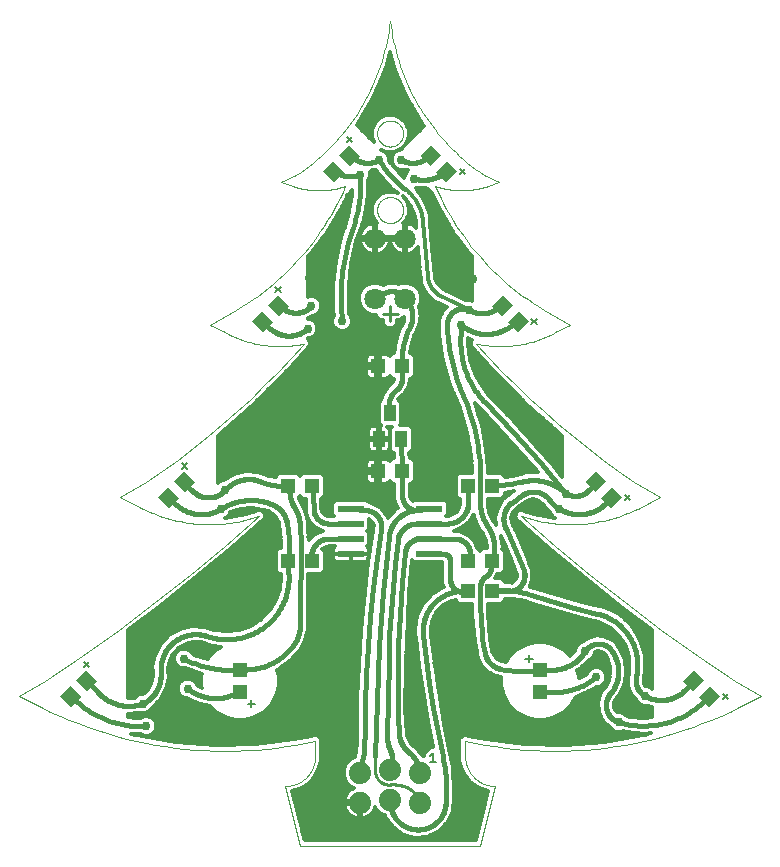
<source format=gtl>
G75*
%MOIN*%
%OFA0B0*%
%FSLAX25Y25*%
%IPPOS*%
%LPD*%
%AMOC8*
5,1,8,0,0,1.08239X$1,22.5*
%
%ADD10C,0.00200*%
%ADD11C,0.00000*%
%ADD12R,0.04724X0.05118*%
%ADD13C,0.00800*%
%ADD14R,0.05118X0.04724*%
%ADD15C,0.07400*%
%ADD16C,0.00700*%
%ADD17C,0.07087*%
%ADD18C,0.01000*%
%ADD19R,0.08661X0.02362*%
%ADD20R,0.03937X0.05512*%
%ADD21C,0.01600*%
%ADD22C,0.01200*%
%ADD23C,0.02977*%
D10*
X0003050Y0051600D02*
X0010550Y0047850D01*
X0003050Y0051600D02*
X0011800Y0056600D01*
X0044300Y0114100D02*
X0036800Y0117850D01*
X0045550Y0122850D01*
X0044300Y0114100D02*
X0045388Y0113573D01*
X0046487Y0113072D01*
X0047599Y0112598D01*
X0048722Y0112151D01*
X0049855Y0111731D01*
X0050998Y0111339D01*
X0052150Y0110974D01*
X0053311Y0110638D01*
X0054479Y0110329D01*
X0055655Y0110049D01*
X0056837Y0109798D01*
X0058025Y0109575D01*
X0059218Y0109381D01*
X0060415Y0109216D01*
X0061616Y0109080D01*
X0062819Y0108973D01*
X0064025Y0108895D01*
X0065233Y0108847D01*
X0066441Y0108827D01*
X0067650Y0108837D01*
X0068858Y0108876D01*
X0070064Y0108945D01*
X0071269Y0109042D01*
X0072471Y0109169D01*
X0073669Y0109324D01*
X0074863Y0109509D01*
X0076053Y0109722D01*
X0077237Y0109964D01*
X0078415Y0110235D01*
X0079585Y0110534D01*
X0080749Y0110862D01*
X0081904Y0111217D01*
X0083050Y0111600D01*
X0101800Y0036601D02*
X0098523Y0035916D01*
X0095230Y0035310D01*
X0091923Y0034785D01*
X0088605Y0034341D01*
X0085276Y0033978D01*
X0081940Y0033696D01*
X0078598Y0033495D01*
X0075252Y0033376D01*
X0071905Y0033338D01*
X0068557Y0033382D01*
X0065211Y0033507D01*
X0061870Y0033714D01*
X0058534Y0034002D01*
X0055206Y0034371D01*
X0051889Y0034821D01*
X0048583Y0035352D01*
X0045291Y0035963D01*
X0042015Y0036654D01*
X0038757Y0037425D01*
X0035519Y0038274D01*
X0032302Y0039203D01*
X0029109Y0040209D01*
X0025941Y0041293D01*
X0022801Y0042454D01*
X0019690Y0043691D01*
X0016610Y0045003D01*
X0013562Y0046390D01*
X0010550Y0047851D01*
X0091800Y0021600D02*
X0092042Y0021603D01*
X0092283Y0021612D01*
X0092524Y0021626D01*
X0092765Y0021647D01*
X0093005Y0021673D01*
X0093245Y0021705D01*
X0093484Y0021743D01*
X0093721Y0021786D01*
X0093958Y0021836D01*
X0094193Y0021891D01*
X0094427Y0021951D01*
X0094659Y0022018D01*
X0094890Y0022089D01*
X0095119Y0022167D01*
X0095346Y0022250D01*
X0095571Y0022338D01*
X0095794Y0022432D01*
X0096014Y0022531D01*
X0096232Y0022636D01*
X0096447Y0022745D01*
X0096660Y0022860D01*
X0096870Y0022980D01*
X0097076Y0023105D01*
X0097280Y0023235D01*
X0097481Y0023370D01*
X0097678Y0023510D01*
X0097872Y0023654D01*
X0098062Y0023803D01*
X0098248Y0023957D01*
X0098431Y0024115D01*
X0098610Y0024277D01*
X0098785Y0024444D01*
X0098956Y0024615D01*
X0099123Y0024790D01*
X0099285Y0024969D01*
X0099443Y0025152D01*
X0099597Y0025338D01*
X0099746Y0025528D01*
X0099890Y0025722D01*
X0100030Y0025919D01*
X0100165Y0026120D01*
X0100295Y0026324D01*
X0100420Y0026530D01*
X0100540Y0026740D01*
X0100655Y0026953D01*
X0100764Y0027168D01*
X0100869Y0027386D01*
X0100968Y0027606D01*
X0101062Y0027829D01*
X0101150Y0028054D01*
X0101233Y0028281D01*
X0101311Y0028510D01*
X0101382Y0028741D01*
X0101449Y0028973D01*
X0101509Y0029207D01*
X0101564Y0029442D01*
X0101614Y0029679D01*
X0101657Y0029916D01*
X0101695Y0030155D01*
X0101727Y0030395D01*
X0101753Y0030635D01*
X0101774Y0030876D01*
X0101788Y0031117D01*
X0101797Y0031358D01*
X0101800Y0031600D01*
X0101800Y0036600D01*
X0091800Y0021600D02*
X0096800Y0001600D01*
X0156800Y0001600D01*
X0161800Y0021600D01*
X0161558Y0021603D01*
X0161317Y0021612D01*
X0161076Y0021626D01*
X0160835Y0021647D01*
X0160595Y0021673D01*
X0160355Y0021705D01*
X0160116Y0021743D01*
X0159879Y0021786D01*
X0159642Y0021836D01*
X0159407Y0021891D01*
X0159173Y0021951D01*
X0158941Y0022018D01*
X0158710Y0022089D01*
X0158481Y0022167D01*
X0158254Y0022250D01*
X0158029Y0022338D01*
X0157806Y0022432D01*
X0157586Y0022531D01*
X0157368Y0022636D01*
X0157153Y0022745D01*
X0156940Y0022860D01*
X0156730Y0022980D01*
X0156524Y0023105D01*
X0156320Y0023235D01*
X0156119Y0023370D01*
X0155922Y0023510D01*
X0155728Y0023654D01*
X0155538Y0023803D01*
X0155352Y0023957D01*
X0155169Y0024115D01*
X0154990Y0024277D01*
X0154815Y0024444D01*
X0154644Y0024615D01*
X0154477Y0024790D01*
X0154315Y0024969D01*
X0154157Y0025152D01*
X0154003Y0025338D01*
X0153854Y0025528D01*
X0153710Y0025722D01*
X0153570Y0025919D01*
X0153435Y0026120D01*
X0153305Y0026324D01*
X0153180Y0026530D01*
X0153060Y0026740D01*
X0152945Y0026953D01*
X0152836Y0027168D01*
X0152731Y0027386D01*
X0152632Y0027606D01*
X0152538Y0027829D01*
X0152450Y0028054D01*
X0152367Y0028281D01*
X0152289Y0028510D01*
X0152218Y0028741D01*
X0152151Y0028973D01*
X0152091Y0029207D01*
X0152036Y0029442D01*
X0151986Y0029679D01*
X0151943Y0029916D01*
X0151905Y0030155D01*
X0151873Y0030395D01*
X0151847Y0030635D01*
X0151826Y0030876D01*
X0151812Y0031117D01*
X0151803Y0031358D01*
X0151800Y0031600D01*
X0151800Y0036600D01*
X0209300Y0114100D02*
X0216800Y0117850D01*
X0208050Y0122850D01*
X0209300Y0114100D02*
X0208212Y0113573D01*
X0207113Y0113072D01*
X0206001Y0112598D01*
X0204878Y0112151D01*
X0203745Y0111731D01*
X0202602Y0111339D01*
X0201450Y0110974D01*
X0200289Y0110638D01*
X0199121Y0110329D01*
X0197945Y0110049D01*
X0196763Y0109798D01*
X0195575Y0109575D01*
X0194382Y0109381D01*
X0193185Y0109216D01*
X0191984Y0109080D01*
X0190781Y0108973D01*
X0189575Y0108895D01*
X0188367Y0108847D01*
X0187159Y0108827D01*
X0185950Y0108837D01*
X0184742Y0108876D01*
X0183536Y0108945D01*
X0182331Y0109042D01*
X0181129Y0109169D01*
X0179931Y0109324D01*
X0178737Y0109509D01*
X0177547Y0109722D01*
X0176363Y0109964D01*
X0175185Y0110235D01*
X0174015Y0110534D01*
X0172851Y0110862D01*
X0171696Y0111217D01*
X0170550Y0111600D01*
X0151800Y0036601D02*
X0155077Y0035916D01*
X0158370Y0035310D01*
X0161677Y0034785D01*
X0164995Y0034341D01*
X0168324Y0033978D01*
X0171660Y0033696D01*
X0175002Y0033495D01*
X0178348Y0033376D01*
X0181695Y0033338D01*
X0185043Y0033382D01*
X0188389Y0033507D01*
X0191730Y0033714D01*
X0195066Y0034002D01*
X0198394Y0034371D01*
X0201711Y0034821D01*
X0205017Y0035352D01*
X0208309Y0035963D01*
X0211585Y0036654D01*
X0214843Y0037425D01*
X0218081Y0038274D01*
X0221298Y0039203D01*
X0224491Y0040209D01*
X0227659Y0041293D01*
X0230799Y0042454D01*
X0233910Y0043691D01*
X0236990Y0045003D01*
X0240038Y0046390D01*
X0243050Y0047851D01*
X0243050Y0047850D02*
X0250550Y0051600D01*
X0241800Y0056600D01*
X0181800Y0172850D02*
X0186800Y0175350D01*
X0178050Y0180350D01*
X0181800Y0172850D02*
X0181003Y0172426D01*
X0180196Y0172021D01*
X0179379Y0171635D01*
X0178553Y0171270D01*
X0177719Y0170924D01*
X0176876Y0170598D01*
X0176027Y0170292D01*
X0175170Y0170007D01*
X0174306Y0169742D01*
X0173437Y0169499D01*
X0172561Y0169276D01*
X0171681Y0169074D01*
X0170796Y0168893D01*
X0169908Y0168733D01*
X0169015Y0168595D01*
X0168120Y0168477D01*
X0167222Y0168382D01*
X0166321Y0168308D01*
X0165420Y0168255D01*
X0164517Y0168224D01*
X0163614Y0168215D01*
X0162711Y0168227D01*
X0161809Y0168261D01*
X0160907Y0168317D01*
X0160007Y0168394D01*
X0159110Y0168492D01*
X0158214Y0168612D01*
X0157322Y0168753D01*
X0156434Y0168916D01*
X0155550Y0169100D01*
X0159300Y0221600D02*
X0163050Y0222850D01*
X0158050Y0225350D01*
X0159300Y0221600D02*
X0158672Y0221399D01*
X0158039Y0221213D01*
X0157402Y0221042D01*
X0156762Y0220886D01*
X0156117Y0220746D01*
X0155470Y0220621D01*
X0154819Y0220511D01*
X0154167Y0220417D01*
X0153512Y0220339D01*
X0152855Y0220276D01*
X0152198Y0220229D01*
X0151539Y0220198D01*
X0150880Y0220182D01*
X0150220Y0220182D01*
X0149561Y0220198D01*
X0148902Y0220229D01*
X0148245Y0220276D01*
X0147588Y0220339D01*
X0146933Y0220417D01*
X0146281Y0220511D01*
X0145630Y0220621D01*
X0144983Y0220746D01*
X0144338Y0220886D01*
X0143698Y0221042D01*
X0143061Y0221213D01*
X0142428Y0221399D01*
X0141800Y0221600D01*
X0111800Y0221600D02*
X0111172Y0221399D01*
X0110539Y0221213D01*
X0109902Y0221042D01*
X0109262Y0220886D01*
X0108617Y0220746D01*
X0107970Y0220621D01*
X0107319Y0220511D01*
X0106667Y0220417D01*
X0106012Y0220339D01*
X0105355Y0220276D01*
X0104698Y0220229D01*
X0104039Y0220198D01*
X0103380Y0220182D01*
X0102720Y0220182D01*
X0102061Y0220198D01*
X0101402Y0220229D01*
X0100745Y0220276D01*
X0100088Y0220339D01*
X0099433Y0220417D01*
X0098781Y0220511D01*
X0098130Y0220621D01*
X0097483Y0220746D01*
X0096838Y0220886D01*
X0096198Y0221042D01*
X0095561Y0221213D01*
X0094928Y0221399D01*
X0094300Y0221600D01*
X0090550Y0222850D01*
X0095550Y0225350D01*
X0098050Y0169100D02*
X0097166Y0168916D01*
X0096278Y0168753D01*
X0095386Y0168612D01*
X0094490Y0168492D01*
X0093593Y0168394D01*
X0092693Y0168317D01*
X0091791Y0168261D01*
X0090889Y0168227D01*
X0089986Y0168215D01*
X0089083Y0168224D01*
X0088180Y0168255D01*
X0087279Y0168308D01*
X0086378Y0168382D01*
X0085480Y0168477D01*
X0084585Y0168595D01*
X0083692Y0168733D01*
X0082804Y0168893D01*
X0081919Y0169074D01*
X0081039Y0169276D01*
X0080163Y0169499D01*
X0079294Y0169742D01*
X0078430Y0170007D01*
X0077573Y0170292D01*
X0076724Y0170598D01*
X0075881Y0170924D01*
X0075047Y0171270D01*
X0074221Y0171635D01*
X0073404Y0172021D01*
X0072597Y0172426D01*
X0071800Y0172850D01*
X0066800Y0175350D01*
X0075550Y0180350D01*
X0077381Y0181471D01*
X0079184Y0182636D01*
X0080959Y0183844D01*
X0082704Y0185094D01*
X0084419Y0186386D01*
X0086102Y0187718D01*
X0087753Y0189091D01*
X0089370Y0190502D01*
X0090953Y0191953D01*
X0092501Y0193441D01*
X0094012Y0194965D01*
X0095486Y0196526D01*
X0096923Y0198121D01*
X0098320Y0199751D01*
X0099679Y0201413D01*
X0100996Y0203108D01*
X0102273Y0204834D01*
X0103508Y0206590D01*
X0104700Y0208375D01*
X0105849Y0210189D01*
X0106954Y0212029D01*
X0108015Y0213896D01*
X0109030Y0215787D01*
X0110000Y0217702D01*
X0110923Y0219640D01*
X0111800Y0221600D01*
X0095550Y0225350D02*
X0096971Y0226321D01*
X0098369Y0227326D01*
X0099742Y0228365D01*
X0101089Y0229437D01*
X0102409Y0230541D01*
X0103703Y0231676D01*
X0104969Y0232843D01*
X0106206Y0234040D01*
X0107414Y0235267D01*
X0108591Y0236522D01*
X0109738Y0237806D01*
X0110854Y0239117D01*
X0111937Y0240454D01*
X0112988Y0241818D01*
X0114005Y0243206D01*
X0114989Y0244619D01*
X0115938Y0246055D01*
X0116852Y0247514D01*
X0117730Y0248994D01*
X0118572Y0250496D01*
X0119378Y0252017D01*
X0120146Y0253557D01*
X0120877Y0255116D01*
X0121570Y0256691D01*
X0122225Y0258284D01*
X0122841Y0259891D01*
X0123418Y0261513D01*
X0123955Y0263148D01*
X0124452Y0264796D01*
X0124910Y0266456D01*
X0125327Y0268126D01*
X0125704Y0269805D01*
X0126039Y0271494D01*
X0126334Y0273190D01*
X0126588Y0274892D01*
X0126800Y0276600D01*
X0127012Y0274892D01*
X0127266Y0273190D01*
X0127561Y0271494D01*
X0127896Y0269805D01*
X0128273Y0268126D01*
X0128690Y0266456D01*
X0129148Y0264796D01*
X0129645Y0263148D01*
X0130182Y0261513D01*
X0130759Y0259891D01*
X0131375Y0258284D01*
X0132030Y0256691D01*
X0132723Y0255116D01*
X0133454Y0253557D01*
X0134222Y0252017D01*
X0135028Y0250496D01*
X0135870Y0248994D01*
X0136748Y0247514D01*
X0137662Y0246055D01*
X0138611Y0244619D01*
X0139595Y0243206D01*
X0140612Y0241818D01*
X0141663Y0240454D01*
X0142746Y0239117D01*
X0143862Y0237806D01*
X0145009Y0236522D01*
X0146186Y0235267D01*
X0147394Y0234040D01*
X0148631Y0232843D01*
X0149897Y0231676D01*
X0151191Y0230541D01*
X0152511Y0229437D01*
X0153858Y0228365D01*
X0155231Y0227326D01*
X0156629Y0226321D01*
X0158050Y0225350D01*
X0141800Y0221600D02*
X0142677Y0219640D01*
X0143600Y0217702D01*
X0144570Y0215787D01*
X0145585Y0213896D01*
X0146646Y0212029D01*
X0147751Y0210189D01*
X0148900Y0208375D01*
X0150092Y0206590D01*
X0151327Y0204834D01*
X0152604Y0203108D01*
X0153921Y0201413D01*
X0155280Y0199751D01*
X0156677Y0198121D01*
X0158114Y0196526D01*
X0159588Y0194965D01*
X0161099Y0193441D01*
X0162647Y0191953D01*
X0164230Y0190502D01*
X0165847Y0189091D01*
X0167498Y0187718D01*
X0169181Y0186386D01*
X0170896Y0185094D01*
X0172641Y0183844D01*
X0174416Y0182636D01*
X0176219Y0181471D01*
X0178050Y0180350D01*
X0155550Y0169100D02*
X0159829Y0164372D01*
X0164214Y0159742D01*
X0168702Y0155212D01*
X0173291Y0150784D01*
X0177980Y0146462D01*
X0182765Y0142247D01*
X0187644Y0138141D01*
X0192614Y0134146D01*
X0197674Y0130265D01*
X0202820Y0126499D01*
X0208050Y0122850D01*
X0170549Y0111600D02*
X0181855Y0101719D01*
X0193397Y0092117D01*
X0205170Y0082798D01*
X0217166Y0073769D01*
X0229378Y0065034D01*
X0241799Y0056600D01*
X0098050Y0169100D02*
X0093771Y0164372D01*
X0089386Y0159742D01*
X0084898Y0155212D01*
X0080309Y0150784D01*
X0075620Y0146462D01*
X0070835Y0142247D01*
X0065956Y0138141D01*
X0060986Y0134146D01*
X0055926Y0130265D01*
X0050780Y0126499D01*
X0045550Y0122850D01*
X0083051Y0111600D02*
X0071745Y0101719D01*
X0060203Y0092117D01*
X0048430Y0082798D01*
X0036434Y0073769D01*
X0024222Y0065034D01*
X0011801Y0056600D01*
D11*
X0122469Y0213600D02*
X0122471Y0213731D01*
X0122477Y0213863D01*
X0122487Y0213994D01*
X0122501Y0214125D01*
X0122519Y0214255D01*
X0122541Y0214384D01*
X0122566Y0214513D01*
X0122596Y0214641D01*
X0122630Y0214768D01*
X0122667Y0214895D01*
X0122708Y0215019D01*
X0122753Y0215143D01*
X0122802Y0215265D01*
X0122854Y0215386D01*
X0122910Y0215504D01*
X0122970Y0215622D01*
X0123033Y0215737D01*
X0123100Y0215850D01*
X0123170Y0215962D01*
X0123243Y0216071D01*
X0123319Y0216177D01*
X0123399Y0216282D01*
X0123482Y0216384D01*
X0123568Y0216483D01*
X0123657Y0216580D01*
X0123749Y0216674D01*
X0123844Y0216765D01*
X0123941Y0216854D01*
X0124041Y0216939D01*
X0124144Y0217021D01*
X0124249Y0217100D01*
X0124356Y0217176D01*
X0124466Y0217248D01*
X0124578Y0217317D01*
X0124692Y0217383D01*
X0124807Y0217445D01*
X0124925Y0217504D01*
X0125044Y0217559D01*
X0125165Y0217611D01*
X0125288Y0217658D01*
X0125412Y0217702D01*
X0125537Y0217743D01*
X0125663Y0217779D01*
X0125791Y0217812D01*
X0125919Y0217840D01*
X0126048Y0217865D01*
X0126178Y0217886D01*
X0126308Y0217903D01*
X0126439Y0217916D01*
X0126570Y0217925D01*
X0126701Y0217930D01*
X0126833Y0217931D01*
X0126964Y0217928D01*
X0127096Y0217921D01*
X0127227Y0217910D01*
X0127357Y0217895D01*
X0127487Y0217876D01*
X0127617Y0217853D01*
X0127745Y0217827D01*
X0127873Y0217796D01*
X0128000Y0217761D01*
X0128126Y0217723D01*
X0128250Y0217681D01*
X0128374Y0217635D01*
X0128495Y0217585D01*
X0128615Y0217532D01*
X0128734Y0217475D01*
X0128851Y0217415D01*
X0128965Y0217351D01*
X0129078Y0217283D01*
X0129189Y0217212D01*
X0129298Y0217138D01*
X0129404Y0217061D01*
X0129508Y0216980D01*
X0129609Y0216897D01*
X0129708Y0216810D01*
X0129804Y0216720D01*
X0129897Y0216627D01*
X0129988Y0216532D01*
X0130075Y0216434D01*
X0130160Y0216333D01*
X0130241Y0216230D01*
X0130319Y0216124D01*
X0130394Y0216016D01*
X0130466Y0215906D01*
X0130534Y0215794D01*
X0130599Y0215680D01*
X0130660Y0215563D01*
X0130718Y0215445D01*
X0130772Y0215325D01*
X0130823Y0215204D01*
X0130870Y0215081D01*
X0130913Y0214957D01*
X0130952Y0214832D01*
X0130988Y0214705D01*
X0131019Y0214577D01*
X0131047Y0214449D01*
X0131071Y0214320D01*
X0131091Y0214190D01*
X0131107Y0214059D01*
X0131119Y0213928D01*
X0131127Y0213797D01*
X0131131Y0213666D01*
X0131131Y0213534D01*
X0131127Y0213403D01*
X0131119Y0213272D01*
X0131107Y0213141D01*
X0131091Y0213010D01*
X0131071Y0212880D01*
X0131047Y0212751D01*
X0131019Y0212623D01*
X0130988Y0212495D01*
X0130952Y0212368D01*
X0130913Y0212243D01*
X0130870Y0212119D01*
X0130823Y0211996D01*
X0130772Y0211875D01*
X0130718Y0211755D01*
X0130660Y0211637D01*
X0130599Y0211520D01*
X0130534Y0211406D01*
X0130466Y0211294D01*
X0130394Y0211184D01*
X0130319Y0211076D01*
X0130241Y0210970D01*
X0130160Y0210867D01*
X0130075Y0210766D01*
X0129988Y0210668D01*
X0129897Y0210573D01*
X0129804Y0210480D01*
X0129708Y0210390D01*
X0129609Y0210303D01*
X0129508Y0210220D01*
X0129404Y0210139D01*
X0129298Y0210062D01*
X0129189Y0209988D01*
X0129078Y0209917D01*
X0128966Y0209849D01*
X0128851Y0209785D01*
X0128734Y0209725D01*
X0128615Y0209668D01*
X0128495Y0209615D01*
X0128374Y0209565D01*
X0128250Y0209519D01*
X0128126Y0209477D01*
X0128000Y0209439D01*
X0127873Y0209404D01*
X0127745Y0209373D01*
X0127617Y0209347D01*
X0127487Y0209324D01*
X0127357Y0209305D01*
X0127227Y0209290D01*
X0127096Y0209279D01*
X0126964Y0209272D01*
X0126833Y0209269D01*
X0126701Y0209270D01*
X0126570Y0209275D01*
X0126439Y0209284D01*
X0126308Y0209297D01*
X0126178Y0209314D01*
X0126048Y0209335D01*
X0125919Y0209360D01*
X0125791Y0209388D01*
X0125663Y0209421D01*
X0125537Y0209457D01*
X0125412Y0209498D01*
X0125288Y0209542D01*
X0125165Y0209589D01*
X0125044Y0209641D01*
X0124925Y0209696D01*
X0124807Y0209755D01*
X0124692Y0209817D01*
X0124578Y0209883D01*
X0124466Y0209952D01*
X0124356Y0210024D01*
X0124249Y0210100D01*
X0124144Y0210179D01*
X0124041Y0210261D01*
X0123941Y0210346D01*
X0123844Y0210435D01*
X0123749Y0210526D01*
X0123657Y0210620D01*
X0123568Y0210717D01*
X0123482Y0210816D01*
X0123399Y0210918D01*
X0123319Y0211023D01*
X0123243Y0211129D01*
X0123170Y0211238D01*
X0123100Y0211350D01*
X0123033Y0211463D01*
X0122970Y0211578D01*
X0122910Y0211696D01*
X0122854Y0211814D01*
X0122802Y0211935D01*
X0122753Y0212057D01*
X0122708Y0212181D01*
X0122667Y0212305D01*
X0122630Y0212432D01*
X0122596Y0212559D01*
X0122566Y0212687D01*
X0122541Y0212816D01*
X0122519Y0212945D01*
X0122501Y0213075D01*
X0122487Y0213206D01*
X0122477Y0213337D01*
X0122471Y0213469D01*
X0122469Y0213600D01*
X0122469Y0239100D02*
X0122471Y0239231D01*
X0122477Y0239363D01*
X0122487Y0239494D01*
X0122501Y0239625D01*
X0122519Y0239755D01*
X0122541Y0239884D01*
X0122566Y0240013D01*
X0122596Y0240141D01*
X0122630Y0240268D01*
X0122667Y0240395D01*
X0122708Y0240519D01*
X0122753Y0240643D01*
X0122802Y0240765D01*
X0122854Y0240886D01*
X0122910Y0241004D01*
X0122970Y0241122D01*
X0123033Y0241237D01*
X0123100Y0241350D01*
X0123170Y0241462D01*
X0123243Y0241571D01*
X0123319Y0241677D01*
X0123399Y0241782D01*
X0123482Y0241884D01*
X0123568Y0241983D01*
X0123657Y0242080D01*
X0123749Y0242174D01*
X0123844Y0242265D01*
X0123941Y0242354D01*
X0124041Y0242439D01*
X0124144Y0242521D01*
X0124249Y0242600D01*
X0124356Y0242676D01*
X0124466Y0242748D01*
X0124578Y0242817D01*
X0124692Y0242883D01*
X0124807Y0242945D01*
X0124925Y0243004D01*
X0125044Y0243059D01*
X0125165Y0243111D01*
X0125288Y0243158D01*
X0125412Y0243202D01*
X0125537Y0243243D01*
X0125663Y0243279D01*
X0125791Y0243312D01*
X0125919Y0243340D01*
X0126048Y0243365D01*
X0126178Y0243386D01*
X0126308Y0243403D01*
X0126439Y0243416D01*
X0126570Y0243425D01*
X0126701Y0243430D01*
X0126833Y0243431D01*
X0126964Y0243428D01*
X0127096Y0243421D01*
X0127227Y0243410D01*
X0127357Y0243395D01*
X0127487Y0243376D01*
X0127617Y0243353D01*
X0127745Y0243327D01*
X0127873Y0243296D01*
X0128000Y0243261D01*
X0128126Y0243223D01*
X0128250Y0243181D01*
X0128374Y0243135D01*
X0128495Y0243085D01*
X0128615Y0243032D01*
X0128734Y0242975D01*
X0128851Y0242915D01*
X0128965Y0242851D01*
X0129078Y0242783D01*
X0129189Y0242712D01*
X0129298Y0242638D01*
X0129404Y0242561D01*
X0129508Y0242480D01*
X0129609Y0242397D01*
X0129708Y0242310D01*
X0129804Y0242220D01*
X0129897Y0242127D01*
X0129988Y0242032D01*
X0130075Y0241934D01*
X0130160Y0241833D01*
X0130241Y0241730D01*
X0130319Y0241624D01*
X0130394Y0241516D01*
X0130466Y0241406D01*
X0130534Y0241294D01*
X0130599Y0241180D01*
X0130660Y0241063D01*
X0130718Y0240945D01*
X0130772Y0240825D01*
X0130823Y0240704D01*
X0130870Y0240581D01*
X0130913Y0240457D01*
X0130952Y0240332D01*
X0130988Y0240205D01*
X0131019Y0240077D01*
X0131047Y0239949D01*
X0131071Y0239820D01*
X0131091Y0239690D01*
X0131107Y0239559D01*
X0131119Y0239428D01*
X0131127Y0239297D01*
X0131131Y0239166D01*
X0131131Y0239034D01*
X0131127Y0238903D01*
X0131119Y0238772D01*
X0131107Y0238641D01*
X0131091Y0238510D01*
X0131071Y0238380D01*
X0131047Y0238251D01*
X0131019Y0238123D01*
X0130988Y0237995D01*
X0130952Y0237868D01*
X0130913Y0237743D01*
X0130870Y0237619D01*
X0130823Y0237496D01*
X0130772Y0237375D01*
X0130718Y0237255D01*
X0130660Y0237137D01*
X0130599Y0237020D01*
X0130534Y0236906D01*
X0130466Y0236794D01*
X0130394Y0236684D01*
X0130319Y0236576D01*
X0130241Y0236470D01*
X0130160Y0236367D01*
X0130075Y0236266D01*
X0129988Y0236168D01*
X0129897Y0236073D01*
X0129804Y0235980D01*
X0129708Y0235890D01*
X0129609Y0235803D01*
X0129508Y0235720D01*
X0129404Y0235639D01*
X0129298Y0235562D01*
X0129189Y0235488D01*
X0129078Y0235417D01*
X0128966Y0235349D01*
X0128851Y0235285D01*
X0128734Y0235225D01*
X0128615Y0235168D01*
X0128495Y0235115D01*
X0128374Y0235065D01*
X0128250Y0235019D01*
X0128126Y0234977D01*
X0128000Y0234939D01*
X0127873Y0234904D01*
X0127745Y0234873D01*
X0127617Y0234847D01*
X0127487Y0234824D01*
X0127357Y0234805D01*
X0127227Y0234790D01*
X0127096Y0234779D01*
X0126964Y0234772D01*
X0126833Y0234769D01*
X0126701Y0234770D01*
X0126570Y0234775D01*
X0126439Y0234784D01*
X0126308Y0234797D01*
X0126178Y0234814D01*
X0126048Y0234835D01*
X0125919Y0234860D01*
X0125791Y0234888D01*
X0125663Y0234921D01*
X0125537Y0234957D01*
X0125412Y0234998D01*
X0125288Y0235042D01*
X0125165Y0235089D01*
X0125044Y0235141D01*
X0124925Y0235196D01*
X0124807Y0235255D01*
X0124692Y0235317D01*
X0124578Y0235383D01*
X0124466Y0235452D01*
X0124356Y0235524D01*
X0124249Y0235600D01*
X0124144Y0235679D01*
X0124041Y0235761D01*
X0123941Y0235846D01*
X0123844Y0235935D01*
X0123749Y0236026D01*
X0123657Y0236120D01*
X0123568Y0236217D01*
X0123482Y0236316D01*
X0123399Y0236418D01*
X0123319Y0236523D01*
X0123243Y0236629D01*
X0123170Y0236738D01*
X0123100Y0236850D01*
X0123033Y0236963D01*
X0122970Y0237078D01*
X0122910Y0237196D01*
X0122854Y0237314D01*
X0122802Y0237435D01*
X0122753Y0237557D01*
X0122708Y0237681D01*
X0122667Y0237805D01*
X0122630Y0237932D01*
X0122596Y0238059D01*
X0122566Y0238187D01*
X0122541Y0238316D01*
X0122519Y0238445D01*
X0122501Y0238575D01*
X0122487Y0238706D01*
X0122477Y0238837D01*
X0122471Y0238969D01*
X0122469Y0239100D01*
D12*
G36*
X0109723Y0231891D02*
X0113063Y0235231D01*
X0116681Y0231613D01*
X0113341Y0228273D01*
X0109723Y0231891D01*
G37*
G36*
X0104419Y0226587D02*
X0107759Y0229927D01*
X0111377Y0226309D01*
X0108037Y0222969D01*
X0104419Y0226587D01*
G37*
G36*
X0140537Y0235231D02*
X0143877Y0231891D01*
X0140259Y0228273D01*
X0136919Y0231613D01*
X0140537Y0235231D01*
G37*
G36*
X0145841Y0229927D02*
X0149181Y0226587D01*
X0145563Y0222969D01*
X0142223Y0226309D01*
X0145841Y0229927D01*
G37*
G36*
X0164287Y0185231D02*
X0167627Y0181891D01*
X0164009Y0178273D01*
X0160669Y0181613D01*
X0164287Y0185231D01*
G37*
G36*
X0169591Y0179927D02*
X0172931Y0176587D01*
X0169313Y0172969D01*
X0165973Y0176309D01*
X0169591Y0179927D01*
G37*
X0130800Y0161600D03*
X0122800Y0161600D03*
X0122800Y0126600D03*
X0130800Y0126600D03*
X0152800Y0121600D03*
X0160800Y0121600D03*
X0160800Y0096600D03*
X0152800Y0096600D03*
X0152800Y0086600D03*
X0160800Y0086600D03*
G36*
X0195537Y0126481D02*
X0198877Y0123141D01*
X0195259Y0119523D01*
X0191919Y0122863D01*
X0195537Y0126481D01*
G37*
G36*
X0200841Y0121177D02*
X0204181Y0117837D01*
X0200563Y0114219D01*
X0197223Y0117559D01*
X0200841Y0121177D01*
G37*
G36*
X0228037Y0060231D02*
X0231377Y0056891D01*
X0227759Y0053273D01*
X0224419Y0056613D01*
X0228037Y0060231D01*
G37*
G36*
X0233341Y0054927D02*
X0236681Y0051587D01*
X0233063Y0047969D01*
X0229723Y0051309D01*
X0233341Y0054927D01*
G37*
X0100800Y0096600D03*
X0092800Y0096600D03*
X0092800Y0121600D03*
X0100800Y0121600D03*
G36*
X0054723Y0123141D02*
X0058063Y0126481D01*
X0061681Y0122863D01*
X0058341Y0119523D01*
X0054723Y0123141D01*
G37*
G36*
X0049419Y0117837D02*
X0052759Y0121177D01*
X0056377Y0117559D01*
X0053037Y0114219D01*
X0049419Y0117837D01*
G37*
G36*
X0080669Y0176587D02*
X0084009Y0179927D01*
X0087627Y0176309D01*
X0084287Y0172969D01*
X0080669Y0176587D01*
G37*
G36*
X0085973Y0181891D02*
X0089313Y0185231D01*
X0092931Y0181613D01*
X0089591Y0178273D01*
X0085973Y0181891D01*
G37*
G36*
X0022223Y0056891D02*
X0025563Y0060231D01*
X0029181Y0056613D01*
X0025841Y0053273D01*
X0022223Y0056891D01*
G37*
G36*
X0016919Y0051587D02*
X0020259Y0054927D01*
X0023877Y0051309D01*
X0020537Y0047969D01*
X0016919Y0051587D01*
G37*
D13*
X0024818Y0061171D02*
X0026586Y0062939D01*
X0026586Y0061171D02*
X0024818Y0062939D01*
X0079300Y0049100D02*
X0081800Y0049100D01*
X0080550Y0050350D02*
X0080550Y0047850D01*
X0059086Y0127421D02*
X0057318Y0129189D01*
X0057318Y0127421D02*
X0059086Y0129189D01*
X0088568Y0186171D02*
X0090336Y0187939D01*
X0090336Y0186171D02*
X0088568Y0187939D01*
X0112318Y0236171D02*
X0114086Y0237939D01*
X0114086Y0236171D02*
X0112318Y0237939D01*
X0150121Y0227332D02*
X0151889Y0225564D01*
X0150121Y0225564D02*
X0151889Y0227332D01*
X0173871Y0177332D02*
X0175639Y0175564D01*
X0173871Y0175564D02*
X0175639Y0177332D01*
X0205121Y0118582D02*
X0206889Y0116814D01*
X0205121Y0116814D02*
X0206889Y0118582D01*
X0173050Y0065350D02*
X0173050Y0062850D01*
X0174300Y0064100D02*
X0171800Y0064100D01*
X0237621Y0052332D02*
X0239389Y0050564D01*
X0237621Y0050564D02*
X0239389Y0052332D01*
D14*
X0176800Y0052850D03*
X0176800Y0060350D03*
X0076800Y0060350D03*
X0076800Y0052850D03*
D15*
X0116800Y0026100D03*
X0116800Y0016100D03*
X0126800Y0017100D03*
X0126800Y0027100D03*
X0136800Y0026100D03*
X0136800Y0016100D03*
D16*
X0140177Y0029700D02*
X0142046Y0029700D01*
X0141111Y0029700D02*
X0141111Y0032502D01*
X0140177Y0031568D01*
D17*
X0131800Y0184100D03*
X0121800Y0184100D03*
X0121800Y0204100D03*
X0131800Y0204100D03*
D18*
X0126800Y0181600D02*
X0126800Y0176600D01*
X0124300Y0179100D02*
X0129300Y0179100D01*
X0121800Y0031600D02*
X0121781Y0029100D01*
X0121800Y0026600D01*
X0121804Y0026465D01*
X0121812Y0026330D01*
X0121823Y0026196D01*
X0121839Y0026062D01*
X0121859Y0025929D01*
X0121883Y0025796D01*
X0121910Y0025664D01*
X0121942Y0025533D01*
X0121977Y0025403D01*
X0122016Y0025274D01*
X0122059Y0025146D01*
X0122106Y0025019D01*
X0122156Y0024894D01*
X0122210Y0024771D01*
X0122268Y0024649D01*
X0122329Y0024529D01*
X0122393Y0024410D01*
X0122462Y0024294D01*
X0122533Y0024180D01*
X0122608Y0024068D01*
X0122686Y0023958D01*
X0122767Y0023850D01*
X0122852Y0023745D01*
X0122939Y0023642D01*
X0123029Y0023542D01*
X0123123Y0023445D01*
X0123219Y0023350D01*
X0123318Y0023259D01*
X0123419Y0023170D01*
X0123523Y0023084D01*
X0123630Y0023002D01*
X0123739Y0022922D01*
X0123850Y0022846D01*
X0123964Y0022773D01*
X0124079Y0022704D01*
X0124197Y0022638D01*
X0124316Y0022575D01*
X0124437Y0022516D01*
X0124560Y0022460D01*
X0124685Y0022409D01*
X0124810Y0022360D01*
X0124938Y0022316D01*
X0125066Y0022275D01*
X0125196Y0022238D01*
X0125327Y0022205D01*
X0125458Y0022176D01*
X0125591Y0022151D01*
X0125724Y0022129D01*
X0125858Y0022112D01*
X0125992Y0022098D01*
X0126126Y0022088D01*
X0126261Y0022083D01*
X0126396Y0022081D01*
X0126531Y0022083D01*
X0126665Y0022089D01*
X0126800Y0022100D01*
X0131300Y0021600D02*
X0131497Y0021534D01*
X0131691Y0021464D01*
X0131884Y0021389D01*
X0132075Y0021309D01*
X0132264Y0021224D01*
X0132451Y0021135D01*
X0132636Y0021041D01*
X0132818Y0020943D01*
X0132998Y0020840D01*
X0133176Y0020734D01*
X0133350Y0020622D01*
X0133522Y0020507D01*
X0133692Y0020387D01*
X0133858Y0020264D01*
X0134021Y0020136D01*
X0134181Y0020005D01*
X0134338Y0019869D01*
X0134491Y0019730D01*
X0134641Y0019587D01*
X0134787Y0019441D01*
X0134930Y0019291D01*
X0135069Y0019138D01*
X0135205Y0018981D01*
X0135336Y0018821D01*
X0135464Y0018658D01*
X0135587Y0018492D01*
X0135707Y0018322D01*
X0135822Y0018150D01*
X0135934Y0017976D01*
X0136040Y0017798D01*
X0136143Y0017618D01*
X0136241Y0017436D01*
X0136335Y0017251D01*
X0136424Y0017064D01*
X0136509Y0016875D01*
X0136589Y0016684D01*
X0136664Y0016491D01*
X0136734Y0016297D01*
X0136800Y0016100D01*
X0131300Y0021600D02*
X0131044Y0021679D01*
X0130786Y0021752D01*
X0130526Y0021819D01*
X0130265Y0021880D01*
X0130002Y0021935D01*
X0129739Y0021983D01*
X0129474Y0022025D01*
X0129208Y0022061D01*
X0128942Y0022091D01*
X0128674Y0022114D01*
X0128407Y0022131D01*
X0128139Y0022142D01*
X0127871Y0022146D01*
X0127603Y0022144D01*
X0127335Y0022136D01*
X0127067Y0022121D01*
X0126800Y0022100D01*
D19*
X0113690Y0099100D03*
X0113690Y0104100D03*
X0113690Y0109100D03*
X0113690Y0114100D03*
X0139910Y0114100D03*
X0139910Y0109100D03*
X0139910Y0104100D03*
X0139910Y0099100D03*
D20*
X0130540Y0137269D03*
X0123060Y0137269D03*
X0126800Y0145931D03*
D21*
X0158300Y0149600D02*
X0167592Y0139621D01*
X0176676Y0129453D01*
X0185550Y0119100D01*
X0184300Y0120100D01*
X0152800Y0121600D02*
X0152752Y0120767D01*
X0152724Y0119934D01*
X0152714Y0119100D01*
X0152724Y0118266D01*
X0152752Y0117433D01*
X0152800Y0116600D01*
X0152810Y0116429D01*
X0152816Y0116257D01*
X0152817Y0116086D01*
X0152814Y0115914D01*
X0152807Y0115742D01*
X0152796Y0115571D01*
X0152780Y0115400D01*
X0152761Y0115229D01*
X0152737Y0115059D01*
X0152709Y0114890D01*
X0152677Y0114721D01*
X0152641Y0114553D01*
X0152600Y0114386D01*
X0152556Y0114220D01*
X0152507Y0114056D01*
X0152455Y0113892D01*
X0152398Y0113730D01*
X0152338Y0113569D01*
X0152274Y0113410D01*
X0152206Y0113252D01*
X0152134Y0113096D01*
X0152058Y0112942D01*
X0151978Y0112790D01*
X0151895Y0112640D01*
X0151808Y0112492D01*
X0151718Y0112346D01*
X0151623Y0112202D01*
X0151526Y0112061D01*
X0151425Y0111922D01*
X0151321Y0111786D01*
X0151213Y0111652D01*
X0151102Y0111521D01*
X0150988Y0111392D01*
X0150871Y0111267D01*
X0150751Y0111144D01*
X0150627Y0111024D01*
X0150501Y0110908D01*
X0150373Y0110794D01*
X0150241Y0110684D01*
X0150107Y0110577D01*
X0149970Y0110473D01*
X0149830Y0110373D01*
X0149689Y0110276D01*
X0149545Y0110183D01*
X0149398Y0110093D01*
X0149250Y0110007D01*
X0149099Y0109924D01*
X0148947Y0109845D01*
X0148792Y0109770D01*
X0148636Y0109699D01*
X0148478Y0109631D01*
X0148319Y0109568D01*
X0148157Y0109508D01*
X0147995Y0109452D01*
X0147831Y0109400D01*
X0147666Y0109353D01*
X0147500Y0109309D01*
X0147333Y0109270D01*
X0147165Y0109234D01*
X0146996Y0109203D01*
X0146827Y0109176D01*
X0146657Y0109152D01*
X0146486Y0109134D01*
X0146315Y0109119D01*
X0146143Y0109108D01*
X0145972Y0109102D01*
X0145800Y0109100D01*
X0139910Y0109100D01*
X0135550Y0109100D01*
X0135300Y0113600D02*
X0139910Y0114100D01*
X0135300Y0113600D02*
X0135163Y0113613D01*
X0135027Y0113630D01*
X0134891Y0113650D01*
X0134756Y0113675D01*
X0134621Y0113703D01*
X0134488Y0113735D01*
X0134355Y0113771D01*
X0134224Y0113810D01*
X0134093Y0113853D01*
X0133964Y0113900D01*
X0133836Y0113950D01*
X0133710Y0114004D01*
X0133585Y0114062D01*
X0133462Y0114123D01*
X0133341Y0114187D01*
X0133221Y0114255D01*
X0133104Y0114326D01*
X0132988Y0114400D01*
X0132875Y0114477D01*
X0132764Y0114558D01*
X0132655Y0114642D01*
X0132549Y0114729D01*
X0132445Y0114818D01*
X0132343Y0114911D01*
X0132244Y0115006D01*
X0132148Y0115104D01*
X0132055Y0115205D01*
X0131965Y0115308D01*
X0131877Y0115414D01*
X0131793Y0115523D01*
X0131711Y0115633D01*
X0131633Y0115746D01*
X0131558Y0115861D01*
X0131486Y0115978D01*
X0131418Y0116097D01*
X0131352Y0116218D01*
X0131291Y0116340D01*
X0131232Y0116465D01*
X0131178Y0116591D01*
X0131126Y0116718D01*
X0131079Y0116847D01*
X0131035Y0116977D01*
X0130994Y0117108D01*
X0130958Y0117241D01*
X0130925Y0117374D01*
X0130896Y0117508D01*
X0130870Y0117643D01*
X0130849Y0117779D01*
X0130831Y0117915D01*
X0130817Y0118051D01*
X0130807Y0118188D01*
X0130800Y0118326D01*
X0130798Y0118463D01*
X0130799Y0118600D01*
X0130800Y0126600D02*
X0130540Y0137269D01*
X0126800Y0145931D02*
X0126741Y0146080D01*
X0126686Y0146230D01*
X0126634Y0146382D01*
X0126586Y0146535D01*
X0126541Y0146689D01*
X0126501Y0146844D01*
X0126464Y0147001D01*
X0126431Y0147158D01*
X0126402Y0147315D01*
X0126376Y0147474D01*
X0126355Y0147633D01*
X0126337Y0147792D01*
X0126324Y0147952D01*
X0126314Y0148112D01*
X0126308Y0148272D01*
X0126306Y0148433D01*
X0126308Y0148593D01*
X0126314Y0148753D01*
X0126323Y0148914D01*
X0126337Y0149073D01*
X0126354Y0149233D01*
X0126376Y0149392D01*
X0126401Y0149550D01*
X0126430Y0149708D01*
X0126463Y0149865D01*
X0126500Y0150021D01*
X0126540Y0150176D01*
X0126584Y0150331D01*
X0126632Y0150484D01*
X0126684Y0150636D01*
X0126739Y0150786D01*
X0126798Y0150935D01*
X0126861Y0151083D01*
X0126927Y0151229D01*
X0126997Y0151374D01*
X0127070Y0151516D01*
X0127147Y0151657D01*
X0127227Y0151796D01*
X0127310Y0151933D01*
X0127397Y0152068D01*
X0127487Y0152201D01*
X0127580Y0152331D01*
X0127677Y0152460D01*
X0127776Y0152586D01*
X0127879Y0152709D01*
X0127984Y0152830D01*
X0128092Y0152948D01*
X0128204Y0153064D01*
X0128318Y0153177D01*
X0128434Y0153287D01*
X0128554Y0153394D01*
X0128676Y0153498D01*
X0128800Y0153599D01*
X0128912Y0153691D01*
X0129021Y0153785D01*
X0129128Y0153882D01*
X0129232Y0153982D01*
X0129334Y0154085D01*
X0129433Y0154190D01*
X0129529Y0154298D01*
X0129622Y0154409D01*
X0129712Y0154522D01*
X0129799Y0154637D01*
X0129883Y0154755D01*
X0129964Y0154874D01*
X0130042Y0154996D01*
X0130116Y0155120D01*
X0130187Y0155246D01*
X0130254Y0155374D01*
X0130319Y0155503D01*
X0130379Y0155634D01*
X0130437Y0155767D01*
X0130490Y0155901D01*
X0130540Y0156037D01*
X0130587Y0156173D01*
X0130630Y0156311D01*
X0130669Y0156451D01*
X0130704Y0156591D01*
X0130736Y0156732D01*
X0130764Y0156873D01*
X0130788Y0157016D01*
X0130808Y0157159D01*
X0130824Y0157302D01*
X0130837Y0157446D01*
X0130846Y0157591D01*
X0130851Y0157735D01*
X0130852Y0157880D01*
X0130849Y0158024D01*
X0130843Y0158168D01*
X0130832Y0158312D01*
X0130818Y0158456D01*
X0130800Y0158600D01*
X0130768Y0158849D01*
X0130742Y0159098D01*
X0130722Y0159348D01*
X0130708Y0159599D01*
X0130699Y0159849D01*
X0130696Y0160100D01*
X0130699Y0160351D01*
X0130708Y0160601D01*
X0130722Y0160852D01*
X0130742Y0161102D01*
X0130768Y0161351D01*
X0130800Y0161600D01*
X0133300Y0174600D02*
X0133388Y0174777D01*
X0133472Y0174957D01*
X0133551Y0175138D01*
X0133625Y0175321D01*
X0133696Y0175506D01*
X0133762Y0175692D01*
X0133823Y0175880D01*
X0133879Y0176070D01*
X0133932Y0176260D01*
X0133979Y0176452D01*
X0134022Y0176645D01*
X0134060Y0176839D01*
X0134093Y0177034D01*
X0134122Y0177230D01*
X0134146Y0177426D01*
X0134165Y0177623D01*
X0134180Y0177820D01*
X0134189Y0178018D01*
X0134194Y0178215D01*
X0134194Y0178413D01*
X0134190Y0178611D01*
X0134180Y0178808D01*
X0134166Y0179005D01*
X0134147Y0179202D01*
X0134123Y0179398D01*
X0134095Y0179594D01*
X0134062Y0179789D01*
X0134024Y0179983D01*
X0133981Y0180176D01*
X0133934Y0180368D01*
X0133882Y0180559D01*
X0133826Y0180749D01*
X0133765Y0180937D01*
X0133699Y0181123D01*
X0133629Y0181308D01*
X0133555Y0181491D01*
X0133476Y0181672D01*
X0133392Y0181852D01*
X0133305Y0182029D01*
X0133213Y0182204D01*
X0133117Y0182377D01*
X0133017Y0182547D01*
X0132912Y0182715D01*
X0132804Y0182881D01*
X0132692Y0183044D01*
X0132576Y0183204D01*
X0132455Y0183361D01*
X0132332Y0183515D01*
X0132204Y0183666D01*
X0132073Y0183814D01*
X0131938Y0183959D01*
X0131800Y0184100D01*
X0130800Y0185100D01*
X0130701Y0185197D01*
X0130598Y0185291D01*
X0130494Y0185382D01*
X0130386Y0185470D01*
X0130277Y0185555D01*
X0130164Y0185637D01*
X0130050Y0185716D01*
X0129934Y0185791D01*
X0129815Y0185863D01*
X0129694Y0185932D01*
X0129572Y0185998D01*
X0129448Y0186060D01*
X0129322Y0186118D01*
X0129194Y0186173D01*
X0129065Y0186225D01*
X0128935Y0186272D01*
X0128803Y0186316D01*
X0128670Y0186357D01*
X0128536Y0186393D01*
X0128401Y0186426D01*
X0128266Y0186455D01*
X0128129Y0186480D01*
X0127992Y0186501D01*
X0127854Y0186519D01*
X0127716Y0186532D01*
X0127578Y0186542D01*
X0127439Y0186548D01*
X0127300Y0186550D01*
X0127161Y0186548D01*
X0127022Y0186542D01*
X0126884Y0186532D01*
X0126746Y0186519D01*
X0126608Y0186501D01*
X0126471Y0186480D01*
X0126334Y0186455D01*
X0126199Y0186426D01*
X0126064Y0186393D01*
X0125930Y0186357D01*
X0125797Y0186316D01*
X0125665Y0186272D01*
X0125535Y0186225D01*
X0125406Y0186173D01*
X0125278Y0186118D01*
X0125152Y0186060D01*
X0125028Y0185998D01*
X0124906Y0185932D01*
X0124785Y0185863D01*
X0124666Y0185791D01*
X0124550Y0185716D01*
X0124436Y0185637D01*
X0124323Y0185555D01*
X0124214Y0185470D01*
X0124106Y0185382D01*
X0124002Y0185291D01*
X0123899Y0185197D01*
X0123800Y0185100D01*
X0123719Y0185021D01*
X0123634Y0184944D01*
X0123548Y0184870D01*
X0123459Y0184799D01*
X0123368Y0184731D01*
X0123274Y0184666D01*
X0123179Y0184604D01*
X0123081Y0184546D01*
X0122982Y0184490D01*
X0122881Y0184437D01*
X0122779Y0184388D01*
X0122675Y0184342D01*
X0122569Y0184300D01*
X0122462Y0184261D01*
X0122354Y0184225D01*
X0122245Y0184193D01*
X0122135Y0184164D01*
X0122024Y0184139D01*
X0121912Y0184117D01*
X0121800Y0184100D01*
X0100550Y0181600D02*
X0100432Y0181477D01*
X0100311Y0181356D01*
X0100188Y0181238D01*
X0100061Y0181123D01*
X0099932Y0181012D01*
X0099800Y0180903D01*
X0099666Y0180798D01*
X0099529Y0180696D01*
X0099390Y0180598D01*
X0099248Y0180503D01*
X0099104Y0180411D01*
X0098958Y0180323D01*
X0098810Y0180238D01*
X0098659Y0180157D01*
X0098507Y0180080D01*
X0098353Y0180007D01*
X0098197Y0179937D01*
X0098040Y0179871D01*
X0097881Y0179809D01*
X0097720Y0179750D01*
X0097559Y0179696D01*
X0097396Y0179646D01*
X0097231Y0179599D01*
X0097066Y0179557D01*
X0096900Y0179518D01*
X0096733Y0179484D01*
X0096565Y0179454D01*
X0096396Y0179428D01*
X0096227Y0179406D01*
X0096057Y0179388D01*
X0095887Y0179374D01*
X0095716Y0179364D01*
X0095546Y0179358D01*
X0095375Y0179357D01*
X0095205Y0179360D01*
X0095034Y0179367D01*
X0094864Y0179378D01*
X0094694Y0179393D01*
X0094524Y0179412D01*
X0094355Y0179435D01*
X0094187Y0179463D01*
X0094019Y0179494D01*
X0093852Y0179530D01*
X0093686Y0179570D01*
X0093521Y0179613D01*
X0093357Y0179661D01*
X0093194Y0179713D01*
X0093033Y0179768D01*
X0092873Y0179828D01*
X0092714Y0179891D01*
X0092558Y0179958D01*
X0092402Y0180029D01*
X0092249Y0180104D01*
X0092097Y0180182D01*
X0091948Y0180265D01*
X0091800Y0180350D01*
X0089452Y0181752D01*
X0086800Y0174100D02*
X0086972Y0173951D01*
X0087148Y0173806D01*
X0087327Y0173666D01*
X0087510Y0173530D01*
X0087696Y0173398D01*
X0087885Y0173271D01*
X0088077Y0173148D01*
X0088272Y0173031D01*
X0088470Y0172918D01*
X0088670Y0172809D01*
X0088873Y0172706D01*
X0089078Y0172607D01*
X0089286Y0172514D01*
X0089496Y0172426D01*
X0089708Y0172342D01*
X0089922Y0172264D01*
X0090138Y0172191D01*
X0090355Y0172123D01*
X0090574Y0172061D01*
X0090795Y0172004D01*
X0091016Y0171952D01*
X0091239Y0171906D01*
X0091463Y0171864D01*
X0091688Y0171829D01*
X0091914Y0171799D01*
X0092140Y0171774D01*
X0092367Y0171755D01*
X0092595Y0171741D01*
X0092822Y0171733D01*
X0093050Y0171730D01*
X0093278Y0171733D01*
X0093505Y0171741D01*
X0093733Y0171755D01*
X0093960Y0171774D01*
X0094186Y0171799D01*
X0094412Y0171829D01*
X0094637Y0171864D01*
X0094861Y0171906D01*
X0095084Y0171952D01*
X0095305Y0172004D01*
X0095526Y0172061D01*
X0095745Y0172123D01*
X0095962Y0172191D01*
X0096178Y0172264D01*
X0096392Y0172342D01*
X0096604Y0172426D01*
X0096814Y0172514D01*
X0097022Y0172607D01*
X0097227Y0172706D01*
X0097430Y0172809D01*
X0097630Y0172918D01*
X0097828Y0173031D01*
X0098023Y0173148D01*
X0098215Y0173271D01*
X0098404Y0173398D01*
X0098590Y0173530D01*
X0098773Y0173666D01*
X0098952Y0173806D01*
X0099128Y0173951D01*
X0099300Y0174100D01*
X0086800Y0174100D02*
X0084148Y0176448D01*
X0083800Y0123100D02*
X0084249Y0122919D01*
X0084703Y0122749D01*
X0085160Y0122590D01*
X0085622Y0122442D01*
X0086086Y0122305D01*
X0086554Y0122179D01*
X0087025Y0122065D01*
X0087499Y0121962D01*
X0087974Y0121871D01*
X0088452Y0121792D01*
X0088932Y0121724D01*
X0089413Y0121667D01*
X0089896Y0121622D01*
X0090379Y0121589D01*
X0090863Y0121568D01*
X0091347Y0121559D01*
X0091832Y0121561D01*
X0092316Y0121575D01*
X0092800Y0121600D01*
X0093300Y0118600D01*
X0156800Y0126600D02*
X0156719Y0128275D01*
X0156598Y0129949D01*
X0156438Y0131619D01*
X0156237Y0133285D01*
X0155997Y0134945D01*
X0155718Y0136600D01*
X0155399Y0138247D01*
X0155042Y0139886D01*
X0154645Y0141516D01*
X0154210Y0143137D01*
X0153736Y0144746D01*
X0153224Y0146344D01*
X0152674Y0147929D01*
X0152086Y0149501D01*
X0151462Y0151058D01*
X0150800Y0152600D01*
X0130800Y0161600D02*
X0130753Y0162182D01*
X0130721Y0162764D01*
X0130703Y0163347D01*
X0130699Y0163930D01*
X0130710Y0164513D01*
X0130735Y0165096D01*
X0130774Y0165678D01*
X0130828Y0166259D01*
X0130895Y0166838D01*
X0130977Y0167416D01*
X0131073Y0167991D01*
X0131184Y0168564D01*
X0131308Y0169134D01*
X0131446Y0169700D01*
X0131598Y0170263D01*
X0131764Y0170823D01*
X0131943Y0171378D01*
X0132136Y0171928D01*
X0132342Y0172474D01*
X0132562Y0173014D01*
X0132795Y0173549D01*
X0133041Y0174077D01*
X0133300Y0174600D01*
X0150300Y0172100D02*
X0150550Y0175350D01*
X0145799Y0175600D02*
X0145800Y0175741D01*
X0145804Y0175882D01*
X0145812Y0176023D01*
X0145824Y0176164D01*
X0145840Y0176304D01*
X0145860Y0176444D01*
X0145883Y0176583D01*
X0145911Y0176722D01*
X0145942Y0176859D01*
X0145977Y0176996D01*
X0146015Y0177132D01*
X0146058Y0177267D01*
X0146104Y0177400D01*
X0146153Y0177532D01*
X0146207Y0177663D01*
X0146263Y0177792D01*
X0146324Y0177920D01*
X0146388Y0178046D01*
X0146455Y0178170D01*
X0146526Y0178292D01*
X0146600Y0178412D01*
X0146677Y0178531D01*
X0146757Y0178647D01*
X0146841Y0178760D01*
X0146928Y0178872D01*
X0147018Y0178981D01*
X0147110Y0179087D01*
X0147206Y0179191D01*
X0147304Y0179292D01*
X0147406Y0179391D01*
X0147509Y0179487D01*
X0147616Y0179579D01*
X0147725Y0179669D01*
X0147836Y0179756D01*
X0147950Y0179840D01*
X0148066Y0179920D01*
X0148184Y0179998D01*
X0148304Y0180072D01*
X0148426Y0180143D01*
X0148550Y0180210D01*
X0148676Y0180274D01*
X0148804Y0180335D01*
X0148933Y0180392D01*
X0149064Y0180445D01*
X0149196Y0180495D01*
X0149329Y0180541D01*
X0149464Y0180583D01*
X0149599Y0180622D01*
X0149736Y0180657D01*
X0149874Y0180688D01*
X0150012Y0180716D01*
X0150152Y0180740D01*
X0150291Y0180759D01*
X0150432Y0180775D01*
X0150572Y0180788D01*
X0150713Y0180796D01*
X0150855Y0180800D01*
X0150996Y0180801D01*
X0151137Y0180797D01*
X0151278Y0180790D01*
X0151419Y0180779D01*
X0151559Y0180764D01*
X0151699Y0180745D01*
X0151838Y0180723D01*
X0151977Y0180696D01*
X0152115Y0180666D01*
X0152252Y0180632D01*
X0152388Y0180594D01*
X0152523Y0180553D01*
X0152657Y0180508D01*
X0152789Y0180459D01*
X0152920Y0180406D01*
X0153050Y0180350D01*
X0160800Y0121599D02*
X0162063Y0121690D01*
X0163323Y0121808D01*
X0164580Y0121954D01*
X0165833Y0122128D01*
X0167083Y0122329D01*
X0168328Y0122559D01*
X0169567Y0122815D01*
X0170800Y0123099D01*
X0156799Y0116600D02*
X0156791Y0116266D01*
X0156791Y0115932D01*
X0156799Y0115598D01*
X0156814Y0115265D01*
X0156838Y0114932D01*
X0156870Y0114599D01*
X0156909Y0114268D01*
X0156957Y0113937D01*
X0157012Y0113608D01*
X0157076Y0113280D01*
X0157147Y0112954D01*
X0157225Y0112629D01*
X0157312Y0112307D01*
X0157406Y0111986D01*
X0157508Y0111668D01*
X0157617Y0111353D01*
X0157734Y0111040D01*
X0157859Y0110730D01*
X0157990Y0110423D01*
X0158129Y0110120D01*
X0158276Y0109820D01*
X0158429Y0109523D01*
X0158589Y0109230D01*
X0158757Y0108941D01*
X0158931Y0108656D01*
X0159112Y0108376D01*
X0159299Y0108099D01*
X0148300Y0104100D02*
X0139910Y0104100D01*
X0136800Y0104100D01*
X0135300Y0113600D02*
X0135056Y0113570D01*
X0134813Y0113535D01*
X0134571Y0113494D01*
X0134330Y0113447D01*
X0134090Y0113394D01*
X0133852Y0113335D01*
X0133615Y0113271D01*
X0133379Y0113201D01*
X0133145Y0113125D01*
X0132914Y0113044D01*
X0132684Y0112957D01*
X0132456Y0112864D01*
X0132231Y0112766D01*
X0132008Y0112663D01*
X0131788Y0112554D01*
X0131571Y0112440D01*
X0131356Y0112320D01*
X0131144Y0112196D01*
X0130935Y0112066D01*
X0130730Y0111932D01*
X0130528Y0111792D01*
X0130329Y0111648D01*
X0130134Y0111499D01*
X0129942Y0111345D01*
X0129755Y0111187D01*
X0129571Y0111024D01*
X0129391Y0110857D01*
X0129215Y0110685D01*
X0129043Y0110509D01*
X0128876Y0110329D01*
X0128713Y0110145D01*
X0128555Y0109958D01*
X0128401Y0109766D01*
X0128252Y0109571D01*
X0128108Y0109372D01*
X0127968Y0109170D01*
X0127834Y0108965D01*
X0127704Y0108756D01*
X0127580Y0108544D01*
X0127460Y0108329D01*
X0127346Y0108112D01*
X0127237Y0107892D01*
X0127134Y0107669D01*
X0127036Y0107444D01*
X0126943Y0107216D01*
X0126856Y0106986D01*
X0126775Y0106755D01*
X0126699Y0106521D01*
X0126629Y0106285D01*
X0126565Y0106048D01*
X0126506Y0105810D01*
X0126453Y0105570D01*
X0126406Y0105329D01*
X0126365Y0105087D01*
X0126330Y0104844D01*
X0126300Y0104600D01*
X0123801Y0107100D02*
X0123822Y0107247D01*
X0123841Y0107394D01*
X0123855Y0107541D01*
X0123865Y0107689D01*
X0123871Y0107837D01*
X0123874Y0107986D01*
X0123873Y0108134D01*
X0123867Y0108282D01*
X0123858Y0108430D01*
X0123845Y0108578D01*
X0123828Y0108725D01*
X0123807Y0108872D01*
X0123782Y0109018D01*
X0123754Y0109163D01*
X0123721Y0109308D01*
X0123685Y0109452D01*
X0123645Y0109594D01*
X0123601Y0109736D01*
X0123554Y0109876D01*
X0123503Y0110016D01*
X0123448Y0110153D01*
X0123389Y0110289D01*
X0123327Y0110424D01*
X0123262Y0110557D01*
X0123193Y0110688D01*
X0123120Y0110818D01*
X0123044Y0110945D01*
X0122965Y0111070D01*
X0122883Y0111194D01*
X0122797Y0111315D01*
X0122708Y0111433D01*
X0122616Y0111549D01*
X0122521Y0111663D01*
X0122424Y0111775D01*
X0122323Y0111883D01*
X0122219Y0111989D01*
X0122113Y0112092D01*
X0122004Y0112193D01*
X0121892Y0112290D01*
X0121778Y0112385D01*
X0121661Y0112476D01*
X0121542Y0112564D01*
X0121420Y0112650D01*
X0121297Y0112731D01*
X0121171Y0112810D01*
X0121044Y0112885D01*
X0120914Y0112957D01*
X0120782Y0113026D01*
X0120649Y0113091D01*
X0120514Y0113152D01*
X0120378Y0113210D01*
X0120240Y0113264D01*
X0120100Y0113315D01*
X0119960Y0113362D01*
X0119818Y0113405D01*
X0119675Y0113444D01*
X0119531Y0113480D01*
X0119386Y0113512D01*
X0119241Y0113540D01*
X0119095Y0113564D01*
X0118948Y0113584D01*
X0118800Y0113600D01*
X0113690Y0114100D01*
X0113690Y0109100D02*
X0106300Y0109100D01*
X0106300Y0104100D02*
X0113690Y0104100D01*
X0106300Y0104100D02*
X0106150Y0104098D01*
X0106000Y0104092D01*
X0105850Y0104082D01*
X0105700Y0104069D01*
X0105551Y0104051D01*
X0105402Y0104030D01*
X0105254Y0104004D01*
X0105107Y0103975D01*
X0104960Y0103942D01*
X0104814Y0103905D01*
X0104670Y0103865D01*
X0104526Y0103820D01*
X0104384Y0103772D01*
X0104243Y0103721D01*
X0104103Y0103665D01*
X0103965Y0103606D01*
X0103828Y0103543D01*
X0103693Y0103477D01*
X0103560Y0103408D01*
X0103429Y0103334D01*
X0103299Y0103258D01*
X0103172Y0103178D01*
X0103047Y0103095D01*
X0102924Y0103009D01*
X0102803Y0102919D01*
X0102685Y0102826D01*
X0102569Y0102731D01*
X0102456Y0102632D01*
X0102345Y0102530D01*
X0102237Y0102426D01*
X0102132Y0102319D01*
X0102030Y0102209D01*
X0101930Y0102096D01*
X0101833Y0101981D01*
X0101740Y0101863D01*
X0101649Y0101743D01*
X0101562Y0101621D01*
X0101478Y0101497D01*
X0101397Y0101370D01*
X0101320Y0101241D01*
X0101246Y0101110D01*
X0101175Y0100978D01*
X0101108Y0100843D01*
X0101044Y0100707D01*
X0100984Y0100569D01*
X0100928Y0100430D01*
X0100875Y0100289D01*
X0100826Y0100147D01*
X0100780Y0100004D01*
X0100739Y0099860D01*
X0100701Y0099714D01*
X0100667Y0099568D01*
X0100637Y0099421D01*
X0100610Y0099273D01*
X0100588Y0099124D01*
X0100569Y0098975D01*
X0100554Y0098826D01*
X0100543Y0098676D01*
X0100536Y0098526D01*
X0100533Y0098376D01*
X0100534Y0098225D01*
X0100539Y0098075D01*
X0100547Y0097925D01*
X0100560Y0097775D01*
X0100576Y0097626D01*
X0100597Y0097477D01*
X0100621Y0097329D01*
X0100649Y0097181D01*
X0100681Y0097034D01*
X0100717Y0096888D01*
X0100756Y0096743D01*
X0100800Y0096600D01*
X0092799Y0096600D02*
X0092767Y0096301D01*
X0092741Y0096001D01*
X0092723Y0095701D01*
X0092712Y0095401D01*
X0092708Y0095100D01*
X0092712Y0094799D01*
X0092723Y0094499D01*
X0092741Y0094199D01*
X0092767Y0093899D01*
X0092799Y0093600D01*
X0087299Y0115599D02*
X0086882Y0115760D01*
X0086461Y0115911D01*
X0086036Y0116052D01*
X0085608Y0116182D01*
X0085177Y0116302D01*
X0084743Y0116412D01*
X0084307Y0116511D01*
X0083868Y0116599D01*
X0083428Y0116677D01*
X0082985Y0116745D01*
X0082542Y0116802D01*
X0082097Y0116848D01*
X0081651Y0116883D01*
X0081204Y0116908D01*
X0080757Y0116922D01*
X0080309Y0116925D01*
X0079862Y0116917D01*
X0079415Y0116899D01*
X0078968Y0116869D01*
X0078523Y0116830D01*
X0078078Y0116779D01*
X0077635Y0116718D01*
X0077193Y0116646D01*
X0076754Y0116563D01*
X0076316Y0116470D01*
X0075881Y0116366D01*
X0075448Y0116252D01*
X0075018Y0116128D01*
X0074592Y0115993D01*
X0074168Y0115848D01*
X0073749Y0115693D01*
X0073333Y0115528D01*
X0072921Y0115353D01*
X0072514Y0115168D01*
X0072111Y0114973D01*
X0071713Y0114769D01*
X0071320Y0114555D01*
X0070932Y0114332D01*
X0070550Y0114099D01*
X0070550Y0114100D02*
X0070290Y0113942D01*
X0070026Y0113790D01*
X0069759Y0113644D01*
X0069488Y0113505D01*
X0069214Y0113373D01*
X0068936Y0113247D01*
X0068656Y0113129D01*
X0068373Y0113016D01*
X0068087Y0112911D01*
X0067799Y0112813D01*
X0067509Y0112722D01*
X0067216Y0112638D01*
X0066922Y0112561D01*
X0066625Y0112491D01*
X0066327Y0112428D01*
X0066028Y0112373D01*
X0065727Y0112324D01*
X0065426Y0112283D01*
X0065123Y0112250D01*
X0064820Y0112224D01*
X0064516Y0112205D01*
X0064212Y0112193D01*
X0063907Y0112189D01*
X0063603Y0112192D01*
X0063298Y0112203D01*
X0062995Y0112221D01*
X0062691Y0112246D01*
X0062388Y0112279D01*
X0062087Y0112319D01*
X0061786Y0112366D01*
X0061486Y0112420D01*
X0061188Y0112482D01*
X0060892Y0112551D01*
X0060597Y0112627D01*
X0060304Y0112710D01*
X0060013Y0112801D01*
X0059725Y0112898D01*
X0059439Y0113002D01*
X0059155Y0113113D01*
X0058875Y0113231D01*
X0058597Y0113356D01*
X0058322Y0113487D01*
X0058051Y0113625D01*
X0057783Y0113770D01*
X0057519Y0113921D01*
X0057258Y0114078D01*
X0057001Y0114242D01*
X0056748Y0114412D01*
X0056500Y0114588D01*
X0056256Y0114770D01*
X0056016Y0114957D01*
X0055781Y0115151D01*
X0055551Y0115350D01*
X0055550Y0115350D02*
X0052898Y0117698D01*
X0058202Y0123002D02*
X0060550Y0120350D01*
X0060674Y0120214D01*
X0060801Y0120080D01*
X0060931Y0119950D01*
X0061065Y0119823D01*
X0061201Y0119700D01*
X0061341Y0119579D01*
X0061483Y0119463D01*
X0061629Y0119349D01*
X0061777Y0119240D01*
X0061927Y0119134D01*
X0062081Y0119031D01*
X0062236Y0118933D01*
X0062395Y0118838D01*
X0062555Y0118748D01*
X0062717Y0118661D01*
X0062882Y0118578D01*
X0063049Y0118499D01*
X0063217Y0118425D01*
X0063387Y0118354D01*
X0063559Y0118288D01*
X0063733Y0118226D01*
X0063908Y0118168D01*
X0064084Y0118115D01*
X0064262Y0118066D01*
X0064440Y0118021D01*
X0064620Y0117981D01*
X0064801Y0117945D01*
X0064982Y0117913D01*
X0065165Y0117886D01*
X0065348Y0117864D01*
X0065531Y0117846D01*
X0065715Y0117832D01*
X0065899Y0117823D01*
X0066083Y0117819D01*
X0066267Y0117819D01*
X0066451Y0117823D01*
X0066635Y0117832D01*
X0066819Y0117846D01*
X0067002Y0117864D01*
X0067185Y0117886D01*
X0067368Y0117913D01*
X0067549Y0117945D01*
X0067730Y0117981D01*
X0067910Y0118021D01*
X0068088Y0118066D01*
X0068266Y0118115D01*
X0068442Y0118168D01*
X0068617Y0118226D01*
X0068791Y0118288D01*
X0068963Y0118354D01*
X0069133Y0118425D01*
X0069301Y0118499D01*
X0069468Y0118578D01*
X0069633Y0118661D01*
X0069795Y0118748D01*
X0069955Y0118838D01*
X0070114Y0118933D01*
X0070269Y0119031D01*
X0070423Y0119134D01*
X0070573Y0119240D01*
X0070721Y0119349D01*
X0070867Y0119463D01*
X0071009Y0119579D01*
X0071149Y0119700D01*
X0071285Y0119823D01*
X0071419Y0119950D01*
X0071549Y0120080D01*
X0071676Y0120214D01*
X0071800Y0120350D01*
X0071973Y0120541D01*
X0072150Y0120727D01*
X0072333Y0120910D01*
X0072519Y0121087D01*
X0072710Y0121260D01*
X0072905Y0121429D01*
X0073104Y0121592D01*
X0073307Y0121751D01*
X0073514Y0121904D01*
X0073724Y0122053D01*
X0073938Y0122196D01*
X0074156Y0122335D01*
X0074377Y0122467D01*
X0074600Y0122595D01*
X0074827Y0122717D01*
X0075057Y0122833D01*
X0075290Y0122944D01*
X0075525Y0123049D01*
X0075763Y0123148D01*
X0076003Y0123242D01*
X0076245Y0123329D01*
X0076490Y0123411D01*
X0076736Y0123487D01*
X0076984Y0123556D01*
X0077233Y0123620D01*
X0077485Y0123678D01*
X0077737Y0123729D01*
X0077991Y0123774D01*
X0078245Y0123813D01*
X0078501Y0123846D01*
X0078757Y0123873D01*
X0079014Y0123893D01*
X0079271Y0123907D01*
X0079529Y0123915D01*
X0079786Y0123917D01*
X0080044Y0123912D01*
X0080301Y0123901D01*
X0080558Y0123884D01*
X0080815Y0123861D01*
X0081071Y0123831D01*
X0081326Y0123795D01*
X0081580Y0123753D01*
X0081833Y0123705D01*
X0082085Y0123650D01*
X0082335Y0123590D01*
X0082584Y0123523D01*
X0082831Y0123450D01*
X0083077Y0123372D01*
X0083320Y0123287D01*
X0083561Y0123197D01*
X0083800Y0123100D01*
X0087300Y0115600D02*
X0087483Y0115524D01*
X0087665Y0115444D01*
X0087845Y0115359D01*
X0088022Y0115270D01*
X0088197Y0115177D01*
X0088370Y0115080D01*
X0088541Y0114978D01*
X0088709Y0114872D01*
X0088874Y0114763D01*
X0089037Y0114649D01*
X0089197Y0114531D01*
X0089354Y0114410D01*
X0089508Y0114285D01*
X0089659Y0114156D01*
X0089807Y0114023D01*
X0089952Y0113887D01*
X0090093Y0113748D01*
X0090231Y0113605D01*
X0090365Y0113459D01*
X0090496Y0113309D01*
X0090623Y0113157D01*
X0090746Y0113001D01*
X0090866Y0112843D01*
X0090981Y0112681D01*
X0091093Y0112517D01*
X0091201Y0112351D01*
X0091305Y0112181D01*
X0091404Y0112010D01*
X0091500Y0111835D01*
X0091591Y0111659D01*
X0091678Y0111480D01*
X0091760Y0111300D01*
X0091838Y0111117D01*
X0091912Y0110933D01*
X0091981Y0110747D01*
X0092046Y0110559D01*
X0092106Y0110370D01*
X0092161Y0110179D01*
X0092212Y0109987D01*
X0092258Y0109794D01*
X0092300Y0109600D01*
X0096801Y0108100D02*
X0096782Y0108426D01*
X0096756Y0108753D01*
X0096721Y0109078D01*
X0096679Y0109403D01*
X0096629Y0109726D01*
X0096571Y0110049D01*
X0096506Y0110369D01*
X0096432Y0110688D01*
X0096351Y0111006D01*
X0096263Y0111321D01*
X0096166Y0111633D01*
X0096062Y0111944D01*
X0095951Y0112252D01*
X0095832Y0112557D01*
X0095706Y0112859D01*
X0095573Y0113158D01*
X0095433Y0113454D01*
X0095285Y0113746D01*
X0095130Y0114034D01*
X0094969Y0114319D01*
X0094801Y0114600D01*
X0094800Y0114600D02*
X0094662Y0114830D01*
X0094529Y0115064D01*
X0094402Y0115301D01*
X0094281Y0115541D01*
X0094166Y0115783D01*
X0094057Y0116029D01*
X0093953Y0116277D01*
X0093856Y0116527D01*
X0093765Y0116780D01*
X0093679Y0117035D01*
X0093600Y0117291D01*
X0093528Y0117550D01*
X0093461Y0117810D01*
X0093401Y0118072D01*
X0093347Y0118336D01*
X0093300Y0118600D01*
X0101300Y0114100D02*
X0101302Y0113960D01*
X0101308Y0113820D01*
X0101318Y0113680D01*
X0101331Y0113540D01*
X0101349Y0113401D01*
X0101371Y0113262D01*
X0101396Y0113125D01*
X0101425Y0112987D01*
X0101458Y0112851D01*
X0101495Y0112716D01*
X0101536Y0112582D01*
X0101581Y0112449D01*
X0101629Y0112317D01*
X0101681Y0112187D01*
X0101736Y0112058D01*
X0101795Y0111931D01*
X0101858Y0111805D01*
X0101924Y0111681D01*
X0101993Y0111560D01*
X0102066Y0111440D01*
X0102143Y0111322D01*
X0102222Y0111207D01*
X0102305Y0111093D01*
X0102391Y0110983D01*
X0102480Y0110874D01*
X0102572Y0110768D01*
X0102667Y0110665D01*
X0102764Y0110564D01*
X0102865Y0110467D01*
X0102968Y0110372D01*
X0103074Y0110280D01*
X0103183Y0110191D01*
X0103293Y0110105D01*
X0103407Y0110022D01*
X0103522Y0109943D01*
X0103640Y0109866D01*
X0103760Y0109793D01*
X0103881Y0109724D01*
X0104005Y0109658D01*
X0104131Y0109595D01*
X0104258Y0109536D01*
X0104387Y0109481D01*
X0104517Y0109429D01*
X0104649Y0109381D01*
X0104782Y0109336D01*
X0104916Y0109295D01*
X0105051Y0109258D01*
X0105187Y0109225D01*
X0105325Y0109196D01*
X0105462Y0109171D01*
X0105601Y0109149D01*
X0105740Y0109131D01*
X0105880Y0109118D01*
X0106020Y0109108D01*
X0106160Y0109102D01*
X0106300Y0109100D01*
X0080800Y0060600D02*
X0080136Y0060524D01*
X0079471Y0060461D01*
X0078804Y0060413D01*
X0078136Y0060378D01*
X0077468Y0060357D01*
X0076800Y0060350D01*
X0073050Y0060350D01*
X0073050Y0051600D02*
X0072711Y0051491D01*
X0072370Y0051391D01*
X0072026Y0051300D01*
X0071680Y0051217D01*
X0071333Y0051142D01*
X0070983Y0051076D01*
X0070633Y0051018D01*
X0070280Y0050969D01*
X0069927Y0050929D01*
X0069573Y0050897D01*
X0069218Y0050874D01*
X0068863Y0050860D01*
X0068507Y0050854D01*
X0068152Y0050857D01*
X0067796Y0050869D01*
X0067441Y0050889D01*
X0067087Y0050918D01*
X0066733Y0050956D01*
X0066381Y0051003D01*
X0066029Y0051058D01*
X0065680Y0051121D01*
X0065331Y0051193D01*
X0064985Y0051274D01*
X0064641Y0051363D01*
X0064299Y0051461D01*
X0063959Y0051567D01*
X0063623Y0051681D01*
X0063289Y0051803D01*
X0062958Y0051933D01*
X0062630Y0052072D01*
X0062306Y0052218D01*
X0061986Y0052373D01*
X0061669Y0052535D01*
X0061357Y0052705D01*
X0061049Y0052882D01*
X0060745Y0053067D01*
X0060446Y0053259D01*
X0060152Y0053459D01*
X0059862Y0053666D01*
X0059578Y0053879D01*
X0059299Y0054100D01*
X0165300Y0107600D02*
X0166426Y0105323D01*
X0167502Y0103022D01*
X0168528Y0100698D01*
X0169503Y0098352D01*
X0170427Y0095986D01*
X0171299Y0093600D01*
X0160801Y0096600D02*
X0160736Y0096414D01*
X0160675Y0096227D01*
X0160618Y0096039D01*
X0160566Y0095849D01*
X0160519Y0095658D01*
X0160476Y0095466D01*
X0160437Y0095273D01*
X0160403Y0095079D01*
X0160373Y0094884D01*
X0160348Y0094689D01*
X0160328Y0094493D01*
X0160312Y0094297D01*
X0160301Y0094100D01*
X0160300Y0094100D02*
X0160293Y0093992D01*
X0160282Y0093884D01*
X0160268Y0093776D01*
X0160249Y0093669D01*
X0160227Y0093563D01*
X0160202Y0093458D01*
X0160172Y0093353D01*
X0160139Y0093250D01*
X0160102Y0093148D01*
X0160062Y0093047D01*
X0160018Y0092948D01*
X0159970Y0092850D01*
X0159920Y0092754D01*
X0159866Y0092660D01*
X0159808Y0092568D01*
X0159747Y0092479D01*
X0159684Y0092391D01*
X0159617Y0092305D01*
X0159547Y0092222D01*
X0159474Y0092142D01*
X0159399Y0092064D01*
X0159320Y0091989D01*
X0159240Y0091917D01*
X0159156Y0091847D01*
X0159070Y0091781D01*
X0158982Y0091717D01*
X0158892Y0091657D01*
X0158800Y0091600D01*
X0158694Y0091535D01*
X0158591Y0091467D01*
X0158489Y0091396D01*
X0158390Y0091321D01*
X0158293Y0091244D01*
X0158198Y0091164D01*
X0158106Y0091081D01*
X0158017Y0090995D01*
X0157930Y0090907D01*
X0157845Y0090816D01*
X0157764Y0090723D01*
X0157685Y0090627D01*
X0157610Y0090528D01*
X0157537Y0090428D01*
X0157468Y0090325D01*
X0157401Y0090220D01*
X0157338Y0090114D01*
X0157278Y0090005D01*
X0157222Y0089895D01*
X0157169Y0089783D01*
X0157119Y0089669D01*
X0157073Y0089554D01*
X0157030Y0089438D01*
X0156991Y0089320D01*
X0156955Y0089201D01*
X0156923Y0089082D01*
X0156895Y0088961D01*
X0156870Y0088839D01*
X0156849Y0088717D01*
X0156832Y0088595D01*
X0156818Y0088471D01*
X0156808Y0088348D01*
X0156802Y0088224D01*
X0156800Y0088100D01*
X0152800Y0086600D02*
X0150800Y0086600D01*
X0152800Y0086600D02*
X0152678Y0086552D01*
X0152555Y0086507D01*
X0152430Y0086466D01*
X0152305Y0086428D01*
X0152178Y0086395D01*
X0152050Y0086365D01*
X0151922Y0086339D01*
X0151793Y0086318D01*
X0151663Y0086300D01*
X0151533Y0086285D01*
X0151402Y0086275D01*
X0151271Y0086269D01*
X0151140Y0086267D01*
X0151009Y0086269D01*
X0150878Y0086274D01*
X0150748Y0086284D01*
X0150617Y0086298D01*
X0150488Y0086315D01*
X0150358Y0086337D01*
X0150230Y0086362D01*
X0150102Y0086391D01*
X0149975Y0086425D01*
X0149850Y0086461D01*
X0149725Y0086502D01*
X0149602Y0086547D01*
X0149480Y0086595D01*
X0149360Y0086647D01*
X0149241Y0086702D01*
X0149124Y0086761D01*
X0149009Y0086823D01*
X0148895Y0086889D01*
X0148784Y0086959D01*
X0148675Y0087031D01*
X0148568Y0087107D01*
X0148464Y0087187D01*
X0148362Y0087269D01*
X0148263Y0087354D01*
X0148166Y0087442D01*
X0148072Y0087534D01*
X0147980Y0087628D01*
X0147892Y0087724D01*
X0147806Y0087823D01*
X0147724Y0087925D01*
X0147645Y0088030D01*
X0147569Y0088136D01*
X0147496Y0088245D01*
X0147426Y0088356D01*
X0147360Y0088469D01*
X0147297Y0088584D01*
X0147238Y0088701D01*
X0147183Y0088820D01*
X0147131Y0088940D01*
X0147082Y0089062D01*
X0147038Y0089185D01*
X0146997Y0089310D01*
X0146959Y0089435D01*
X0146926Y0089562D01*
X0146897Y0089690D01*
X0146871Y0089818D01*
X0146849Y0089947D01*
X0146832Y0090077D01*
X0146818Y0090207D01*
X0146808Y0090338D01*
X0146802Y0090469D01*
X0146800Y0090600D01*
X0146800Y0096600D01*
X0146798Y0096698D01*
X0146792Y0096796D01*
X0146783Y0096894D01*
X0146769Y0096991D01*
X0146752Y0097088D01*
X0146731Y0097184D01*
X0146706Y0097279D01*
X0146678Y0097373D01*
X0146645Y0097465D01*
X0146610Y0097557D01*
X0146570Y0097647D01*
X0146528Y0097735D01*
X0146481Y0097822D01*
X0146432Y0097906D01*
X0146379Y0097989D01*
X0146323Y0098069D01*
X0146263Y0098148D01*
X0146201Y0098224D01*
X0146136Y0098297D01*
X0146068Y0098368D01*
X0145997Y0098436D01*
X0145924Y0098501D01*
X0145848Y0098563D01*
X0145769Y0098623D01*
X0145689Y0098679D01*
X0145606Y0098732D01*
X0145522Y0098781D01*
X0145435Y0098828D01*
X0145347Y0098870D01*
X0145257Y0098910D01*
X0145165Y0098945D01*
X0145073Y0098978D01*
X0144979Y0099006D01*
X0144884Y0099031D01*
X0144788Y0099052D01*
X0144691Y0099069D01*
X0144594Y0099083D01*
X0144496Y0099092D01*
X0144398Y0099098D01*
X0144300Y0099100D01*
X0139910Y0099100D01*
X0136800Y0104100D02*
X0136661Y0104098D01*
X0136522Y0104092D01*
X0136383Y0104083D01*
X0136245Y0104069D01*
X0136107Y0104052D01*
X0135970Y0104031D01*
X0135833Y0104006D01*
X0135697Y0103977D01*
X0135562Y0103945D01*
X0135427Y0103909D01*
X0135294Y0103869D01*
X0135162Y0103826D01*
X0135031Y0103779D01*
X0134902Y0103728D01*
X0134774Y0103674D01*
X0134647Y0103616D01*
X0134522Y0103555D01*
X0134399Y0103490D01*
X0134278Y0103422D01*
X0134159Y0103350D01*
X0134042Y0103276D01*
X0133926Y0103198D01*
X0133813Y0103117D01*
X0133703Y0103033D01*
X0133594Y0102946D01*
X0133488Y0102855D01*
X0133385Y0102762D01*
X0133284Y0102667D01*
X0133186Y0102568D01*
X0133091Y0102467D01*
X0132999Y0102363D01*
X0132909Y0102257D01*
X0132822Y0102148D01*
X0132739Y0102037D01*
X0132659Y0101923D01*
X0132581Y0101808D01*
X0132507Y0101690D01*
X0132437Y0101570D01*
X0132369Y0101449D01*
X0132305Y0101325D01*
X0132245Y0101200D01*
X0132187Y0101073D01*
X0132134Y0100945D01*
X0132084Y0100815D01*
X0132037Y0100684D01*
X0131995Y0100552D01*
X0131956Y0100418D01*
X0131920Y0100284D01*
X0131889Y0100149D01*
X0131861Y0100012D01*
X0131837Y0099875D01*
X0131816Y0099738D01*
X0131800Y0099600D01*
X0129300Y0103600D02*
X0129322Y0103755D01*
X0129348Y0103910D01*
X0129377Y0104064D01*
X0129411Y0104217D01*
X0129448Y0104370D01*
X0129489Y0104521D01*
X0129534Y0104671D01*
X0129582Y0104820D01*
X0129634Y0104968D01*
X0129690Y0105115D01*
X0129749Y0105260D01*
X0129812Y0105403D01*
X0129879Y0105545D01*
X0129949Y0105686D01*
X0130023Y0105824D01*
X0130100Y0105961D01*
X0130180Y0106095D01*
X0130264Y0106228D01*
X0130351Y0106358D01*
X0130441Y0106487D01*
X0130534Y0106613D01*
X0130631Y0106736D01*
X0130730Y0106857D01*
X0130833Y0106976D01*
X0130938Y0107092D01*
X0131046Y0107206D01*
X0131157Y0107316D01*
X0131271Y0107424D01*
X0131387Y0107529D01*
X0131506Y0107631D01*
X0131628Y0107730D01*
X0131752Y0107827D01*
X0131878Y0107919D01*
X0132007Y0108009D01*
X0132137Y0108096D01*
X0132270Y0108179D01*
X0132405Y0108259D01*
X0132542Y0108336D01*
X0132681Y0108409D01*
X0132821Y0108478D01*
X0132963Y0108545D01*
X0133107Y0108607D01*
X0133252Y0108666D01*
X0133399Y0108721D01*
X0133547Y0108773D01*
X0133696Y0108821D01*
X0133847Y0108865D01*
X0133998Y0108906D01*
X0134151Y0108943D01*
X0134304Y0108976D01*
X0134458Y0109005D01*
X0134613Y0109030D01*
X0134768Y0109051D01*
X0134924Y0109069D01*
X0135080Y0109082D01*
X0135237Y0109092D01*
X0135393Y0109098D01*
X0135550Y0109100D01*
X0159300Y0108100D02*
X0159469Y0107850D01*
X0159632Y0107597D01*
X0159790Y0107340D01*
X0159940Y0107079D01*
X0160085Y0106815D01*
X0160223Y0106547D01*
X0160355Y0106276D01*
X0160481Y0106002D01*
X0160599Y0105725D01*
X0160711Y0105446D01*
X0160817Y0105163D01*
X0160915Y0104879D01*
X0161007Y0104592D01*
X0161092Y0104303D01*
X0161170Y0104012D01*
X0161240Y0103719D01*
X0161304Y0103424D01*
X0161361Y0103128D01*
X0161411Y0102831D01*
X0161453Y0102533D01*
X0161489Y0102234D01*
X0161517Y0101934D01*
X0161538Y0101633D01*
X0161552Y0101332D01*
X0161558Y0101031D01*
X0161558Y0100730D01*
X0161550Y0100428D01*
X0161535Y0100127D01*
X0161513Y0099827D01*
X0161483Y0099527D01*
X0161447Y0099228D01*
X0161403Y0098930D01*
X0161352Y0098633D01*
X0161294Y0098337D01*
X0161229Y0098043D01*
X0161157Y0097750D01*
X0161078Y0097460D01*
X0160992Y0097171D01*
X0160899Y0096884D01*
X0160800Y0096600D01*
X0171300Y0093600D02*
X0171346Y0093465D01*
X0171388Y0093328D01*
X0171427Y0093190D01*
X0171461Y0093051D01*
X0171492Y0092911D01*
X0171519Y0092771D01*
X0171542Y0092629D01*
X0171562Y0092487D01*
X0171577Y0092345D01*
X0171589Y0092202D01*
X0171597Y0092059D01*
X0171601Y0091916D01*
X0171600Y0091773D01*
X0171597Y0091630D01*
X0171589Y0091487D01*
X0171577Y0091344D01*
X0171561Y0091202D01*
X0171542Y0091060D01*
X0171519Y0090919D01*
X0171492Y0090778D01*
X0171461Y0090638D01*
X0171426Y0090499D01*
X0171387Y0090361D01*
X0171345Y0090225D01*
X0171299Y0090089D01*
X0171250Y0089955D01*
X0171196Y0089822D01*
X0171140Y0089690D01*
X0171079Y0089560D01*
X0171015Y0089432D01*
X0170948Y0089306D01*
X0170877Y0089181D01*
X0170803Y0089059D01*
X0170726Y0088938D01*
X0170645Y0088820D01*
X0170561Y0088704D01*
X0170474Y0088590D01*
X0170384Y0088479D01*
X0170291Y0088370D01*
X0170195Y0088264D01*
X0170096Y0088160D01*
X0169994Y0088059D01*
X0169890Y0087961D01*
X0169783Y0087866D01*
X0169674Y0087774D01*
X0169562Y0087684D01*
X0169447Y0087598D01*
X0169331Y0087515D01*
X0169212Y0087435D01*
X0169091Y0087359D01*
X0168968Y0087285D01*
X0168843Y0087216D01*
X0168716Y0087149D01*
X0168587Y0087086D01*
X0168457Y0087027D01*
X0168325Y0086971D01*
X0168192Y0086918D01*
X0168057Y0086870D01*
X0167921Y0086825D01*
X0167784Y0086783D01*
X0167646Y0086746D01*
X0167507Y0086712D01*
X0167367Y0086682D01*
X0167226Y0086656D01*
X0167085Y0086634D01*
X0166943Y0086615D01*
X0166800Y0086601D01*
X0163800Y0060600D02*
X0164791Y0060439D01*
X0165786Y0060302D01*
X0166783Y0060188D01*
X0167783Y0060097D01*
X0168785Y0060031D01*
X0169788Y0059987D01*
X0170792Y0059968D01*
X0171796Y0059973D01*
X0172800Y0060001D01*
X0173803Y0060053D01*
X0174804Y0060128D01*
X0175803Y0060227D01*
X0176800Y0060350D01*
X0180550Y0060350D01*
X0180550Y0052850D02*
X0176800Y0052850D01*
X0172800Y0085600D02*
X0172189Y0085787D01*
X0171574Y0085959D01*
X0170954Y0086117D01*
X0170331Y0086260D01*
X0169705Y0086388D01*
X0169076Y0086501D01*
X0168444Y0086599D01*
X0167811Y0086682D01*
X0167175Y0086750D01*
X0166538Y0086804D01*
X0165900Y0086841D01*
X0165261Y0086864D01*
X0164622Y0086872D01*
X0163983Y0086865D01*
X0163345Y0086842D01*
X0162706Y0086804D01*
X0162070Y0086751D01*
X0161434Y0086683D01*
X0160800Y0086600D01*
X0150800Y0086600D02*
X0150482Y0086596D01*
X0150163Y0086585D01*
X0149846Y0086565D01*
X0149528Y0086538D01*
X0149212Y0086503D01*
X0148897Y0086461D01*
X0148582Y0086411D01*
X0148269Y0086353D01*
X0147957Y0086287D01*
X0147648Y0086214D01*
X0147340Y0086134D01*
X0147034Y0086046D01*
X0146730Y0085951D01*
X0146428Y0085848D01*
X0146130Y0085738D01*
X0145834Y0085620D01*
X0145541Y0085496D01*
X0145251Y0085364D01*
X0144964Y0085226D01*
X0144681Y0085080D01*
X0144402Y0084928D01*
X0144126Y0084769D01*
X0143854Y0084603D01*
X0143586Y0084431D01*
X0143323Y0084252D01*
X0143064Y0084067D01*
X0142810Y0083875D01*
X0142560Y0083678D01*
X0142315Y0083474D01*
X0142075Y0083264D01*
X0141841Y0083049D01*
X0141612Y0082828D01*
X0141388Y0082602D01*
X0141170Y0082370D01*
X0140957Y0082133D01*
X0140750Y0081891D01*
X0140550Y0081644D01*
X0140355Y0081392D01*
X0140166Y0081135D01*
X0139984Y0080874D01*
X0139808Y0080609D01*
X0139639Y0080339D01*
X0139477Y0080065D01*
X0139321Y0079788D01*
X0139172Y0079506D01*
X0139029Y0079222D01*
X0138894Y0078933D01*
X0138766Y0078642D01*
X0138645Y0078347D01*
X0138531Y0078050D01*
X0138424Y0077750D01*
X0138325Y0077448D01*
X0138233Y0077143D01*
X0138149Y0076836D01*
X0138072Y0076527D01*
X0138003Y0076216D01*
X0137941Y0075904D01*
X0137887Y0075590D01*
X0137840Y0075275D01*
X0137801Y0074959D01*
X0137770Y0074642D01*
X0137747Y0074325D01*
X0137731Y0074007D01*
X0137723Y0073689D01*
X0137723Y0073370D01*
X0137730Y0073052D01*
X0137746Y0072734D01*
X0137769Y0072416D01*
X0137800Y0072100D01*
X0152800Y0096600D02*
X0152865Y0096726D01*
X0152927Y0096854D01*
X0152985Y0096984D01*
X0153039Y0097115D01*
X0153090Y0097248D01*
X0153136Y0097382D01*
X0153180Y0097517D01*
X0153219Y0097654D01*
X0153255Y0097791D01*
X0153286Y0097929D01*
X0153314Y0098069D01*
X0153338Y0098209D01*
X0153358Y0098349D01*
X0153374Y0098490D01*
X0153387Y0098632D01*
X0153395Y0098774D01*
X0153399Y0098916D01*
X0153400Y0099058D01*
X0153396Y0099200D01*
X0153389Y0099341D01*
X0153377Y0099483D01*
X0153362Y0099624D01*
X0153342Y0099765D01*
X0153319Y0099905D01*
X0153292Y0100044D01*
X0153261Y0100183D01*
X0153226Y0100321D01*
X0153187Y0100457D01*
X0153145Y0100593D01*
X0153099Y0100727D01*
X0153049Y0100860D01*
X0152995Y0100992D01*
X0152938Y0101122D01*
X0152877Y0101250D01*
X0152812Y0101376D01*
X0152745Y0101501D01*
X0152673Y0101624D01*
X0152598Y0101745D01*
X0152520Y0101863D01*
X0152439Y0101980D01*
X0152354Y0102094D01*
X0152267Y0102205D01*
X0152176Y0102315D01*
X0152082Y0102421D01*
X0151985Y0102525D01*
X0151886Y0102627D01*
X0151783Y0102725D01*
X0151678Y0102821D01*
X0151571Y0102913D01*
X0151460Y0103003D01*
X0151348Y0103089D01*
X0151233Y0103172D01*
X0151115Y0103252D01*
X0150996Y0103329D01*
X0150874Y0103403D01*
X0150751Y0103473D01*
X0150625Y0103539D01*
X0150498Y0103602D01*
X0150369Y0103661D01*
X0150238Y0103717D01*
X0150106Y0103769D01*
X0149973Y0103818D01*
X0149838Y0103863D01*
X0149702Y0103904D01*
X0149565Y0103941D01*
X0149427Y0103974D01*
X0149288Y0104003D01*
X0149148Y0104029D01*
X0149008Y0104051D01*
X0148867Y0104068D01*
X0148726Y0104082D01*
X0148584Y0104092D01*
X0148442Y0104098D01*
X0148300Y0104100D01*
X0160800Y0086600D02*
X0161549Y0086542D01*
X0162299Y0086500D01*
X0163049Y0086475D01*
X0163800Y0086467D01*
X0164551Y0086475D01*
X0165301Y0086500D01*
X0166051Y0086542D01*
X0166800Y0086600D01*
X0180550Y0052850D02*
X0181146Y0052857D01*
X0181741Y0052878D01*
X0182336Y0052914D01*
X0182930Y0052964D01*
X0183522Y0053027D01*
X0184113Y0053105D01*
X0184702Y0053197D01*
X0185288Y0053303D01*
X0185871Y0053423D01*
X0186452Y0053557D01*
X0187029Y0053704D01*
X0187603Y0053866D01*
X0188173Y0054040D01*
X0188738Y0054229D01*
X0189298Y0054431D01*
X0189854Y0054646D01*
X0190404Y0054874D01*
X0190949Y0055115D01*
X0191488Y0055370D01*
X0192021Y0055637D01*
X0192547Y0055916D01*
X0193066Y0056209D01*
X0193578Y0056513D01*
X0194083Y0056830D01*
X0194580Y0057158D01*
X0195069Y0057498D01*
X0195550Y0057850D01*
X0200300Y0052600D02*
X0200475Y0052824D01*
X0200645Y0053053D01*
X0200809Y0053286D01*
X0200967Y0053523D01*
X0201119Y0053764D01*
X0201265Y0054008D01*
X0201405Y0054256D01*
X0201539Y0054507D01*
X0201667Y0054761D01*
X0201789Y0055019D01*
X0201904Y0055279D01*
X0202013Y0055542D01*
X0202115Y0055808D01*
X0202211Y0056076D01*
X0202300Y0056346D01*
X0202383Y0056619D01*
X0202458Y0056893D01*
X0202527Y0057170D01*
X0202590Y0057447D01*
X0202645Y0057727D01*
X0202694Y0058007D01*
X0202736Y0058289D01*
X0202770Y0058571D01*
X0202798Y0058855D01*
X0202819Y0059139D01*
X0202833Y0059423D01*
X0202840Y0059708D01*
X0202840Y0059992D01*
X0202833Y0060277D01*
X0202819Y0060561D01*
X0202798Y0060845D01*
X0202770Y0061129D01*
X0202736Y0061411D01*
X0202694Y0061693D01*
X0202645Y0061973D01*
X0202590Y0062253D01*
X0202527Y0062530D01*
X0202458Y0062807D01*
X0202383Y0063081D01*
X0202300Y0063354D01*
X0202211Y0063624D01*
X0202115Y0063892D01*
X0202013Y0064158D01*
X0201904Y0064421D01*
X0201789Y0064681D01*
X0201667Y0064939D01*
X0201539Y0065193D01*
X0201405Y0065444D01*
X0201265Y0065692D01*
X0201119Y0065936D01*
X0200967Y0066177D01*
X0200809Y0066414D01*
X0200645Y0066647D01*
X0200475Y0066876D01*
X0200300Y0067100D01*
X0200300Y0067101D02*
X0200210Y0067211D01*
X0200117Y0067318D01*
X0200021Y0067423D01*
X0199922Y0067525D01*
X0199820Y0067625D01*
X0199715Y0067721D01*
X0199608Y0067815D01*
X0199499Y0067906D01*
X0199387Y0067994D01*
X0199272Y0068078D01*
X0199156Y0068160D01*
X0199037Y0068238D01*
X0198916Y0068313D01*
X0198793Y0068385D01*
X0198668Y0068453D01*
X0198541Y0068518D01*
X0198413Y0068580D01*
X0198283Y0068638D01*
X0198151Y0068692D01*
X0198018Y0068743D01*
X0197884Y0068790D01*
X0197749Y0068833D01*
X0197612Y0068873D01*
X0197474Y0068909D01*
X0197335Y0068941D01*
X0197196Y0068969D01*
X0197056Y0068994D01*
X0196915Y0069014D01*
X0196774Y0069031D01*
X0196632Y0069044D01*
X0196490Y0069053D01*
X0196348Y0069059D01*
X0196205Y0069060D01*
X0196063Y0069057D01*
X0195921Y0069051D01*
X0195779Y0069041D01*
X0195637Y0069027D01*
X0195496Y0069009D01*
X0195355Y0068987D01*
X0195215Y0068961D01*
X0195076Y0068931D01*
X0194938Y0068898D01*
X0194800Y0068861D01*
X0194664Y0068820D01*
X0194529Y0068776D01*
X0194395Y0068728D01*
X0194262Y0068676D01*
X0194131Y0068620D01*
X0194002Y0068561D01*
X0193874Y0068499D01*
X0193748Y0068433D01*
X0193623Y0068363D01*
X0193501Y0068291D01*
X0193381Y0068215D01*
X0193263Y0068135D01*
X0193147Y0068053D01*
X0193033Y0067967D01*
X0192922Y0067878D01*
X0192813Y0067787D01*
X0192707Y0067692D01*
X0192603Y0067595D01*
X0192502Y0067494D01*
X0192404Y0067391D01*
X0192308Y0067286D01*
X0192216Y0067177D01*
X0192127Y0067067D01*
X0192040Y0066953D01*
X0191957Y0066838D01*
X0191877Y0066720D01*
X0191800Y0066601D01*
X0195800Y0079100D02*
X0196214Y0078993D01*
X0196624Y0078875D01*
X0197032Y0078747D01*
X0197437Y0078610D01*
X0197838Y0078463D01*
X0198236Y0078306D01*
X0198629Y0078140D01*
X0199019Y0077964D01*
X0199404Y0077779D01*
X0199784Y0077585D01*
X0200160Y0077381D01*
X0200531Y0077169D01*
X0200896Y0076947D01*
X0201256Y0076717D01*
X0201611Y0076478D01*
X0201959Y0076231D01*
X0202301Y0075975D01*
X0202637Y0075711D01*
X0202967Y0075439D01*
X0203290Y0075159D01*
X0203606Y0074872D01*
X0203915Y0074576D01*
X0204217Y0074274D01*
X0204511Y0073964D01*
X0204798Y0073647D01*
X0205077Y0073324D01*
X0205348Y0072993D01*
X0205611Y0072657D01*
X0205866Y0072314D01*
X0206112Y0071965D01*
X0206350Y0071610D01*
X0206580Y0071249D01*
X0206800Y0070883D01*
X0207012Y0070512D01*
X0207214Y0070136D01*
X0207408Y0069755D01*
X0207592Y0069369D01*
X0207767Y0068979D01*
X0207932Y0068585D01*
X0208087Y0068187D01*
X0208233Y0067785D01*
X0208370Y0067380D01*
X0208496Y0066972D01*
X0208613Y0066561D01*
X0208719Y0066147D01*
X0208816Y0065731D01*
X0208902Y0065312D01*
X0208978Y0064892D01*
X0209044Y0064470D01*
X0209100Y0064046D01*
X0209146Y0063621D01*
X0209181Y0063195D01*
X0209206Y0062769D01*
X0209221Y0062342D01*
X0209225Y0061914D01*
X0209219Y0061487D01*
X0209203Y0061060D01*
X0209176Y0060634D01*
X0209139Y0060208D01*
X0209092Y0059783D01*
X0209034Y0059360D01*
X0208966Y0058938D01*
X0208888Y0058518D01*
X0208800Y0058100D01*
X0208769Y0057953D01*
X0208742Y0057804D01*
X0208718Y0057655D01*
X0208699Y0057506D01*
X0208683Y0057356D01*
X0208671Y0057206D01*
X0208663Y0057055D01*
X0208659Y0056904D01*
X0208658Y0056753D01*
X0208662Y0056603D01*
X0208669Y0056452D01*
X0208680Y0056302D01*
X0208695Y0056151D01*
X0208714Y0056002D01*
X0208737Y0055853D01*
X0208764Y0055704D01*
X0208794Y0055556D01*
X0208828Y0055410D01*
X0208866Y0055264D01*
X0208907Y0055119D01*
X0208952Y0054975D01*
X0209001Y0054832D01*
X0209054Y0054691D01*
X0209110Y0054551D01*
X0209170Y0054412D01*
X0209233Y0054275D01*
X0209300Y0054140D01*
X0209370Y0054006D01*
X0209443Y0053875D01*
X0209520Y0053745D01*
X0209600Y0053617D01*
X0209684Y0053491D01*
X0209770Y0053368D01*
X0209860Y0053247D01*
X0209953Y0053128D01*
X0210048Y0053011D01*
X0210147Y0052897D01*
X0210249Y0052786D01*
X0210353Y0052677D01*
X0210460Y0052571D01*
X0210570Y0052468D01*
X0210683Y0052367D01*
X0210798Y0052269D01*
X0210915Y0052175D01*
X0211035Y0052083D01*
X0211157Y0051995D01*
X0211282Y0051909D01*
X0211408Y0051827D01*
X0211537Y0051748D01*
X0211667Y0051673D01*
X0211800Y0051601D01*
X0200299Y0052600D02*
X0200197Y0052486D01*
X0200098Y0052369D01*
X0200001Y0052249D01*
X0199908Y0052128D01*
X0199818Y0052003D01*
X0199731Y0051877D01*
X0199648Y0051748D01*
X0199568Y0051617D01*
X0199491Y0051485D01*
X0199417Y0051350D01*
X0199348Y0051213D01*
X0199281Y0051075D01*
X0199219Y0050935D01*
X0199160Y0050793D01*
X0199104Y0050650D01*
X0199053Y0050506D01*
X0199005Y0050360D01*
X0198960Y0050213D01*
X0198920Y0050065D01*
X0198884Y0049916D01*
X0198851Y0049766D01*
X0198822Y0049616D01*
X0198797Y0049464D01*
X0198776Y0049313D01*
X0198759Y0049160D01*
X0198746Y0049007D01*
X0198737Y0048854D01*
X0198731Y0048701D01*
X0198730Y0048547D01*
X0198733Y0048394D01*
X0198739Y0048241D01*
X0198750Y0048088D01*
X0198764Y0047935D01*
X0198783Y0047783D01*
X0198805Y0047631D01*
X0198831Y0047480D01*
X0198861Y0047329D01*
X0198895Y0047180D01*
X0198933Y0047031D01*
X0198975Y0046884D01*
X0199020Y0046737D01*
X0199069Y0046592D01*
X0199122Y0046448D01*
X0199179Y0046305D01*
X0199239Y0046164D01*
X0199303Y0046025D01*
X0199371Y0045887D01*
X0199442Y0045751D01*
X0199516Y0045617D01*
X0199594Y0045485D01*
X0199675Y0045355D01*
X0199760Y0045227D01*
X0199848Y0045101D01*
X0199939Y0044977D01*
X0200033Y0044856D01*
X0200130Y0044738D01*
X0200231Y0044622D01*
X0200334Y0044508D01*
X0200440Y0044398D01*
X0200549Y0044290D01*
X0200661Y0044185D01*
X0200775Y0044083D01*
X0200892Y0043983D01*
X0201012Y0043887D01*
X0201134Y0043794D01*
X0201258Y0043704D01*
X0201385Y0043618D01*
X0201514Y0043534D01*
X0201644Y0043454D01*
X0201777Y0043378D01*
X0201912Y0043305D01*
X0202049Y0043235D01*
X0202187Y0043169D01*
X0202327Y0043107D01*
X0202469Y0043048D01*
X0202612Y0042992D01*
X0202757Y0042941D01*
X0202902Y0042893D01*
X0203049Y0042849D01*
X0211800Y0051600D02*
X0212044Y0051475D01*
X0212291Y0051356D01*
X0212540Y0051243D01*
X0212792Y0051135D01*
X0213047Y0051035D01*
X0213304Y0050940D01*
X0213563Y0050851D01*
X0213824Y0050769D01*
X0214088Y0050693D01*
X0214353Y0050624D01*
X0214619Y0050561D01*
X0214887Y0050505D01*
X0215157Y0050455D01*
X0215427Y0050411D01*
X0215698Y0050374D01*
X0215971Y0050344D01*
X0216243Y0050320D01*
X0216517Y0050303D01*
X0216791Y0050293D01*
X0217064Y0050289D01*
X0217338Y0050292D01*
X0217612Y0050301D01*
X0217886Y0050317D01*
X0218158Y0050340D01*
X0218431Y0050369D01*
X0218702Y0050405D01*
X0218973Y0050448D01*
X0219242Y0050497D01*
X0219511Y0050552D01*
X0219777Y0050614D01*
X0220043Y0050683D01*
X0220306Y0050757D01*
X0220568Y0050839D01*
X0220827Y0050926D01*
X0221085Y0051020D01*
X0221340Y0051120D01*
X0221592Y0051226D01*
X0221842Y0051338D01*
X0222089Y0051457D01*
X0222333Y0051581D01*
X0222574Y0051711D01*
X0222812Y0051847D01*
X0223047Y0051988D01*
X0223278Y0052135D01*
X0223505Y0052288D01*
X0223729Y0052446D01*
X0223948Y0052610D01*
X0224164Y0052779D01*
X0224375Y0052953D01*
X0224583Y0053132D01*
X0224785Y0053316D01*
X0224984Y0053505D01*
X0225177Y0053699D01*
X0225366Y0053897D01*
X0225550Y0054100D01*
X0227898Y0056752D01*
X0233202Y0051448D02*
X0230550Y0049100D01*
X0129300Y0047600D02*
X0129347Y0045346D01*
X0129446Y0043094D01*
X0129597Y0040845D01*
X0129800Y0038600D01*
X0125800Y0038100D02*
X0125799Y0037867D01*
X0125803Y0037634D01*
X0125813Y0037402D01*
X0125828Y0037170D01*
X0125849Y0036938D01*
X0125875Y0036707D01*
X0125907Y0036477D01*
X0125944Y0036247D01*
X0125986Y0036018D01*
X0126034Y0035790D01*
X0126087Y0035564D01*
X0126146Y0035339D01*
X0126209Y0035115D01*
X0126278Y0034893D01*
X0126353Y0034672D01*
X0126432Y0034454D01*
X0126517Y0034237D01*
X0126606Y0034022D01*
X0126701Y0033810D01*
X0126800Y0033600D01*
X0126876Y0033440D01*
X0126948Y0033278D01*
X0127016Y0033115D01*
X0127080Y0032950D01*
X0127140Y0032783D01*
X0127196Y0032615D01*
X0127248Y0032446D01*
X0127296Y0032276D01*
X0127340Y0032104D01*
X0127380Y0031932D01*
X0127416Y0031758D01*
X0127447Y0031584D01*
X0127475Y0031409D01*
X0127498Y0031233D01*
X0127517Y0031057D01*
X0127532Y0030881D01*
X0127543Y0030704D01*
X0127549Y0030527D01*
X0127551Y0030350D01*
X0127549Y0030173D01*
X0127543Y0029996D01*
X0127532Y0029819D01*
X0127517Y0029643D01*
X0127498Y0029467D01*
X0127475Y0029291D01*
X0127447Y0029116D01*
X0127416Y0028942D01*
X0127380Y0028768D01*
X0127340Y0028596D01*
X0127296Y0028424D01*
X0127248Y0028254D01*
X0127196Y0028085D01*
X0127140Y0027917D01*
X0127080Y0027750D01*
X0127016Y0027585D01*
X0126948Y0027422D01*
X0126876Y0027260D01*
X0126800Y0027100D01*
X0132801Y0033100D02*
X0133007Y0032931D01*
X0133209Y0032758D01*
X0133406Y0032579D01*
X0133599Y0032396D01*
X0133788Y0032208D01*
X0133972Y0032015D01*
X0134151Y0031818D01*
X0134326Y0031617D01*
X0134495Y0031411D01*
X0134660Y0031202D01*
X0134819Y0030988D01*
X0134973Y0030771D01*
X0135122Y0030550D01*
X0135265Y0030325D01*
X0135403Y0030098D01*
X0135535Y0029866D01*
X0135661Y0029632D01*
X0135782Y0029394D01*
X0135897Y0029154D01*
X0136006Y0028911D01*
X0136109Y0028665D01*
X0136206Y0028417D01*
X0136297Y0028167D01*
X0136382Y0027915D01*
X0136461Y0027660D01*
X0136533Y0027404D01*
X0136599Y0027146D01*
X0136659Y0026886D01*
X0136713Y0026625D01*
X0136760Y0026363D01*
X0136801Y0026100D01*
X0126801Y0017100D02*
X0126786Y0016873D01*
X0126777Y0016646D01*
X0126773Y0016419D01*
X0126775Y0016192D01*
X0126782Y0015965D01*
X0126795Y0015738D01*
X0126814Y0015511D01*
X0126838Y0015285D01*
X0126868Y0015060D01*
X0126903Y0014836D01*
X0126944Y0014612D01*
X0126990Y0014389D01*
X0127041Y0014168D01*
X0127098Y0013948D01*
X0127160Y0013730D01*
X0127228Y0013513D01*
X0127301Y0013297D01*
X0127379Y0013084D01*
X0127463Y0012873D01*
X0127551Y0012663D01*
X0127645Y0012456D01*
X0127743Y0012252D01*
X0127847Y0012049D01*
X0127956Y0011850D01*
X0128069Y0011653D01*
X0128187Y0011459D01*
X0128310Y0011268D01*
X0128438Y0011080D01*
X0128570Y0010895D01*
X0128706Y0010713D01*
X0128848Y0010535D01*
X0128993Y0010360D01*
X0129142Y0010189D01*
X0129296Y0010022D01*
X0129454Y0009858D01*
X0129616Y0009699D01*
X0129781Y0009543D01*
X0129951Y0009392D01*
X0130124Y0009244D01*
X0130300Y0009101D01*
X0130480Y0008963D01*
X0130664Y0008828D01*
X0130850Y0008699D01*
X0131040Y0008574D01*
X0131233Y0008453D01*
X0131428Y0008337D01*
X0131627Y0008227D01*
X0131828Y0008121D01*
X0132031Y0008020D01*
X0132237Y0007924D01*
X0132446Y0007833D01*
X0132656Y0007747D01*
X0132869Y0007666D01*
X0133083Y0007591D01*
X0133299Y0007521D01*
X0133517Y0007456D01*
X0133736Y0007397D01*
X0133957Y0007343D01*
X0134179Y0007294D01*
X0134402Y0007251D01*
X0134626Y0007213D01*
X0134851Y0007181D01*
X0135077Y0007154D01*
X0135303Y0007133D01*
X0135530Y0007118D01*
X0135757Y0007108D01*
X0135984Y0007103D01*
X0136211Y0007104D01*
X0136438Y0007111D01*
X0136665Y0007123D01*
X0136892Y0007141D01*
X0137118Y0007164D01*
X0137343Y0007193D01*
X0137568Y0007227D01*
X0137792Y0007267D01*
X0138014Y0007313D01*
X0138236Y0007363D01*
X0138456Y0007420D01*
X0138675Y0007481D01*
X0138892Y0007548D01*
X0139107Y0007620D01*
X0139321Y0007697D01*
X0139533Y0007780D01*
X0139742Y0007868D01*
X0139950Y0007961D01*
X0140155Y0008059D01*
X0140357Y0008162D01*
X0140557Y0008270D01*
X0140755Y0008382D01*
X0140949Y0008500D01*
X0141141Y0008622D01*
X0141329Y0008749D01*
X0141515Y0008880D01*
X0141697Y0009016D01*
X0141875Y0009157D01*
X0142051Y0009302D01*
X0142222Y0009451D01*
X0142390Y0009604D01*
X0142554Y0009761D01*
X0142714Y0009922D01*
X0142871Y0010087D01*
X0143023Y0010256D01*
X0143171Y0010428D01*
X0143314Y0010604D01*
X0143454Y0010784D01*
X0143589Y0010967D01*
X0143719Y0011153D01*
X0143845Y0011342D01*
X0143966Y0011535D01*
X0144082Y0011730D01*
X0144194Y0011928D01*
X0144300Y0012128D01*
X0144402Y0012332D01*
X0144499Y0012537D01*
X0144590Y0012745D01*
X0144677Y0012955D01*
X0144758Y0013168D01*
X0144834Y0013382D01*
X0144905Y0013598D01*
X0144971Y0013815D01*
X0145031Y0014034D01*
X0145086Y0014255D01*
X0145135Y0014477D01*
X0145179Y0014700D01*
X0145218Y0014924D01*
X0145251Y0015148D01*
X0145278Y0015374D01*
X0145300Y0015600D01*
X0132800Y0033100D02*
X0132649Y0033223D01*
X0132501Y0033350D01*
X0132357Y0033481D01*
X0132215Y0033615D01*
X0132077Y0033752D01*
X0131942Y0033893D01*
X0131810Y0034037D01*
X0131682Y0034184D01*
X0131558Y0034334D01*
X0131437Y0034487D01*
X0131320Y0034643D01*
X0131207Y0034802D01*
X0131098Y0034963D01*
X0130992Y0035127D01*
X0130891Y0035294D01*
X0130793Y0035462D01*
X0130700Y0035633D01*
X0130611Y0035807D01*
X0130526Y0035982D01*
X0130445Y0036160D01*
X0130369Y0036339D01*
X0130297Y0036520D01*
X0130229Y0036703D01*
X0130166Y0036887D01*
X0130107Y0037073D01*
X0130052Y0037260D01*
X0130003Y0037449D01*
X0129957Y0037638D01*
X0129917Y0037829D01*
X0129880Y0038021D01*
X0129849Y0038213D01*
X0129822Y0038406D01*
X0129800Y0038600D01*
X0158301Y0066101D02*
X0158331Y0065938D01*
X0158366Y0065776D01*
X0158404Y0065614D01*
X0158447Y0065454D01*
X0158493Y0065295D01*
X0158543Y0065137D01*
X0158597Y0064980D01*
X0158655Y0064825D01*
X0158717Y0064671D01*
X0158782Y0064519D01*
X0158851Y0064368D01*
X0158924Y0064219D01*
X0159000Y0064072D01*
X0159080Y0063927D01*
X0159164Y0063784D01*
X0159251Y0063643D01*
X0159341Y0063504D01*
X0159435Y0063368D01*
X0159532Y0063233D01*
X0159633Y0063101D01*
X0159736Y0062972D01*
X0159843Y0062845D01*
X0159953Y0062721D01*
X0160065Y0062600D01*
X0160181Y0062481D01*
X0160300Y0062365D01*
X0160421Y0062253D01*
X0160545Y0062143D01*
X0160672Y0062036D01*
X0160801Y0061933D01*
X0160933Y0061832D01*
X0161068Y0061735D01*
X0161204Y0061641D01*
X0161343Y0061551D01*
X0161484Y0061464D01*
X0161627Y0061380D01*
X0161772Y0061300D01*
X0161919Y0061224D01*
X0162068Y0061151D01*
X0162219Y0061082D01*
X0162371Y0061017D01*
X0162525Y0060955D01*
X0162680Y0060897D01*
X0162837Y0060843D01*
X0162995Y0060793D01*
X0163154Y0060747D01*
X0163314Y0060704D01*
X0163476Y0060666D01*
X0163638Y0060631D01*
X0163801Y0060601D01*
X0180550Y0060350D02*
X0180870Y0060354D01*
X0181190Y0060365D01*
X0181509Y0060385D01*
X0181828Y0060412D01*
X0182146Y0060446D01*
X0182463Y0060489D01*
X0182779Y0060539D01*
X0183094Y0060596D01*
X0183407Y0060662D01*
X0183719Y0060734D01*
X0184028Y0060815D01*
X0184336Y0060902D01*
X0184641Y0060998D01*
X0184945Y0061100D01*
X0185245Y0061210D01*
X0185543Y0061327D01*
X0185838Y0061451D01*
X0186130Y0061582D01*
X0186418Y0061720D01*
X0186703Y0061865D01*
X0186985Y0062017D01*
X0187263Y0062176D01*
X0187536Y0062342D01*
X0187806Y0062514D01*
X0188072Y0062692D01*
X0188333Y0062877D01*
X0188590Y0063068D01*
X0188842Y0063265D01*
X0189089Y0063468D01*
X0189331Y0063677D01*
X0189568Y0063892D01*
X0189800Y0064113D01*
X0190026Y0064339D01*
X0190247Y0064570D01*
X0190462Y0064807D01*
X0190671Y0065049D01*
X0190875Y0065296D01*
X0191072Y0065548D01*
X0191264Y0065804D01*
X0191449Y0066065D01*
X0191628Y0066330D01*
X0191800Y0066600D01*
X0203050Y0042850D02*
X0203743Y0042662D01*
X0204439Y0042491D01*
X0205140Y0042336D01*
X0205844Y0042199D01*
X0206552Y0042079D01*
X0207262Y0041977D01*
X0207974Y0041892D01*
X0208689Y0041824D01*
X0209404Y0041774D01*
X0210121Y0041741D01*
X0210838Y0041726D01*
X0211556Y0041729D01*
X0212273Y0041749D01*
X0212990Y0041786D01*
X0213705Y0041841D01*
X0214419Y0041914D01*
X0215131Y0042003D01*
X0215840Y0042111D01*
X0216547Y0042235D01*
X0217250Y0042377D01*
X0217950Y0042536D01*
X0218645Y0042712D01*
X0219336Y0042905D01*
X0220022Y0043115D01*
X0220703Y0043342D01*
X0221378Y0043585D01*
X0222047Y0043845D01*
X0222709Y0044120D01*
X0223365Y0044412D01*
X0224013Y0044720D01*
X0224653Y0045044D01*
X0225286Y0045383D01*
X0225909Y0045738D01*
X0226524Y0046108D01*
X0227130Y0046492D01*
X0227726Y0046892D01*
X0228312Y0047306D01*
X0228888Y0047734D01*
X0229453Y0048176D01*
X0230007Y0048631D01*
X0230550Y0049100D01*
X0126300Y0063600D02*
X0126563Y0071621D01*
X0126995Y0079636D01*
X0127595Y0087639D01*
X0128364Y0095628D01*
X0129300Y0103599D01*
X0165300Y0107601D02*
X0165228Y0107747D01*
X0165159Y0107896D01*
X0165094Y0108046D01*
X0165032Y0108197D01*
X0164974Y0108350D01*
X0164920Y0108505D01*
X0164870Y0108661D01*
X0164823Y0108817D01*
X0164781Y0108975D01*
X0164742Y0109134D01*
X0164707Y0109294D01*
X0164675Y0109455D01*
X0164648Y0109616D01*
X0164625Y0109778D01*
X0164605Y0109940D01*
X0164589Y0110103D01*
X0164578Y0110266D01*
X0164570Y0110430D01*
X0164566Y0110594D01*
X0164567Y0110757D01*
X0164571Y0110921D01*
X0164579Y0111084D01*
X0164591Y0111247D01*
X0164607Y0111410D01*
X0164627Y0111573D01*
X0164651Y0111734D01*
X0164679Y0111896D01*
X0164710Y0112056D01*
X0164746Y0112216D01*
X0164785Y0112375D01*
X0164829Y0112533D01*
X0164876Y0112689D01*
X0164926Y0112845D01*
X0164981Y0112999D01*
X0165039Y0113152D01*
X0165101Y0113303D01*
X0165167Y0113453D01*
X0165236Y0113602D01*
X0165309Y0113748D01*
X0165385Y0113893D01*
X0165465Y0114036D01*
X0165548Y0114177D01*
X0165634Y0114315D01*
X0165724Y0114452D01*
X0165818Y0114587D01*
X0165914Y0114719D01*
X0166014Y0114849D01*
X0166116Y0114976D01*
X0166222Y0115101D01*
X0166331Y0115223D01*
X0166442Y0115343D01*
X0166557Y0115460D01*
X0166674Y0115574D01*
X0166794Y0115685D01*
X0166917Y0115793D01*
X0167042Y0115899D01*
X0167170Y0116001D01*
X0167300Y0116100D01*
X0170800Y0118600D02*
X0170933Y0118689D01*
X0171068Y0118775D01*
X0171205Y0118858D01*
X0171344Y0118937D01*
X0171485Y0119012D01*
X0171628Y0119085D01*
X0171773Y0119153D01*
X0171919Y0119219D01*
X0172067Y0119280D01*
X0172216Y0119338D01*
X0172366Y0119393D01*
X0172518Y0119443D01*
X0172671Y0119490D01*
X0172826Y0119533D01*
X0172981Y0119573D01*
X0173137Y0119608D01*
X0173294Y0119640D01*
X0173451Y0119668D01*
X0173609Y0119692D01*
X0173768Y0119713D01*
X0173927Y0119729D01*
X0174087Y0119742D01*
X0174247Y0119750D01*
X0174407Y0119755D01*
X0174567Y0119756D01*
X0174727Y0119753D01*
X0174887Y0119746D01*
X0175047Y0119735D01*
X0175206Y0119720D01*
X0175365Y0119702D01*
X0175524Y0119679D01*
X0175681Y0119653D01*
X0175839Y0119623D01*
X0175995Y0119589D01*
X0176151Y0119551D01*
X0176305Y0119509D01*
X0176459Y0119464D01*
X0176611Y0119415D01*
X0176762Y0119362D01*
X0176912Y0119306D01*
X0177061Y0119246D01*
X0177207Y0119182D01*
X0177353Y0119115D01*
X0177496Y0119045D01*
X0177638Y0118970D01*
X0177778Y0118893D01*
X0177916Y0118812D01*
X0178052Y0118727D01*
X0178186Y0118640D01*
X0178318Y0118549D01*
X0178448Y0118455D01*
X0178575Y0118358D01*
X0178700Y0118258D01*
X0178822Y0118154D01*
X0178942Y0118048D01*
X0179059Y0117939D01*
X0179173Y0117827D01*
X0179285Y0117712D01*
X0179394Y0117595D01*
X0179500Y0117475D01*
X0179603Y0117353D01*
X0179703Y0117228D01*
X0179800Y0117100D01*
X0184300Y0120100D02*
X0184003Y0120332D01*
X0183700Y0120556D01*
X0183392Y0120774D01*
X0183079Y0120983D01*
X0182761Y0121186D01*
X0182439Y0121380D01*
X0182111Y0121567D01*
X0181780Y0121746D01*
X0181444Y0121917D01*
X0181104Y0122080D01*
X0180760Y0122234D01*
X0180413Y0122381D01*
X0180062Y0122519D01*
X0179708Y0122648D01*
X0179351Y0122769D01*
X0178992Y0122881D01*
X0178629Y0122985D01*
X0178265Y0123080D01*
X0177898Y0123166D01*
X0177529Y0123243D01*
X0177158Y0123312D01*
X0176786Y0123371D01*
X0176413Y0123422D01*
X0176038Y0123464D01*
X0175663Y0123496D01*
X0175287Y0123520D01*
X0174910Y0123534D01*
X0174533Y0123540D01*
X0174157Y0123536D01*
X0173780Y0123524D01*
X0173404Y0123502D01*
X0173028Y0123472D01*
X0172653Y0123432D01*
X0172280Y0123383D01*
X0171907Y0123326D01*
X0171536Y0123259D01*
X0171167Y0123184D01*
X0170800Y0123100D01*
X0185549Y0119099D02*
X0185683Y0119026D01*
X0185818Y0118956D01*
X0185955Y0118889D01*
X0186094Y0118826D01*
X0186234Y0118767D01*
X0186375Y0118711D01*
X0186518Y0118658D01*
X0186663Y0118609D01*
X0186808Y0118564D01*
X0186955Y0118523D01*
X0187102Y0118485D01*
X0187251Y0118451D01*
X0187400Y0118420D01*
X0187550Y0118394D01*
X0187700Y0118371D01*
X0187852Y0118352D01*
X0188003Y0118337D01*
X0188155Y0118326D01*
X0188307Y0118318D01*
X0188459Y0118314D01*
X0188612Y0118315D01*
X0188764Y0118319D01*
X0188916Y0118326D01*
X0189068Y0118338D01*
X0189219Y0118354D01*
X0189370Y0118373D01*
X0189521Y0118396D01*
X0189671Y0118423D01*
X0189820Y0118454D01*
X0189968Y0118488D01*
X0190116Y0118526D01*
X0190262Y0118568D01*
X0190408Y0118614D01*
X0190552Y0118663D01*
X0190695Y0118716D01*
X0190836Y0118772D01*
X0190976Y0118832D01*
X0191114Y0118896D01*
X0191251Y0118963D01*
X0191386Y0119033D01*
X0191520Y0119107D01*
X0191651Y0119184D01*
X0191780Y0119264D01*
X0191908Y0119348D01*
X0192033Y0119435D01*
X0192156Y0119525D01*
X0192276Y0119618D01*
X0192394Y0119714D01*
X0192510Y0119813D01*
X0192623Y0119915D01*
X0192734Y0120019D01*
X0192842Y0120127D01*
X0192947Y0120237D01*
X0193050Y0120350D01*
X0195398Y0123002D01*
X0200702Y0117698D02*
X0200702Y0117698D01*
X0198050Y0115350D01*
X0183050Y0114100D02*
X0182816Y0114250D01*
X0182585Y0114405D01*
X0182358Y0114566D01*
X0182135Y0114732D01*
X0181916Y0114904D01*
X0181701Y0115080D01*
X0181491Y0115261D01*
X0181284Y0115447D01*
X0181082Y0115638D01*
X0180884Y0115834D01*
X0180691Y0116034D01*
X0180503Y0116239D01*
X0180320Y0116448D01*
X0180141Y0116661D01*
X0179968Y0116878D01*
X0179800Y0117100D01*
X0183050Y0114100D02*
X0183310Y0113942D01*
X0183574Y0113790D01*
X0183841Y0113644D01*
X0184112Y0113505D01*
X0184386Y0113373D01*
X0184664Y0113247D01*
X0184944Y0113129D01*
X0185227Y0113016D01*
X0185513Y0112911D01*
X0185801Y0112813D01*
X0186091Y0112722D01*
X0186384Y0112638D01*
X0186678Y0112561D01*
X0186975Y0112491D01*
X0187273Y0112428D01*
X0187572Y0112373D01*
X0187873Y0112324D01*
X0188174Y0112283D01*
X0188477Y0112250D01*
X0188780Y0112224D01*
X0189084Y0112205D01*
X0189388Y0112193D01*
X0189693Y0112189D01*
X0189997Y0112192D01*
X0190302Y0112203D01*
X0190605Y0112221D01*
X0190909Y0112246D01*
X0191212Y0112279D01*
X0191513Y0112319D01*
X0191814Y0112366D01*
X0192114Y0112420D01*
X0192412Y0112482D01*
X0192708Y0112551D01*
X0193003Y0112627D01*
X0193296Y0112710D01*
X0193587Y0112801D01*
X0193875Y0112898D01*
X0194161Y0113002D01*
X0194445Y0113113D01*
X0194725Y0113231D01*
X0195003Y0113356D01*
X0195278Y0113487D01*
X0195549Y0113625D01*
X0195817Y0113770D01*
X0196081Y0113921D01*
X0196342Y0114078D01*
X0196599Y0114242D01*
X0196852Y0114412D01*
X0197100Y0114588D01*
X0197344Y0114770D01*
X0197584Y0114957D01*
X0197819Y0115151D01*
X0198049Y0115350D01*
X0158300Y0149600D02*
X0157822Y0150115D01*
X0157356Y0150641D01*
X0156903Y0151178D01*
X0156464Y0151726D01*
X0156037Y0152285D01*
X0155624Y0152853D01*
X0155225Y0153431D01*
X0154839Y0154018D01*
X0154468Y0154615D01*
X0154111Y0155220D01*
X0153769Y0155834D01*
X0153441Y0156455D01*
X0153128Y0157084D01*
X0152831Y0157721D01*
X0152549Y0158364D01*
X0152282Y0159014D01*
X0152031Y0159670D01*
X0151795Y0160332D01*
X0151576Y0161000D01*
X0151373Y0161672D01*
X0151185Y0162349D01*
X0151014Y0163031D01*
X0150859Y0163716D01*
X0150721Y0164405D01*
X0150599Y0165097D01*
X0150494Y0165792D01*
X0150405Y0166489D01*
X0150333Y0167188D01*
X0150278Y0167888D01*
X0150240Y0168590D01*
X0150218Y0169292D01*
X0150213Y0169994D01*
X0150225Y0170697D01*
X0150254Y0171399D01*
X0150300Y0172100D01*
X0161800Y0180350D02*
X0164148Y0181752D01*
X0165550Y0174099D02*
X0165278Y0173940D01*
X0165002Y0173788D01*
X0164722Y0173642D01*
X0164439Y0173503D01*
X0164153Y0173371D01*
X0163863Y0173246D01*
X0163571Y0173129D01*
X0163276Y0173018D01*
X0162978Y0172915D01*
X0162677Y0172819D01*
X0162375Y0172731D01*
X0162070Y0172650D01*
X0161764Y0172576D01*
X0161455Y0172510D01*
X0161145Y0172452D01*
X0160834Y0172401D01*
X0160522Y0172358D01*
X0160209Y0172322D01*
X0159895Y0172294D01*
X0159580Y0172274D01*
X0159265Y0172262D01*
X0158950Y0172257D01*
X0158635Y0172260D01*
X0158320Y0172271D01*
X0158005Y0172289D01*
X0157691Y0172315D01*
X0157377Y0172349D01*
X0157065Y0172391D01*
X0156753Y0172440D01*
X0156443Y0172497D01*
X0156135Y0172561D01*
X0155828Y0172633D01*
X0155523Y0172713D01*
X0155220Y0172800D01*
X0154919Y0172894D01*
X0154620Y0172995D01*
X0154324Y0173104D01*
X0154031Y0173220D01*
X0153741Y0173344D01*
X0153454Y0173474D01*
X0153170Y0173611D01*
X0152890Y0173756D01*
X0152613Y0173907D01*
X0152340Y0174065D01*
X0152071Y0174229D01*
X0151807Y0174400D01*
X0151546Y0174577D01*
X0151290Y0174761D01*
X0151038Y0174951D01*
X0150791Y0175147D01*
X0150549Y0175349D01*
X0153050Y0180350D02*
X0153231Y0180246D01*
X0153414Y0180145D01*
X0153599Y0180049D01*
X0153787Y0179958D01*
X0153977Y0179871D01*
X0154169Y0179789D01*
X0154363Y0179712D01*
X0154559Y0179640D01*
X0154756Y0179572D01*
X0154955Y0179509D01*
X0155156Y0179451D01*
X0155358Y0179398D01*
X0155561Y0179350D01*
X0155765Y0179307D01*
X0155971Y0179269D01*
X0156177Y0179236D01*
X0156384Y0179208D01*
X0156591Y0179185D01*
X0156799Y0179167D01*
X0157008Y0179154D01*
X0157216Y0179147D01*
X0157425Y0179144D01*
X0157634Y0179147D01*
X0157842Y0179154D01*
X0158051Y0179167D01*
X0158259Y0179185D01*
X0158466Y0179208D01*
X0158673Y0179236D01*
X0158879Y0179269D01*
X0159085Y0179307D01*
X0159289Y0179350D01*
X0159492Y0179398D01*
X0159694Y0179451D01*
X0159895Y0179509D01*
X0160094Y0179572D01*
X0160291Y0179640D01*
X0160487Y0179712D01*
X0160681Y0179789D01*
X0160873Y0179871D01*
X0161063Y0179958D01*
X0161251Y0180049D01*
X0161436Y0180145D01*
X0161619Y0180246D01*
X0161800Y0180350D01*
X0165550Y0174100D02*
X0169452Y0176448D01*
X0110800Y0176600D02*
X0110627Y0178248D01*
X0110494Y0179899D01*
X0110400Y0181552D01*
X0110347Y0183208D01*
X0110334Y0184864D01*
X0110360Y0186520D01*
X0110426Y0188175D01*
X0110533Y0189828D01*
X0110679Y0191478D01*
X0110865Y0193124D01*
X0111090Y0194765D01*
X0111355Y0196400D01*
X0111659Y0198028D01*
X0112003Y0199649D01*
X0112385Y0201260D01*
X0112806Y0202862D01*
X0113266Y0204453D01*
X0113764Y0206033D01*
X0114300Y0207600D01*
X0116800Y0222100D02*
X0116800Y0225350D01*
X0115550Y0230350D02*
X0113202Y0231752D01*
X0110108Y0225533D02*
X0110320Y0225448D01*
X0110533Y0225369D01*
X0110749Y0225295D01*
X0110967Y0225225D01*
X0111186Y0225162D01*
X0111406Y0225103D01*
X0111628Y0225050D01*
X0111851Y0225003D01*
X0112076Y0224961D01*
X0112301Y0224924D01*
X0112527Y0224893D01*
X0112754Y0224867D01*
X0112981Y0224847D01*
X0113209Y0224833D01*
X0113437Y0224824D01*
X0113665Y0224820D01*
X0113893Y0224822D01*
X0114121Y0224830D01*
X0114349Y0224843D01*
X0114576Y0224862D01*
X0114803Y0224886D01*
X0115030Y0224916D01*
X0115255Y0224951D01*
X0115480Y0224992D01*
X0115703Y0225038D01*
X0115925Y0225090D01*
X0116146Y0225147D01*
X0116366Y0225209D01*
X0116584Y0225277D01*
X0116800Y0225350D01*
X0110108Y0225533D02*
X0107898Y0226448D01*
X0115550Y0230350D02*
X0115705Y0230260D01*
X0115862Y0230174D01*
X0116021Y0230092D01*
X0116182Y0230014D01*
X0116344Y0229939D01*
X0116509Y0229869D01*
X0116675Y0229803D01*
X0116843Y0229741D01*
X0117012Y0229683D01*
X0117183Y0229629D01*
X0117355Y0229579D01*
X0117528Y0229534D01*
X0117702Y0229493D01*
X0117877Y0229456D01*
X0118053Y0229423D01*
X0118230Y0229395D01*
X0118407Y0229371D01*
X0118585Y0229351D01*
X0118764Y0229336D01*
X0118942Y0229325D01*
X0119121Y0229318D01*
X0119300Y0229316D01*
X0119479Y0229318D01*
X0119658Y0229325D01*
X0119836Y0229336D01*
X0120015Y0229351D01*
X0120193Y0229371D01*
X0120370Y0229395D01*
X0120547Y0229423D01*
X0120723Y0229456D01*
X0120898Y0229493D01*
X0121072Y0229534D01*
X0121245Y0229579D01*
X0121417Y0229629D01*
X0121588Y0229683D01*
X0121757Y0229741D01*
X0121925Y0229803D01*
X0122091Y0229869D01*
X0122256Y0229939D01*
X0122418Y0230014D01*
X0122579Y0230092D01*
X0122738Y0230174D01*
X0122895Y0230260D01*
X0123050Y0230350D01*
X0130550Y0230350D02*
X0130705Y0230260D01*
X0130862Y0230174D01*
X0131021Y0230092D01*
X0131182Y0230014D01*
X0131344Y0229939D01*
X0131509Y0229869D01*
X0131675Y0229803D01*
X0131843Y0229741D01*
X0132012Y0229683D01*
X0132183Y0229629D01*
X0132355Y0229579D01*
X0132528Y0229534D01*
X0132702Y0229493D01*
X0132877Y0229456D01*
X0133053Y0229423D01*
X0133230Y0229395D01*
X0133407Y0229371D01*
X0133585Y0229351D01*
X0133764Y0229336D01*
X0133942Y0229325D01*
X0134121Y0229318D01*
X0134300Y0229316D01*
X0134479Y0229318D01*
X0134658Y0229325D01*
X0134836Y0229336D01*
X0135015Y0229351D01*
X0135193Y0229371D01*
X0135370Y0229395D01*
X0135547Y0229423D01*
X0135723Y0229456D01*
X0135898Y0229493D01*
X0136072Y0229534D01*
X0136245Y0229579D01*
X0136417Y0229629D01*
X0136588Y0229683D01*
X0136757Y0229741D01*
X0136925Y0229803D01*
X0137091Y0229869D01*
X0137256Y0229939D01*
X0137418Y0230014D01*
X0137579Y0230092D01*
X0137738Y0230174D01*
X0137895Y0230260D01*
X0138050Y0230350D01*
X0140398Y0231752D01*
X0143300Y0225100D02*
X0143066Y0224972D01*
X0142830Y0224850D01*
X0142590Y0224734D01*
X0142348Y0224623D01*
X0142103Y0224519D01*
X0141856Y0224420D01*
X0141607Y0224327D01*
X0141355Y0224240D01*
X0141101Y0224160D01*
X0140846Y0224085D01*
X0140589Y0224016D01*
X0140330Y0223954D01*
X0140070Y0223898D01*
X0139808Y0223848D01*
X0139546Y0223804D01*
X0139282Y0223767D01*
X0139018Y0223736D01*
X0138753Y0223711D01*
X0138487Y0223692D01*
X0138221Y0223680D01*
X0137955Y0223675D01*
X0137689Y0223675D01*
X0137423Y0223682D01*
X0137157Y0223696D01*
X0136891Y0223715D01*
X0136627Y0223741D01*
X0136362Y0223774D01*
X0136099Y0223812D01*
X0135837Y0223857D01*
X0135575Y0223909D01*
X0135315Y0223966D01*
X0135057Y0224030D01*
X0134800Y0224100D01*
X0143300Y0225100D02*
X0145702Y0226448D01*
X0131800Y0220601D02*
X0131150Y0221106D01*
X0130512Y0221627D01*
X0129886Y0222163D01*
X0129274Y0222714D01*
X0128674Y0223279D01*
X0128088Y0223858D01*
X0127517Y0224451D01*
X0126959Y0225057D01*
X0126416Y0225677D01*
X0125889Y0226309D01*
X0125376Y0226954D01*
X0124879Y0227611D01*
X0124397Y0228279D01*
X0123932Y0228959D01*
X0123483Y0229649D01*
X0123050Y0230351D01*
X0116800Y0222100D02*
X0116787Y0221044D01*
X0116748Y0219989D01*
X0116684Y0218934D01*
X0116594Y0217882D01*
X0116478Y0216832D01*
X0116337Y0215786D01*
X0116170Y0214743D01*
X0115978Y0213705D01*
X0115761Y0212671D01*
X0115518Y0211643D01*
X0115251Y0210622D01*
X0114959Y0209607D01*
X0114641Y0208599D01*
X0114300Y0207600D01*
X0100800Y0121600D02*
X0100953Y0120356D01*
X0101078Y0119108D01*
X0101175Y0117858D01*
X0101244Y0116607D01*
X0101286Y0115354D01*
X0101300Y0114100D01*
X0073050Y0060350D02*
X0072269Y0060360D01*
X0071489Y0060388D01*
X0070709Y0060436D01*
X0069932Y0060503D01*
X0069155Y0060589D01*
X0068382Y0060694D01*
X0067611Y0060818D01*
X0066843Y0060960D01*
X0066079Y0061122D01*
X0065319Y0061302D01*
X0064564Y0061500D01*
X0063814Y0061717D01*
X0063069Y0061953D01*
X0062331Y0062206D01*
X0061599Y0062478D01*
X0060874Y0062767D01*
X0060156Y0063075D01*
X0059445Y0063399D01*
X0058743Y0063741D01*
X0058050Y0064100D01*
X0050300Y0059600D02*
X0050283Y0059885D01*
X0050273Y0060171D01*
X0050270Y0060457D01*
X0050274Y0060743D01*
X0050284Y0061028D01*
X0050302Y0061314D01*
X0050327Y0061599D01*
X0050358Y0061883D01*
X0050397Y0062166D01*
X0050442Y0062449D01*
X0050494Y0062730D01*
X0050553Y0063010D01*
X0050618Y0063288D01*
X0050691Y0063564D01*
X0050770Y0063839D01*
X0050856Y0064112D01*
X0050948Y0064383D01*
X0051047Y0064651D01*
X0051152Y0064917D01*
X0051264Y0065180D01*
X0051383Y0065440D01*
X0051507Y0065698D01*
X0051638Y0065952D01*
X0051775Y0066203D01*
X0051917Y0066451D01*
X0052066Y0066695D01*
X0052221Y0066935D01*
X0052382Y0067172D01*
X0052548Y0067405D01*
X0052720Y0067633D01*
X0052897Y0067858D01*
X0053080Y0068077D01*
X0053268Y0068293D01*
X0053461Y0068504D01*
X0053659Y0068710D01*
X0053863Y0068911D01*
X0054071Y0069107D01*
X0054283Y0069298D01*
X0054501Y0069484D01*
X0054723Y0069664D01*
X0054949Y0069839D01*
X0055179Y0070009D01*
X0055413Y0070173D01*
X0055652Y0070331D01*
X0055894Y0070483D01*
X0056139Y0070630D01*
X0056388Y0070770D01*
X0056641Y0070904D01*
X0056897Y0071032D01*
X0057155Y0071154D01*
X0057417Y0071270D01*
X0057681Y0071379D01*
X0057948Y0071481D01*
X0058217Y0071578D01*
X0058489Y0071667D01*
X0058762Y0071750D01*
X0059038Y0071827D01*
X0059315Y0071896D01*
X0059594Y0071959D01*
X0059875Y0072015D01*
X0060156Y0072064D01*
X0060439Y0072107D01*
X0060723Y0072142D01*
X0061007Y0072171D01*
X0061293Y0072192D01*
X0061578Y0072207D01*
X0061864Y0072215D01*
X0062150Y0072215D01*
X0062436Y0072209D01*
X0062722Y0072196D01*
X0063007Y0072176D01*
X0063291Y0072149D01*
X0063575Y0072116D01*
X0063858Y0072075D01*
X0064140Y0072027D01*
X0064421Y0071973D01*
X0064700Y0071912D01*
X0064978Y0071844D01*
X0065254Y0071769D01*
X0065528Y0071688D01*
X0065800Y0071600D01*
X0080800Y0060600D02*
X0081282Y0060667D01*
X0081763Y0060745D01*
X0082242Y0060834D01*
X0082719Y0060935D01*
X0083193Y0061047D01*
X0083665Y0061170D01*
X0084133Y0061304D01*
X0084598Y0061450D01*
X0085060Y0061607D01*
X0085517Y0061774D01*
X0085970Y0061953D01*
X0086420Y0062142D01*
X0086864Y0062342D01*
X0087303Y0062552D01*
X0087738Y0062773D01*
X0088167Y0063004D01*
X0088590Y0063245D01*
X0089008Y0063496D01*
X0089419Y0063757D01*
X0089824Y0064028D01*
X0090223Y0064308D01*
X0090615Y0064598D01*
X0090999Y0064897D01*
X0091377Y0065205D01*
X0091747Y0065522D01*
X0092109Y0065847D01*
X0092464Y0066182D01*
X0092810Y0066524D01*
X0093149Y0066875D01*
X0093478Y0067234D01*
X0093800Y0067600D01*
X0093992Y0067831D01*
X0094179Y0068066D01*
X0094361Y0068306D01*
X0094536Y0068550D01*
X0094706Y0068798D01*
X0094869Y0069051D01*
X0095027Y0069307D01*
X0095178Y0069566D01*
X0095323Y0069830D01*
X0095462Y0070097D01*
X0095594Y0070367D01*
X0095720Y0070640D01*
X0095839Y0070916D01*
X0095951Y0071195D01*
X0096056Y0071476D01*
X0096155Y0071760D01*
X0096247Y0072047D01*
X0096332Y0072335D01*
X0096410Y0072626D01*
X0096481Y0072918D01*
X0096545Y0073211D01*
X0096602Y0073507D01*
X0096652Y0073803D01*
X0096694Y0074101D01*
X0096730Y0074399D01*
X0096758Y0074699D01*
X0096779Y0074999D01*
X0096793Y0075299D01*
X0096799Y0075600D01*
X0076800Y0052850D02*
X0073050Y0051600D01*
X0118300Y0039100D02*
X0118285Y0037789D01*
X0118241Y0036478D01*
X0118166Y0035169D01*
X0118061Y0033861D01*
X0117925Y0032557D01*
X0117760Y0031256D01*
X0117565Y0029959D01*
X0117339Y0028667D01*
X0117085Y0027381D01*
X0116800Y0026100D01*
X0144300Y0031600D02*
X0144562Y0030285D01*
X0144792Y0028964D01*
X0144990Y0027638D01*
X0145156Y0026308D01*
X0145288Y0024974D01*
X0145388Y0023637D01*
X0145456Y0022298D01*
X0145490Y0020957D01*
X0145492Y0019617D01*
X0145460Y0018276D01*
X0145397Y0016937D01*
X0145300Y0015600D01*
X0092801Y0093600D02*
X0092855Y0093103D01*
X0092898Y0092605D01*
X0092929Y0092105D01*
X0092947Y0091605D01*
X0092953Y0091105D01*
X0092947Y0090605D01*
X0092929Y0090105D01*
X0092899Y0089606D01*
X0092856Y0089107D01*
X0092802Y0088610D01*
X0092735Y0088114D01*
X0092656Y0087620D01*
X0092566Y0087128D01*
X0092463Y0086639D01*
X0092349Y0086152D01*
X0092223Y0085668D01*
X0092085Y0085187D01*
X0091935Y0084709D01*
X0091774Y0084236D01*
X0091601Y0083766D01*
X0091417Y0083301D01*
X0091222Y0082840D01*
X0091016Y0082385D01*
X0090798Y0081934D01*
X0090570Y0081489D01*
X0090331Y0081050D01*
X0090081Y0080616D01*
X0089821Y0080189D01*
X0089551Y0079768D01*
X0089270Y0079354D01*
X0088980Y0078947D01*
X0088679Y0078547D01*
X0088369Y0078154D01*
X0088050Y0077769D01*
X0087721Y0077392D01*
X0087383Y0077023D01*
X0087037Y0076662D01*
X0086682Y0076310D01*
X0086318Y0075967D01*
X0085946Y0075632D01*
X0085566Y0075307D01*
X0085178Y0074991D01*
X0084783Y0074684D01*
X0084380Y0074388D01*
X0083970Y0074101D01*
X0083553Y0073824D01*
X0083130Y0073557D01*
X0082701Y0073301D01*
X0082265Y0073055D01*
X0081823Y0072820D01*
X0081376Y0072596D01*
X0080924Y0072382D01*
X0080466Y0072180D01*
X0080004Y0071989D01*
X0079537Y0071809D01*
X0079066Y0071641D01*
X0078591Y0071484D01*
X0078112Y0071338D01*
X0077630Y0071205D01*
X0077145Y0071083D01*
X0076657Y0070973D01*
X0076167Y0070875D01*
X0075674Y0070788D01*
X0075179Y0070714D01*
X0074683Y0070652D01*
X0074185Y0070602D01*
X0073686Y0070564D01*
X0073187Y0070538D01*
X0072687Y0070524D01*
X0072186Y0070523D01*
X0071686Y0070533D01*
X0071187Y0070556D01*
X0070688Y0070591D01*
X0070190Y0070638D01*
X0069693Y0070697D01*
X0069198Y0070768D01*
X0068704Y0070852D01*
X0068213Y0070947D01*
X0067725Y0071054D01*
X0067239Y0071173D01*
X0066756Y0071303D01*
X0066276Y0071446D01*
X0065800Y0071600D01*
X0045550Y0041600D02*
X0044766Y0041567D01*
X0043981Y0041553D01*
X0043196Y0041557D01*
X0042412Y0041581D01*
X0041628Y0041624D01*
X0040846Y0041687D01*
X0040066Y0041768D01*
X0039287Y0041868D01*
X0038512Y0041987D01*
X0037739Y0042125D01*
X0036970Y0042282D01*
X0036205Y0042457D01*
X0035445Y0042651D01*
X0034689Y0042863D01*
X0033939Y0043094D01*
X0033195Y0043343D01*
X0032457Y0043610D01*
X0031726Y0043895D01*
X0031002Y0044198D01*
X0030286Y0044518D01*
X0029577Y0044855D01*
X0028877Y0045210D01*
X0028186Y0045582D01*
X0027504Y0045970D01*
X0026832Y0046375D01*
X0026170Y0046796D01*
X0025518Y0047233D01*
X0024877Y0047686D01*
X0024247Y0048155D01*
X0023629Y0048638D01*
X0023023Y0049137D01*
X0022429Y0049650D01*
X0022430Y0049649D02*
X0020398Y0051448D01*
X0025702Y0056752D02*
X0029300Y0052850D01*
X0044300Y0049100D02*
X0044533Y0049219D01*
X0044763Y0049344D01*
X0044990Y0049474D01*
X0045214Y0049610D01*
X0045434Y0049751D01*
X0045651Y0049897D01*
X0045865Y0050049D01*
X0046075Y0050206D01*
X0046281Y0050367D01*
X0046482Y0050534D01*
X0046680Y0050705D01*
X0046874Y0050881D01*
X0047063Y0051062D01*
X0047248Y0051248D01*
X0047429Y0051437D01*
X0047604Y0051631D01*
X0047776Y0051829D01*
X0047942Y0052032D01*
X0048103Y0052238D01*
X0048259Y0052448D01*
X0048411Y0052661D01*
X0048557Y0052879D01*
X0048697Y0053100D01*
X0048833Y0053324D01*
X0048962Y0053551D01*
X0049087Y0053781D01*
X0049206Y0054015D01*
X0049319Y0054251D01*
X0049426Y0054489D01*
X0049528Y0054731D01*
X0049623Y0054974D01*
X0049713Y0055220D01*
X0049797Y0055468D01*
X0049875Y0055718D01*
X0049947Y0055970D01*
X0050012Y0056223D01*
X0050072Y0056478D01*
X0050126Y0056734D01*
X0050173Y0056992D01*
X0050214Y0057251D01*
X0050249Y0057510D01*
X0050277Y0057770D01*
X0050299Y0058031D01*
X0050315Y0058292D01*
X0050325Y0058554D01*
X0050328Y0058816D01*
X0050325Y0059077D01*
X0050316Y0059339D01*
X0050300Y0059600D01*
X0044300Y0049100D02*
X0043977Y0048992D01*
X0043651Y0048891D01*
X0043323Y0048798D01*
X0042993Y0048714D01*
X0042661Y0048637D01*
X0042327Y0048568D01*
X0041991Y0048508D01*
X0041654Y0048455D01*
X0041316Y0048411D01*
X0040977Y0048375D01*
X0040637Y0048347D01*
X0040297Y0048328D01*
X0039956Y0048316D01*
X0039615Y0048313D01*
X0039274Y0048318D01*
X0038934Y0048332D01*
X0038593Y0048353D01*
X0038254Y0048383D01*
X0037915Y0048421D01*
X0037577Y0048467D01*
X0037240Y0048522D01*
X0036905Y0048584D01*
X0036572Y0048655D01*
X0036240Y0048734D01*
X0035910Y0048820D01*
X0035583Y0048915D01*
X0035257Y0049018D01*
X0034935Y0049128D01*
X0034615Y0049246D01*
X0034298Y0049372D01*
X0033984Y0049505D01*
X0033674Y0049647D01*
X0033367Y0049795D01*
X0033064Y0049951D01*
X0032764Y0050114D01*
X0032469Y0050285D01*
X0032178Y0050462D01*
X0031891Y0050647D01*
X0031609Y0050838D01*
X0031331Y0051036D01*
X0031059Y0051241D01*
X0030791Y0051452D01*
X0030529Y0051670D01*
X0030272Y0051894D01*
X0030020Y0052124D01*
X0029774Y0052360D01*
X0029534Y0052602D01*
X0029300Y0052850D01*
X0096799Y0075600D02*
X0096799Y0088100D01*
X0092800Y0096600D02*
X0092903Y0097527D01*
X0092984Y0098457D01*
X0093045Y0099388D01*
X0093083Y0100321D01*
X0093101Y0101254D01*
X0093097Y0102187D01*
X0093072Y0103120D01*
X0093025Y0104052D01*
X0092957Y0104983D01*
X0092868Y0105912D01*
X0092758Y0106838D01*
X0092627Y0107762D01*
X0092474Y0108683D01*
X0092300Y0109600D01*
X0156800Y0116600D02*
X0156881Y0119933D01*
X0156881Y0123267D01*
X0156800Y0126600D01*
X0150799Y0152600D02*
X0150250Y0153881D01*
X0149731Y0155175D01*
X0149243Y0156481D01*
X0148787Y0157798D01*
X0148362Y0159126D01*
X0147969Y0160463D01*
X0147608Y0161810D01*
X0147280Y0163165D01*
X0146983Y0164527D01*
X0146720Y0165896D01*
X0146489Y0167271D01*
X0146291Y0168651D01*
X0146127Y0170035D01*
X0145995Y0171423D01*
X0145897Y0172813D01*
X0145831Y0174206D01*
X0145799Y0175600D01*
X0156800Y0083100D02*
X0156838Y0080660D01*
X0156934Y0078221D01*
X0157090Y0075785D01*
X0157304Y0073354D01*
X0157578Y0070928D01*
X0157910Y0068510D01*
X0158300Y0066101D01*
X0167300Y0116100D02*
X0169039Y0117366D01*
X0170800Y0118600D01*
X0137800Y0072100D02*
X0138774Y0063951D01*
X0139912Y0055823D01*
X0141213Y0047720D01*
X0142675Y0039644D01*
X0144300Y0031600D01*
X0118300Y0039100D02*
X0118409Y0048856D01*
X0118744Y0058607D01*
X0119304Y0068347D01*
X0120091Y0078072D01*
X0121103Y0087776D01*
X0122339Y0097454D01*
X0123800Y0107100D01*
X0130800Y0118600D02*
X0130849Y0122600D01*
X0130800Y0126600D01*
X0131801Y0099600D02*
X0130826Y0089229D01*
X0130088Y0078837D01*
X0129588Y0068432D01*
X0129325Y0058018D01*
X0129301Y0047600D01*
X0121800Y0031600D02*
X0122288Y0049884D01*
X0123202Y0068152D01*
X0124539Y0086394D01*
X0126300Y0104600D01*
X0096800Y0108100D02*
X0096967Y0103101D01*
X0097023Y0098100D01*
X0096967Y0093099D01*
X0096800Y0088100D01*
X0156800Y0088100D02*
X0156800Y0083100D01*
X0126300Y0063600D02*
X0125800Y0038100D01*
X0172799Y0085599D02*
X0180418Y0083264D01*
X0188086Y0081097D01*
X0195799Y0079099D01*
D22*
X0195176Y0076576D02*
X0195176Y0076576D01*
X0197027Y0075989D01*
X0200428Y0074129D01*
X0203242Y0071463D01*
X0205282Y0068167D01*
X0206414Y0064459D01*
X0206563Y0060586D01*
X0206262Y0058667D01*
X0206232Y0058529D01*
X0205958Y0057302D01*
X0206255Y0054522D01*
X0207426Y0051984D01*
X0208590Y0050755D01*
X0209012Y0049737D01*
X0209937Y0048812D01*
X0211146Y0048311D01*
X0212454Y0048311D01*
X0212563Y0048357D01*
X0214200Y0047991D01*
X0214200Y0044640D01*
X0211711Y0044332D01*
X0206374Y0044745D01*
X0205634Y0044917D01*
X0204913Y0045638D01*
X0203704Y0046138D01*
X0202475Y0046138D01*
X0202081Y0046460D01*
X0201457Y0047663D01*
X0201360Y0049015D01*
X0201807Y0050295D01*
X0202102Y0050690D01*
X0202275Y0050907D01*
X0202564Y0051222D01*
X0202596Y0051309D01*
X0203535Y0052483D01*
X0203535Y0052483D01*
X0205052Y0056029D01*
X0205571Y0059850D01*
X0205052Y0063671D01*
X0205052Y0063671D01*
X0203535Y0067217D01*
X0202331Y0068723D01*
X0202008Y0069127D01*
X0201388Y0069904D01*
X0201388Y0069904D01*
X0201388Y0069904D01*
X0198756Y0071392D01*
X0195759Y0071790D01*
X0192830Y0071043D01*
X0191254Y0069888D01*
X0191146Y0069888D01*
X0189937Y0069388D01*
X0189012Y0068463D01*
X0188511Y0067254D01*
X0188511Y0066593D01*
X0186858Y0065019D01*
X0186781Y0064976D01*
X0184770Y0066987D01*
X0181810Y0068696D01*
X0178509Y0069580D01*
X0175091Y0069580D01*
X0171790Y0068696D01*
X0168830Y0066987D01*
X0166413Y0064570D01*
X0165502Y0062992D01*
X0164247Y0063161D01*
X0163630Y0063319D01*
X0162502Y0063904D01*
X0161604Y0064802D01*
X0161019Y0065930D01*
X0160861Y0066547D01*
X0160233Y0070660D01*
X0159501Y0078948D01*
X0159421Y0082241D01*
X0163908Y0082241D01*
X0164962Y0083295D01*
X0164962Y0083827D01*
X0166515Y0083964D01*
X0166986Y0084006D01*
X0167030Y0084010D01*
X0167253Y0084030D01*
X0167494Y0084051D01*
X0170249Y0083612D01*
X0172011Y0083123D01*
X0172504Y0082966D01*
X0177747Y0081296D01*
X0189332Y0078021D01*
X0194674Y0076700D01*
X0195106Y0076593D01*
X0195176Y0076576D01*
X0194674Y0076700D02*
X0194674Y0076700D01*
X0193032Y0077106D02*
X0159664Y0077106D01*
X0159770Y0075908D02*
X0197176Y0075908D01*
X0199367Y0074709D02*
X0159875Y0074709D01*
X0159981Y0073511D02*
X0201081Y0073511D01*
X0202346Y0072312D02*
X0160087Y0072312D01*
X0160193Y0071114D02*
X0193107Y0071114D01*
X0192830Y0071043D02*
X0192830Y0071043D01*
X0191290Y0069915D02*
X0160347Y0069915D01*
X0160530Y0068717D02*
X0171868Y0068717D01*
X0169750Y0067518D02*
X0160713Y0067518D01*
X0160861Y0066547D02*
X0160861Y0066547D01*
X0160919Y0066320D02*
X0168163Y0066320D01*
X0166964Y0065121D02*
X0161439Y0065121D01*
X0162484Y0063923D02*
X0166039Y0063923D01*
X0164247Y0063161D02*
X0164247Y0063161D01*
X0160310Y0059129D02*
X0142124Y0059129D01*
X0141931Y0060327D02*
X0158657Y0060327D01*
X0159364Y0059620D02*
X0159364Y0059620D01*
X0161929Y0058287D01*
X0162843Y0058128D01*
X0162843Y0058128D01*
X0163353Y0058039D01*
X0163357Y0058038D01*
X0163820Y0057957D01*
X0163820Y0054891D01*
X0164704Y0051590D01*
X0166413Y0048630D01*
X0168830Y0046213D01*
X0171790Y0044504D01*
X0175091Y0043620D01*
X0178509Y0043620D01*
X0181810Y0044504D01*
X0184770Y0046213D01*
X0187187Y0048630D01*
X0188784Y0051396D01*
X0189328Y0051515D01*
X0189328Y0051515D01*
X0194733Y0053987D01*
X0195499Y0054561D01*
X0196204Y0054561D01*
X0197413Y0055062D01*
X0198338Y0055987D01*
X0198838Y0057196D01*
X0198838Y0058504D01*
X0198338Y0059713D01*
X0197413Y0060638D01*
X0196204Y0061138D01*
X0194896Y0061138D01*
X0193687Y0060638D01*
X0192762Y0059713D01*
X0192416Y0058876D01*
X0191995Y0058594D01*
X0189780Y0057581D01*
X0189780Y0058309D01*
X0189247Y0060300D01*
X0190013Y0060726D01*
X0192940Y0063511D01*
X0192940Y0063511D01*
X0192942Y0063513D01*
X0193663Y0063812D01*
X0194588Y0064737D01*
X0195088Y0065946D01*
X0195088Y0066193D01*
X0195111Y0066209D01*
X0196073Y0066455D01*
X0197057Y0066324D01*
X0197922Y0065835D01*
X0198269Y0065477D01*
X0198961Y0064479D01*
X0199915Y0062251D01*
X0200241Y0059850D01*
X0199915Y0057449D01*
X0198961Y0055221D01*
X0198295Y0054260D01*
X0197191Y0053059D01*
X0196027Y0049725D01*
X0196278Y0046203D01*
X0196278Y0046203D01*
X0197904Y0043068D01*
X0200165Y0041221D01*
X0200262Y0040987D01*
X0201187Y0040062D01*
X0202396Y0039561D01*
X0203704Y0039561D01*
X0204273Y0039797D01*
X0205427Y0039468D01*
X0211834Y0038972D01*
X0211834Y0038972D01*
X0213690Y0039202D01*
X0211170Y0038507D01*
X0198161Y0036256D01*
X0184995Y0035280D01*
X0171796Y0035590D01*
X0158691Y0037182D01*
X0152735Y0038352D01*
X0152587Y0038500D01*
X0152008Y0038500D01*
X0151443Y0038625D01*
X0151246Y0038500D01*
X0151013Y0038500D01*
X0150604Y0038091D01*
X0150116Y0037780D01*
X0150065Y0037552D01*
X0149900Y0037387D01*
X0149900Y0036808D01*
X0149775Y0036243D01*
X0149900Y0036046D01*
X0149900Y0029715D01*
X0151065Y0026130D01*
X0153281Y0023081D01*
X0156330Y0020865D01*
X0156330Y0020865D01*
X0159408Y0019865D01*
X0155317Y0003500D01*
X0098283Y0003500D01*
X0094192Y0019865D01*
X0097270Y0020865D01*
X0100319Y0023081D01*
X0100319Y0023081D01*
X0102535Y0026130D01*
X0103700Y0029715D01*
X0103700Y0036046D01*
X0103825Y0036243D01*
X0103700Y0036808D01*
X0103700Y0037387D01*
X0103535Y0037552D01*
X0103484Y0037780D01*
X0102996Y0038091D01*
X0102587Y0038500D01*
X0102354Y0038500D01*
X0102157Y0038625D01*
X0101592Y0038500D01*
X0101013Y0038500D01*
X0100865Y0038352D01*
X0094909Y0037182D01*
X0081804Y0035590D01*
X0068605Y0035280D01*
X0055439Y0036256D01*
X0042430Y0038507D01*
X0040265Y0039104D01*
X0042294Y0038818D01*
X0042294Y0038818D01*
X0043610Y0038890D01*
X0043687Y0038812D01*
X0044896Y0038311D01*
X0046204Y0038311D01*
X0047413Y0038812D01*
X0048338Y0039737D01*
X0048838Y0040946D01*
X0048838Y0042254D01*
X0048338Y0043463D01*
X0047413Y0044388D01*
X0046204Y0044888D01*
X0044896Y0044888D01*
X0043687Y0044388D01*
X0043484Y0044184D01*
X0042523Y0044179D01*
X0039400Y0044619D01*
X0039400Y0045684D01*
X0042853Y0045841D01*
X0043245Y0045978D01*
X0043646Y0045811D01*
X0044954Y0045811D01*
X0046163Y0046312D01*
X0047088Y0047237D01*
X0047272Y0047683D01*
X0050162Y0050408D01*
X0050162Y0050408D01*
X0052149Y0053885D01*
X0052149Y0053885D01*
X0053037Y0057790D01*
X0052893Y0059787D01*
X0052891Y0061075D01*
X0053425Y0063588D01*
X0054635Y0065855D01*
X0056426Y0067697D01*
X0058659Y0068970D01*
X0061156Y0069574D01*
X0063723Y0069461D01*
X0064970Y0069136D01*
X0065460Y0068971D01*
X0067442Y0068303D01*
X0070562Y0067987D01*
X0068830Y0066987D01*
X0066413Y0064570D01*
X0065980Y0063819D01*
X0065950Y0063824D01*
X0061426Y0065356D01*
X0061426Y0065356D01*
X0061005Y0065560D01*
X0060838Y0065963D01*
X0059913Y0066888D01*
X0058704Y0067388D01*
X0057396Y0067388D01*
X0056187Y0066888D01*
X0055262Y0065963D01*
X0054761Y0064754D01*
X0054761Y0063446D01*
X0055262Y0062237D01*
X0056187Y0061312D01*
X0057396Y0060811D01*
X0058691Y0060811D01*
X0059316Y0060478D01*
X0063978Y0058899D01*
X0063820Y0058309D01*
X0063820Y0054891D01*
X0063943Y0054431D01*
X0062435Y0055123D01*
X0062088Y0055963D01*
X0061163Y0056888D01*
X0059954Y0057388D01*
X0058646Y0057388D01*
X0057437Y0056888D01*
X0056512Y0055963D01*
X0056011Y0054754D01*
X0056011Y0053446D01*
X0056512Y0052237D01*
X0057437Y0051312D01*
X0058646Y0050811D01*
X0059227Y0050811D01*
X0059340Y0050720D01*
X0063265Y0048917D01*
X0066762Y0048281D01*
X0068830Y0046213D01*
X0071790Y0044504D01*
X0075091Y0043620D01*
X0078509Y0043620D01*
X0081810Y0044504D01*
X0084770Y0046213D01*
X0087187Y0048630D01*
X0088896Y0051590D01*
X0089780Y0054891D01*
X0089780Y0058309D01*
X0089214Y0060421D01*
X0089269Y0060443D01*
X0093921Y0063743D01*
X0093921Y0063743D01*
X0095724Y0065850D01*
X0095776Y0065910D01*
X0095793Y0065931D01*
X0096112Y0066303D01*
X0096922Y0067250D01*
X0098536Y0070387D01*
X0099383Y0073811D01*
X0099399Y0075523D01*
X0099400Y0075575D01*
X0099461Y0081850D01*
X0099401Y0088055D01*
X0099587Y0092241D01*
X0103908Y0092241D01*
X0104962Y0093295D01*
X0104962Y0099905D01*
X0104220Y0100647D01*
X0104610Y0101012D01*
X0105709Y0101444D01*
X0106300Y0101500D01*
X0108232Y0101500D01*
X0108274Y0101459D01*
X0108079Y0101264D01*
X0107868Y0100899D01*
X0107759Y0100492D01*
X0107759Y0099100D01*
X0113690Y0099100D01*
X0119620Y0099100D01*
X0119620Y0100492D01*
X0119511Y0100899D01*
X0119301Y0101264D01*
X0119106Y0101459D01*
X0119820Y0102173D01*
X0119820Y0106027D01*
X0119247Y0106600D01*
X0119820Y0107173D01*
X0119820Y0110519D01*
X0120223Y0110295D01*
X0120971Y0109323D01*
X0121271Y0108134D01*
X0121234Y0107519D01*
X0121219Y0107429D01*
X0121151Y0107009D01*
X0119388Y0096213D01*
X0119388Y0096213D01*
X0116923Y0073434D01*
X0115695Y0050555D01*
X0115695Y0050555D01*
X0115700Y0039099D01*
X0115611Y0035972D01*
X0115077Y0031339D01*
X0113684Y0030763D01*
X0112137Y0029215D01*
X0111300Y0027194D01*
X0111300Y0025006D01*
X0112137Y0022984D01*
X0113684Y0021437D01*
X0114742Y0020999D01*
X0114022Y0020633D01*
X0113347Y0020143D01*
X0112757Y0019553D01*
X0112267Y0018878D01*
X0111888Y0018134D01*
X0111630Y0017341D01*
X0111500Y0016517D01*
X0111500Y0016500D01*
X0116400Y0016500D01*
X0116400Y0015700D01*
X0117200Y0015700D01*
X0117200Y0010800D01*
X0117217Y0010800D01*
X0118041Y0010930D01*
X0118834Y0011188D01*
X0125166Y0011188D01*
X0125165Y0011190D02*
X0127591Y0007786D01*
X0127591Y0007786D01*
X0131033Y0005414D01*
X0135078Y0004359D01*
X0139240Y0004749D01*
X0143019Y0006535D01*
X0145962Y0009503D01*
X0147714Y0013298D01*
X0147891Y0015381D01*
X0147934Y0015896D01*
X0148247Y0019586D01*
X0147720Y0028012D01*
X0146843Y0032140D01*
X0146843Y0032140D01*
X0144851Y0042137D01*
X0141620Y0062265D01*
X0140385Y0072383D01*
X0140327Y0073847D01*
X0140825Y0076728D01*
X0142099Y0079360D01*
X0144051Y0081537D01*
X0146528Y0083090D01*
X0148638Y0083696D01*
X0148638Y0083295D01*
X0149692Y0082241D01*
X0154203Y0082241D01*
X0154214Y0078707D01*
X0154985Y0069972D01*
X0155650Y0066162D01*
X0155739Y0065653D01*
X0155740Y0065648D01*
X0155828Y0065143D01*
X0155987Y0064229D01*
X0157320Y0061664D01*
X0157320Y0061664D01*
X0159364Y0059620D01*
X0157458Y0061526D02*
X0141739Y0061526D01*
X0141564Y0062724D02*
X0156769Y0062724D01*
X0156147Y0063923D02*
X0141418Y0063923D01*
X0141271Y0065121D02*
X0155832Y0065121D01*
X0155828Y0065143D02*
X0155828Y0065143D01*
X0155987Y0064229D02*
X0155987Y0064229D01*
X0155650Y0066162D02*
X0155650Y0066162D01*
X0155622Y0066320D02*
X0141125Y0066320D01*
X0140979Y0067518D02*
X0155413Y0067518D01*
X0155204Y0068717D02*
X0140832Y0068717D01*
X0140686Y0069915D02*
X0154994Y0069915D01*
X0154985Y0069972D02*
X0154985Y0069972D01*
X0154884Y0071114D02*
X0140540Y0071114D01*
X0140393Y0072312D02*
X0154778Y0072312D01*
X0154672Y0073511D02*
X0140341Y0073511D01*
X0140385Y0072383D02*
X0140385Y0072383D01*
X0140476Y0074709D02*
X0154567Y0074709D01*
X0154461Y0075908D02*
X0140683Y0075908D01*
X0141008Y0077106D02*
X0154355Y0077106D01*
X0154249Y0078305D02*
X0141588Y0078305D01*
X0142228Y0079503D02*
X0154211Y0079503D01*
X0154214Y0078707D02*
X0154214Y0078707D01*
X0154208Y0080702D02*
X0143302Y0080702D01*
X0144631Y0081900D02*
X0154204Y0081900D01*
X0159429Y0081900D02*
X0175848Y0081900D01*
X0172504Y0082966D02*
X0172504Y0082966D01*
X0172086Y0083099D02*
X0164766Y0083099D01*
X0166515Y0083964D02*
X0166515Y0083964D01*
X0167328Y0089413D02*
X0167079Y0089453D01*
X0164962Y0089470D01*
X0164962Y0089905D01*
X0163908Y0090959D01*
X0161886Y0090959D01*
X0162162Y0091283D01*
X0162540Y0092241D01*
X0163908Y0092241D01*
X0164962Y0093295D01*
X0164962Y0099905D01*
X0164222Y0100645D01*
X0164268Y0101058D01*
X0163795Y0104681D01*
X0163656Y0105040D01*
X0164615Y0103074D01*
X0167550Y0096226D01*
X0168849Y0092734D01*
X0168849Y0092734D01*
X0168968Y0092264D01*
X0168944Y0091298D01*
X0168577Y0090404D01*
X0167916Y0089699D01*
X0167328Y0089413D01*
X0167079Y0089453D02*
X0167079Y0089453D01*
X0168470Y0090290D02*
X0164577Y0090290D01*
X0164354Y0092687D02*
X0168860Y0092687D01*
X0168949Y0091488D02*
X0162243Y0091488D01*
X0164962Y0093885D02*
X0168420Y0093885D01*
X0167975Y0095084D02*
X0164962Y0095084D01*
X0164962Y0096282D02*
X0167526Y0096282D01*
X0167012Y0097481D02*
X0164962Y0097481D01*
X0164962Y0098679D02*
X0166499Y0098679D01*
X0165985Y0099878D02*
X0164962Y0099878D01*
X0165471Y0101076D02*
X0164265Y0101076D01*
X0164268Y0101058D02*
X0164268Y0101058D01*
X0164109Y0102275D02*
X0164958Y0102275D01*
X0164420Y0103473D02*
X0163953Y0103473D01*
X0163836Y0104672D02*
X0163796Y0104672D01*
X0163795Y0104681D02*
X0163795Y0104681D01*
X0162152Y0108555D02*
X0161729Y0109162D01*
X0161525Y0109455D01*
X0161433Y0109586D01*
X0160789Y0110625D01*
X0159853Y0112880D01*
X0159419Y0115283D01*
X0159398Y0116505D01*
X0159398Y0116505D01*
X0159408Y0116780D01*
X0159417Y0117022D01*
X0159425Y0117241D01*
X0163908Y0117241D01*
X0164962Y0118295D01*
X0164962Y0119369D01*
X0167988Y0119823D01*
X0167516Y0119498D01*
X0167516Y0119498D01*
X0165806Y0118229D01*
X0165750Y0118188D01*
X0165335Y0117880D01*
X0165335Y0117880D01*
X0164418Y0117199D01*
X0162595Y0114426D01*
X0161835Y0111196D01*
X0162152Y0108555D01*
X0161729Y0109162D02*
X0161729Y0109162D01*
X0161517Y0109466D02*
X0162043Y0109466D01*
X0161433Y0109586D02*
X0161433Y0109586D01*
X0161899Y0110665D02*
X0160773Y0110665D01*
X0160276Y0111863D02*
X0161992Y0111863D01*
X0162274Y0113062D02*
X0159820Y0113062D01*
X0159604Y0114260D02*
X0162556Y0114260D01*
X0163274Y0115459D02*
X0159416Y0115459D01*
X0159404Y0116657D02*
X0164062Y0116657D01*
X0164418Y0117199D02*
X0164418Y0117199D01*
X0164418Y0117199D01*
X0164522Y0117856D02*
X0165303Y0117856D01*
X0165750Y0118188D02*
X0165750Y0118188D01*
X0164962Y0119054D02*
X0166918Y0119054D01*
X0169190Y0114260D02*
X0178738Y0114260D01*
X0178522Y0114459D02*
X0179849Y0113234D01*
X0180262Y0112237D01*
X0181187Y0111312D01*
X0181838Y0111042D01*
X0174844Y0112280D01*
X0171507Y0113293D01*
X0171231Y0113540D01*
X0170820Y0113518D01*
X0170431Y0113653D01*
X0170065Y0113476D01*
X0169660Y0113454D01*
X0169385Y0113147D01*
X0169014Y0112968D01*
X0168881Y0112584D01*
X0168610Y0112281D01*
X0168632Y0111870D01*
X0168497Y0111481D01*
X0168674Y0111115D01*
X0168696Y0110710D01*
X0169003Y0110435D01*
X0169182Y0110064D01*
X0169566Y0109931D01*
X0180503Y0100134D01*
X0180503Y0100134D01*
X0203897Y0081149D01*
X0214200Y0073589D01*
X0214200Y0053851D01*
X0213663Y0054388D01*
X0212454Y0054888D01*
X0211898Y0054888D01*
X0211826Y0054965D01*
X0211377Y0055937D01*
X0211264Y0057001D01*
X0211337Y0057533D01*
X0211337Y0057533D01*
X0211910Y0060099D01*
X0211709Y0065353D01*
X0211709Y0065353D01*
X0210174Y0070382D01*
X0210174Y0070382D01*
X0207406Y0074853D01*
X0203590Y0078470D01*
X0203590Y0078470D01*
X0198976Y0080993D01*
X0196926Y0081500D01*
X0196746Y0081544D01*
X0196424Y0081624D01*
X0190676Y0083096D01*
X0179257Y0086323D01*
X0173589Y0088077D01*
X0173565Y0088085D01*
X0173326Y0088161D01*
X0174163Y0090202D01*
X0174234Y0093100D01*
X0173924Y0093979D01*
X0173789Y0094359D01*
X0173751Y0094466D01*
X0173579Y0094954D01*
X0172453Y0098140D01*
X0169383Y0105304D01*
X0167618Y0108778D01*
X0167346Y0109455D01*
X0167172Y0110898D01*
X0167505Y0112313D01*
X0167505Y0112313D01*
X0168304Y0113528D01*
X0168850Y0114012D01*
X0170550Y0115250D01*
X0172272Y0116457D01*
X0172272Y0116457D01*
X0172938Y0116826D01*
X0174416Y0117154D01*
X0175910Y0116905D01*
X0177202Y0116115D01*
X0177712Y0115550D01*
X0178020Y0115135D01*
X0178020Y0115135D01*
X0178522Y0114459D01*
X0178522Y0114459D01*
X0177780Y0115459D02*
X0170847Y0115459D01*
X0172633Y0116657D02*
X0176316Y0116657D01*
X0177200Y0111863D02*
X0180636Y0111863D01*
X0179921Y0113062D02*
X0172270Y0113062D01*
X0169208Y0113062D02*
X0167997Y0113062D01*
X0168850Y0114012D02*
X0168850Y0114012D01*
X0168630Y0111863D02*
X0167399Y0111863D01*
X0167200Y0110665D02*
X0168747Y0110665D01*
X0170085Y0109466D02*
X0167344Y0109466D01*
X0167618Y0108778D02*
X0167618Y0108778D01*
X0167877Y0108268D02*
X0171423Y0108268D01*
X0172761Y0107069D02*
X0168486Y0107069D01*
X0169095Y0105870D02*
X0174099Y0105870D01*
X0175437Y0104672D02*
X0169654Y0104672D01*
X0170168Y0103473D02*
X0176775Y0103473D01*
X0178113Y0102275D02*
X0170681Y0102275D01*
X0171195Y0101076D02*
X0179451Y0101076D01*
X0180819Y0099878D02*
X0171709Y0099878D01*
X0172222Y0098679D02*
X0182296Y0098679D01*
X0183773Y0097481D02*
X0172686Y0097481D01*
X0173110Y0096282D02*
X0185250Y0096282D01*
X0186726Y0095084D02*
X0173533Y0095084D01*
X0173579Y0094954D02*
X0173579Y0094954D01*
X0173924Y0093979D02*
X0173924Y0093979D01*
X0173957Y0093885D02*
X0188203Y0093885D01*
X0189680Y0092687D02*
X0174224Y0092687D01*
X0174234Y0093100D02*
X0174234Y0093100D01*
X0174194Y0091488D02*
X0191157Y0091488D01*
X0192634Y0090290D02*
X0174165Y0090290D01*
X0174163Y0090202D02*
X0174163Y0090202D01*
X0173707Y0089091D02*
X0194111Y0089091D01*
X0195587Y0087893D02*
X0174185Y0087893D01*
X0173589Y0088077D02*
X0173589Y0088077D01*
X0178058Y0086694D02*
X0197064Y0086694D01*
X0198541Y0085496D02*
X0182185Y0085496D01*
X0179848Y0080702D02*
X0159459Y0080702D01*
X0159488Y0079503D02*
X0184089Y0079503D01*
X0188330Y0078305D02*
X0159558Y0078305D01*
X0148834Y0083099D02*
X0146560Y0083099D01*
X0144675Y0088074D02*
X0144345Y0087979D01*
X0140602Y0085633D01*
X0140602Y0085633D01*
X0137652Y0082343D01*
X0135727Y0078367D01*
X0135727Y0078367D01*
X0134975Y0074013D01*
X0135159Y0072331D01*
X0135215Y0071817D01*
X0135216Y0071816D01*
X0135272Y0071303D01*
X0136339Y0061552D01*
X0139611Y0041161D01*
X0139611Y0041161D01*
X0140994Y0034652D01*
X0140221Y0034652D01*
X0138961Y0033393D01*
X0138027Y0032459D01*
X0138027Y0031545D01*
X0137894Y0031600D01*
X0137614Y0031600D01*
X0135761Y0034063D01*
X0135761Y0034063D01*
X0135761Y0034063D01*
X0134827Y0034809D01*
X0134517Y0035056D01*
X0134423Y0035131D01*
X0134423Y0035131D01*
X0133886Y0035622D01*
X0133029Y0036793D01*
X0132508Y0038148D01*
X0132387Y0038865D01*
X0132386Y0038865D01*
X0132042Y0043238D01*
X0131900Y0047624D01*
X0131967Y0060571D01*
X0133211Y0086433D01*
X0134155Y0096798D01*
X0134834Y0096119D01*
X0144200Y0096119D01*
X0144200Y0089219D01*
X0144675Y0088074D01*
X0144345Y0087979D02*
X0144345Y0087979D01*
X0144207Y0087893D02*
X0133344Y0087893D01*
X0133453Y0089091D02*
X0144253Y0089091D01*
X0144200Y0090290D02*
X0133562Y0090290D01*
X0133671Y0091488D02*
X0144200Y0091488D01*
X0144200Y0092687D02*
X0133780Y0092687D01*
X0133890Y0093885D02*
X0144200Y0093885D01*
X0144200Y0095084D02*
X0133999Y0095084D01*
X0134108Y0096282D02*
X0134670Y0096282D01*
X0133234Y0086694D02*
X0142295Y0086694D01*
X0140479Y0085496D02*
X0133165Y0085496D01*
X0133108Y0084297D02*
X0139404Y0084297D01*
X0138330Y0083099D02*
X0133050Y0083099D01*
X0132993Y0081900D02*
X0137438Y0081900D01*
X0137652Y0082343D02*
X0137652Y0082343D01*
X0136858Y0080702D02*
X0132935Y0080702D01*
X0132877Y0079503D02*
X0136277Y0079503D01*
X0135716Y0078305D02*
X0132820Y0078305D01*
X0132762Y0077106D02*
X0135509Y0077106D01*
X0135302Y0075908D02*
X0132705Y0075908D01*
X0132647Y0074709D02*
X0135095Y0074709D01*
X0134975Y0074013D02*
X0134975Y0074013D01*
X0135030Y0073511D02*
X0132589Y0073511D01*
X0132532Y0072312D02*
X0135161Y0072312D01*
X0135292Y0071114D02*
X0132474Y0071114D01*
X0132416Y0069915D02*
X0135424Y0069915D01*
X0135555Y0068717D02*
X0132359Y0068717D01*
X0132301Y0067518D02*
X0135686Y0067518D01*
X0135817Y0066320D02*
X0132244Y0066320D01*
X0132186Y0065121D02*
X0135948Y0065121D01*
X0136079Y0063923D02*
X0132128Y0063923D01*
X0132071Y0062724D02*
X0136210Y0062724D01*
X0136339Y0061552D02*
X0136339Y0061552D01*
X0136343Y0061526D02*
X0132013Y0061526D01*
X0131966Y0060327D02*
X0136535Y0060327D01*
X0136728Y0059129D02*
X0131960Y0059129D01*
X0131953Y0057930D02*
X0136920Y0057930D01*
X0137112Y0056732D02*
X0131947Y0056732D01*
X0131941Y0055533D02*
X0137305Y0055533D01*
X0137497Y0054334D02*
X0131935Y0054334D01*
X0131929Y0053136D02*
X0137689Y0053136D01*
X0137882Y0051937D02*
X0131922Y0051937D01*
X0131916Y0050739D02*
X0138074Y0050739D01*
X0138266Y0049540D02*
X0131910Y0049540D01*
X0131904Y0048342D02*
X0138459Y0048342D01*
X0138651Y0047143D02*
X0131915Y0047143D01*
X0131900Y0047624D02*
X0131900Y0047624D01*
X0131954Y0045945D02*
X0138843Y0045945D01*
X0139036Y0044746D02*
X0131993Y0044746D01*
X0132032Y0043548D02*
X0139228Y0043548D01*
X0139421Y0042349D02*
X0132112Y0042349D01*
X0132206Y0041151D02*
X0139613Y0041151D01*
X0139868Y0039952D02*
X0132301Y0039952D01*
X0132405Y0038754D02*
X0140123Y0038754D01*
X0140377Y0037555D02*
X0132736Y0037555D01*
X0133348Y0036357D02*
X0140632Y0036357D01*
X0140886Y0035158D02*
X0134393Y0035158D01*
X0134827Y0034809D02*
X0134827Y0034809D01*
X0135838Y0033960D02*
X0139528Y0033960D01*
X0138330Y0032761D02*
X0136740Y0032761D01*
X0137984Y0031563D02*
X0138027Y0031563D01*
X0146719Y0032761D02*
X0149900Y0032761D01*
X0149900Y0031563D02*
X0146966Y0031563D01*
X0147220Y0030364D02*
X0149900Y0030364D01*
X0150079Y0029166D02*
X0147475Y0029166D01*
X0147723Y0027967D02*
X0150468Y0027967D01*
X0150857Y0026769D02*
X0147798Y0026769D01*
X0147873Y0025570D02*
X0151472Y0025570D01*
X0151065Y0026130D02*
X0151065Y0026130D01*
X0152342Y0024372D02*
X0147948Y0024372D01*
X0148023Y0023173D02*
X0153213Y0023173D01*
X0153281Y0023081D02*
X0153281Y0023081D01*
X0153281Y0023081D01*
X0154803Y0021975D02*
X0148097Y0021975D01*
X0148172Y0020776D02*
X0156603Y0020776D01*
X0159336Y0019578D02*
X0148246Y0019578D01*
X0148145Y0018379D02*
X0159036Y0018379D01*
X0158737Y0017181D02*
X0148043Y0017181D01*
X0147942Y0015982D02*
X0158437Y0015982D01*
X0158137Y0014784D02*
X0147840Y0014784D01*
X0147934Y0015896D02*
X0147934Y0015896D01*
X0147739Y0013585D02*
X0157838Y0013585D01*
X0157538Y0012387D02*
X0147293Y0012387D01*
X0147714Y0013298D02*
X0147714Y0013298D01*
X0146740Y0011188D02*
X0157239Y0011188D01*
X0156939Y0009990D02*
X0146186Y0009990D01*
X0145962Y0009503D02*
X0145962Y0009503D01*
X0145255Y0008791D02*
X0156639Y0008791D01*
X0156340Y0007593D02*
X0144067Y0007593D01*
X0143019Y0006535D02*
X0143019Y0006535D01*
X0142721Y0006394D02*
X0156040Y0006394D01*
X0155740Y0005196D02*
X0140185Y0005196D01*
X0139240Y0004749D02*
X0139240Y0004749D01*
X0135078Y0004359D02*
X0135078Y0004359D01*
X0131871Y0005196D02*
X0097860Y0005196D01*
X0097560Y0006394D02*
X0129611Y0006394D01*
X0131033Y0005414D02*
X0131033Y0005414D01*
X0127871Y0007593D02*
X0097260Y0007593D01*
X0096961Y0008791D02*
X0126874Y0008791D01*
X0127591Y0007786D02*
X0127591Y0007786D01*
X0126020Y0009990D02*
X0096661Y0009990D01*
X0096361Y0011188D02*
X0114766Y0011188D01*
X0115559Y0010930D01*
X0116383Y0010800D01*
X0116400Y0010800D01*
X0116400Y0015700D01*
X0111500Y0015700D01*
X0111500Y0015683D01*
X0111630Y0014859D01*
X0111888Y0014066D01*
X0112267Y0013322D01*
X0112757Y0012647D01*
X0113347Y0012057D01*
X0114022Y0011567D01*
X0114766Y0011188D01*
X0116400Y0011188D02*
X0117200Y0011188D01*
X0117200Y0012387D02*
X0116400Y0012387D01*
X0116400Y0013585D02*
X0117200Y0013585D01*
X0117200Y0014784D02*
X0116400Y0014784D01*
X0116400Y0015982D02*
X0095163Y0015982D01*
X0095463Y0014784D02*
X0111655Y0014784D01*
X0112133Y0013585D02*
X0095762Y0013585D01*
X0096062Y0012387D02*
X0113018Y0012387D01*
X0111605Y0017181D02*
X0094863Y0017181D01*
X0094564Y0018379D02*
X0112013Y0018379D01*
X0112782Y0019578D02*
X0094264Y0019578D01*
X0096997Y0020776D02*
X0114303Y0020776D01*
X0113147Y0021975D02*
X0098797Y0021975D01*
X0097270Y0020865D02*
X0097270Y0020865D01*
X0100387Y0023173D02*
X0112059Y0023173D01*
X0111563Y0024372D02*
X0101258Y0024372D01*
X0102128Y0025570D02*
X0111300Y0025570D01*
X0111300Y0026769D02*
X0102743Y0026769D01*
X0103132Y0027967D02*
X0111620Y0027967D01*
X0112117Y0029166D02*
X0103521Y0029166D01*
X0103700Y0030364D02*
X0113286Y0030364D01*
X0115103Y0031563D02*
X0103700Y0031563D01*
X0103700Y0032761D02*
X0115241Y0032761D01*
X0115379Y0033960D02*
X0103700Y0033960D01*
X0103700Y0035158D02*
X0115517Y0035158D01*
X0115622Y0036357D02*
X0103800Y0036357D01*
X0103534Y0037555D02*
X0115656Y0037555D01*
X0115690Y0038754D02*
X0047272Y0038754D01*
X0047931Y0037555D02*
X0096809Y0037555D01*
X0088115Y0036357D02*
X0054856Y0036357D01*
X0048427Y0039952D02*
X0115700Y0039952D01*
X0115699Y0041151D02*
X0048838Y0041151D01*
X0048799Y0042349D02*
X0115698Y0042349D01*
X0115698Y0043548D02*
X0048253Y0043548D01*
X0046547Y0044746D02*
X0071370Y0044746D01*
X0069294Y0045945D02*
X0045276Y0045945D01*
X0044553Y0044746D02*
X0039400Y0044746D01*
X0042853Y0045841D02*
X0042853Y0045841D01*
X0043151Y0045945D02*
X0043324Y0045945D01*
X0046994Y0047143D02*
X0067900Y0047143D01*
X0066427Y0048342D02*
X0047971Y0048342D01*
X0049242Y0049540D02*
X0061908Y0049540D01*
X0063265Y0048917D02*
X0063265Y0048917D01*
X0059340Y0050720D02*
X0059340Y0050720D01*
X0059316Y0050739D02*
X0050351Y0050739D01*
X0050162Y0050408D02*
X0050162Y0050408D01*
X0051036Y0051937D02*
X0056812Y0051937D01*
X0056140Y0053136D02*
X0051721Y0053136D01*
X0052251Y0054334D02*
X0056011Y0054334D01*
X0056334Y0055533D02*
X0052524Y0055533D01*
X0052796Y0056732D02*
X0057281Y0056732D01*
X0059762Y0060327D02*
X0052892Y0060327D01*
X0052893Y0059787D02*
X0052893Y0059787D01*
X0052941Y0059129D02*
X0063300Y0059129D01*
X0063820Y0057930D02*
X0053027Y0057930D01*
X0053037Y0057790D02*
X0053037Y0057790D01*
X0052987Y0061526D02*
X0055974Y0061526D01*
X0055060Y0062724D02*
X0053241Y0062724D01*
X0053603Y0063923D02*
X0054761Y0063923D01*
X0054914Y0065121D02*
X0054243Y0065121D01*
X0055087Y0066320D02*
X0055619Y0066320D01*
X0056252Y0067518D02*
X0069750Y0067518D01*
X0068163Y0066320D02*
X0060481Y0066320D01*
X0062121Y0065121D02*
X0066964Y0065121D01*
X0066039Y0063923D02*
X0065659Y0063923D01*
X0067442Y0068303D02*
X0067442Y0068303D01*
X0066214Y0068717D02*
X0058214Y0068717D01*
X0053839Y0072312D02*
X0039400Y0072312D01*
X0039400Y0071114D02*
X0052369Y0071114D01*
X0053155Y0071922D02*
X0050320Y0069007D01*
X0050320Y0069007D01*
X0050320Y0069007D01*
X0048405Y0065419D01*
X0047561Y0061441D01*
X0047677Y0059825D01*
X0047707Y0059413D01*
X0047704Y0058195D01*
X0047165Y0055826D01*
X0045960Y0053717D01*
X0044552Y0052388D01*
X0043646Y0052388D01*
X0042437Y0051888D01*
X0041663Y0051113D01*
X0039400Y0051010D01*
X0039400Y0073589D01*
X0049703Y0081149D01*
X0073097Y0100134D01*
X0084034Y0109931D01*
X0084418Y0110064D01*
X0084597Y0110435D01*
X0084904Y0110710D01*
X0084926Y0111115D01*
X0085103Y0111481D01*
X0084968Y0111870D01*
X0084990Y0112281D01*
X0084719Y0112584D01*
X0084586Y0112968D01*
X0084215Y0113147D01*
X0083940Y0113454D01*
X0083535Y0113476D01*
X0083169Y0113653D01*
X0082780Y0113518D01*
X0082369Y0113540D01*
X0082093Y0113293D01*
X0078756Y0112280D01*
X0071762Y0111042D01*
X0072413Y0111312D01*
X0073338Y0112237D01*
X0073567Y0112790D01*
X0073574Y0112794D01*
X0077123Y0113986D01*
X0080852Y0114320D01*
X0084557Y0113777D01*
X0086336Y0113185D01*
X0087164Y0112772D01*
X0088563Y0111569D01*
X0089494Y0109976D01*
X0089751Y0109087D01*
X0090234Y0106068D01*
X0090430Y0100959D01*
X0089692Y0100959D01*
X0088638Y0099905D01*
X0088638Y0093295D01*
X0089692Y0092241D01*
X0090288Y0092241D01*
X0090351Y0091274D01*
X0089940Y0087273D01*
X0088649Y0083464D01*
X0086544Y0080037D01*
X0083730Y0077163D01*
X0080347Y0074987D01*
X0076565Y0073618D01*
X0072574Y0073123D01*
X0068572Y0073528D01*
X0066631Y0074064D01*
X0066630Y0074064D01*
X0066226Y0074200D01*
X0066140Y0074229D01*
X0064704Y0074713D01*
X0060641Y0074892D01*
X0056688Y0073937D01*
X0053155Y0071922D01*
X0053155Y0071922D01*
X0051204Y0069915D02*
X0039400Y0069915D01*
X0039400Y0068717D02*
X0050166Y0068717D01*
X0049526Y0067518D02*
X0039400Y0067518D01*
X0039400Y0066320D02*
X0048886Y0066320D01*
X0048405Y0065419D02*
X0048405Y0065419D01*
X0048342Y0065121D02*
X0039400Y0065121D01*
X0039400Y0063923D02*
X0048088Y0063923D01*
X0047833Y0062724D02*
X0039400Y0062724D01*
X0039400Y0061526D02*
X0047579Y0061526D01*
X0047561Y0061441D02*
X0047561Y0061441D01*
X0047641Y0060327D02*
X0039400Y0060327D01*
X0039400Y0059129D02*
X0047706Y0059129D01*
X0047644Y0057930D02*
X0039400Y0057930D01*
X0039400Y0056732D02*
X0047371Y0056732D01*
X0046998Y0055533D02*
X0039400Y0055533D01*
X0039400Y0054334D02*
X0046313Y0054334D01*
X0045345Y0053136D02*
X0039400Y0053136D01*
X0039400Y0051937D02*
X0042557Y0051937D01*
X0041536Y0038754D02*
X0043828Y0038754D01*
X0062266Y0055533D02*
X0063820Y0055533D01*
X0063820Y0056732D02*
X0061319Y0056732D01*
X0065460Y0068971D02*
X0065460Y0068971D01*
X0064970Y0069136D02*
X0064970Y0069136D01*
X0066140Y0074229D02*
X0066140Y0074229D01*
X0064716Y0074709D02*
X0079579Y0074709D01*
X0081778Y0075908D02*
X0042560Y0075908D01*
X0044193Y0077106D02*
X0083641Y0077106D01*
X0084848Y0078305D02*
X0045826Y0078305D01*
X0047460Y0079503D02*
X0086022Y0079503D01*
X0086953Y0080702D02*
X0049093Y0080702D01*
X0049703Y0081149D02*
X0049703Y0081149D01*
X0050628Y0081900D02*
X0087689Y0081900D01*
X0088425Y0083099D02*
X0052105Y0083099D01*
X0053582Y0084297D02*
X0088932Y0084297D01*
X0089338Y0085496D02*
X0055059Y0085496D01*
X0056536Y0086694D02*
X0089744Y0086694D01*
X0090004Y0087893D02*
X0058012Y0087893D01*
X0059489Y0089091D02*
X0090127Y0089091D01*
X0090250Y0090290D02*
X0060966Y0090290D01*
X0062443Y0091488D02*
X0090337Y0091488D01*
X0089246Y0092687D02*
X0063920Y0092687D01*
X0065397Y0093885D02*
X0088638Y0093885D01*
X0088638Y0095084D02*
X0066874Y0095084D01*
X0068350Y0096282D02*
X0088638Y0096282D01*
X0088638Y0097481D02*
X0069827Y0097481D01*
X0071304Y0098679D02*
X0088638Y0098679D01*
X0088638Y0099878D02*
X0072781Y0099878D01*
X0073097Y0100134D02*
X0073097Y0100134D01*
X0074149Y0101076D02*
X0090426Y0101076D01*
X0090380Y0102275D02*
X0075487Y0102275D01*
X0076825Y0103473D02*
X0090334Y0103473D01*
X0090287Y0104672D02*
X0078163Y0104672D01*
X0079501Y0105870D02*
X0090241Y0105870D01*
X0090074Y0107069D02*
X0080839Y0107069D01*
X0082177Y0108268D02*
X0089882Y0108268D01*
X0089751Y0109087D02*
X0089751Y0109087D01*
X0089642Y0109466D02*
X0083515Y0109466D01*
X0084853Y0110665D02*
X0089092Y0110665D01*
X0088221Y0111863D02*
X0084970Y0111863D01*
X0084392Y0113062D02*
X0086584Y0113062D01*
X0086336Y0113185D02*
X0086336Y0113185D01*
X0081329Y0113062D02*
X0074371Y0113062D01*
X0072964Y0111863D02*
X0076400Y0111863D01*
X0080188Y0114260D02*
X0081258Y0114260D01*
X0084802Y0125499D02*
X0086689Y0124836D01*
X0088638Y0124511D01*
X0088638Y0124905D01*
X0089692Y0125959D01*
X0095908Y0125959D01*
X0096800Y0125067D01*
X0097692Y0125959D01*
X0103908Y0125959D01*
X0104962Y0124905D01*
X0104962Y0118295D01*
X0103908Y0117241D01*
X0103900Y0117241D01*
X0103900Y0114100D01*
X0103946Y0113632D01*
X0104304Y0112767D01*
X0104967Y0112104D01*
X0105832Y0111746D01*
X0106300Y0111700D01*
X0108032Y0111700D01*
X0107559Y0112173D01*
X0107559Y0116027D01*
X0108613Y0117081D01*
X0118766Y0117081D01*
X0119725Y0116122D01*
X0120749Y0116022D01*
X0120749Y0116022D01*
X0123730Y0114369D01*
X0123730Y0114369D01*
X0123730Y0114369D01*
X0125808Y0111668D01*
X0125808Y0111668D01*
X0125951Y0111098D01*
X0128918Y0114066D01*
X0128918Y0114066D01*
X0129383Y0114288D01*
X0129162Y0114533D01*
X0129162Y0114533D01*
X0128166Y0117227D01*
X0128166Y0117227D01*
X0128188Y0118146D01*
X0128188Y0118146D01*
X0128200Y0118615D01*
X0128201Y0118663D01*
X0128201Y0118663D01*
X0128244Y0122241D01*
X0127692Y0122241D01*
X0126638Y0123295D01*
X0126638Y0123397D01*
X0126443Y0123059D01*
X0126145Y0122761D01*
X0125780Y0122550D01*
X0125373Y0122441D01*
X0123381Y0122441D01*
X0123381Y0126019D01*
X0122219Y0126019D01*
X0122219Y0122441D01*
X0120227Y0122441D01*
X0119820Y0122550D01*
X0119455Y0122761D01*
X0119157Y0123059D01*
X0118947Y0123423D01*
X0118838Y0123830D01*
X0118838Y0126019D01*
X0122219Y0126019D01*
X0122219Y0127181D01*
X0118838Y0127181D01*
X0118838Y0129370D01*
X0118947Y0129777D01*
X0119157Y0130141D01*
X0119455Y0130439D01*
X0119820Y0130650D01*
X0120227Y0130759D01*
X0122219Y0130759D01*
X0122219Y0127181D01*
X0123381Y0127181D01*
X0123381Y0130759D01*
X0125373Y0130759D01*
X0125780Y0130650D01*
X0126145Y0130439D01*
X0126443Y0130141D01*
X0126638Y0129803D01*
X0126638Y0129905D01*
X0127692Y0130959D01*
X0128093Y0130959D01*
X0128050Y0132713D01*
X0127826Y0132713D01*
X0126772Y0133768D01*
X0126772Y0140771D01*
X0127376Y0141375D01*
X0125891Y0141375D01*
X0126011Y0141305D01*
X0126309Y0141008D01*
X0126519Y0140643D01*
X0126628Y0140236D01*
X0126628Y0137654D01*
X0123444Y0137654D01*
X0122676Y0137654D01*
X0122676Y0141625D01*
X0120881Y0141625D01*
X0120474Y0141516D01*
X0120109Y0141305D01*
X0119811Y0141008D01*
X0119600Y0140643D01*
X0119491Y0140236D01*
X0119491Y0137654D01*
X0122676Y0137654D01*
X0122676Y0136885D01*
X0123444Y0136885D01*
X0123444Y0132913D01*
X0125239Y0132913D01*
X0125646Y0133022D01*
X0126011Y0133233D01*
X0126309Y0133531D01*
X0126519Y0133896D01*
X0126628Y0134303D01*
X0126628Y0136885D01*
X0123444Y0136885D01*
X0123444Y0137654D01*
X0123444Y0141625D01*
X0123836Y0141625D01*
X0123031Y0142429D01*
X0123031Y0149432D01*
X0123879Y0150280D01*
X0124381Y0152202D01*
X0124381Y0152202D01*
X0126013Y0154707D01*
X0126013Y0154707D01*
X0127183Y0155636D01*
X0127183Y0155636D01*
X0127538Y0155972D01*
X0128050Y0156800D01*
X0128143Y0157241D01*
X0127692Y0157241D01*
X0126638Y0158295D01*
X0126638Y0158397D01*
X0126443Y0158059D01*
X0126145Y0157761D01*
X0125780Y0157550D01*
X0125373Y0157441D01*
X0123381Y0157441D01*
X0123381Y0161019D01*
X0122219Y0161019D01*
X0122219Y0157441D01*
X0120227Y0157441D01*
X0119820Y0157550D01*
X0119455Y0157761D01*
X0119157Y0158059D01*
X0118947Y0158423D01*
X0118838Y0158830D01*
X0118838Y0161019D01*
X0122219Y0161019D01*
X0122219Y0162181D01*
X0118838Y0162181D01*
X0118838Y0164370D01*
X0118947Y0164777D01*
X0119157Y0165141D01*
X0119455Y0165439D01*
X0119820Y0165650D01*
X0120227Y0165759D01*
X0122219Y0165759D01*
X0122219Y0162181D01*
X0123381Y0162181D01*
X0123381Y0165759D01*
X0125373Y0165759D01*
X0125780Y0165650D01*
X0126145Y0165439D01*
X0126443Y0165141D01*
X0126638Y0164803D01*
X0126638Y0164905D01*
X0127692Y0165959D01*
X0128186Y0165959D01*
X0128458Y0168791D01*
X0128458Y0168791D01*
X0129853Y0173567D01*
X0129853Y0173567D01*
X0130985Y0175783D01*
X0130985Y0175783D01*
X0131320Y0176591D01*
X0131562Y0178109D01*
X0130253Y0176800D01*
X0129100Y0176800D01*
X0129100Y0175647D01*
X0127753Y0174300D01*
X0125847Y0174300D01*
X0124500Y0175647D01*
X0124500Y0176800D01*
X0123347Y0176800D01*
X0122000Y0178147D01*
X0122000Y0178757D01*
X0120737Y0178757D01*
X0118773Y0179570D01*
X0117270Y0181073D01*
X0116457Y0183037D01*
X0116457Y0185163D01*
X0117270Y0187127D01*
X0118773Y0188630D01*
X0120737Y0189443D01*
X0122863Y0189443D01*
X0124685Y0188689D01*
X0125798Y0189150D01*
X0128802Y0189150D01*
X0129415Y0188896D01*
X0130737Y0189443D01*
X0132863Y0189443D01*
X0134827Y0188630D01*
X0136330Y0187127D01*
X0137143Y0185163D01*
X0137143Y0183037D01*
X0136448Y0181359D01*
X0136929Y0178312D01*
X0136929Y0178312D01*
X0136392Y0174939D01*
X0136392Y0174939D01*
X0135831Y0173840D01*
X0135615Y0173417D01*
X0134794Y0171604D01*
X0133680Y0167787D01*
X0133504Y0165959D01*
X0133908Y0165959D01*
X0134962Y0164905D01*
X0134962Y0158295D01*
X0133908Y0157241D01*
X0133500Y0157241D01*
X0132991Y0154824D01*
X0132991Y0154824D01*
X0131516Y0152436D01*
X0131516Y0152436D01*
X0131516Y0152436D01*
X0130538Y0151660D01*
X0130417Y0151564D01*
X0129947Y0151125D01*
X0129524Y0150476D01*
X0130568Y0149432D01*
X0130568Y0142429D01*
X0129964Y0141825D01*
X0133254Y0141825D01*
X0134309Y0140771D01*
X0134309Y0133768D01*
X0133254Y0132713D01*
X0133252Y0132713D01*
X0133295Y0130959D01*
X0133908Y0130959D01*
X0134962Y0129905D01*
X0134962Y0123295D01*
X0133908Y0122241D01*
X0133489Y0122241D01*
X0133412Y0119054D01*
X0148638Y0119054D01*
X0148638Y0118295D02*
X0149692Y0117241D01*
X0150150Y0117241D01*
X0150171Y0116937D01*
X0150171Y0116937D01*
X0150205Y0116433D01*
X0150206Y0116421D01*
X0150197Y0115698D01*
X0149827Y0114304D01*
X0149029Y0113103D01*
X0147886Y0112224D01*
X0146521Y0111759D01*
X0145800Y0111700D01*
X0145568Y0111700D01*
X0146041Y0112173D01*
X0146041Y0116027D01*
X0144987Y0117081D01*
X0134834Y0117081D01*
X0134372Y0116619D01*
X0134308Y0116651D01*
X0133730Y0117293D01*
X0133430Y0118104D01*
X0133399Y0118537D01*
X0133412Y0119054D01*
X0133412Y0119054D01*
X0133441Y0120253D02*
X0148638Y0120253D01*
X0148638Y0121451D02*
X0133470Y0121451D01*
X0134316Y0122650D02*
X0148638Y0122650D01*
X0148638Y0123848D02*
X0134962Y0123848D01*
X0134962Y0125047D02*
X0148780Y0125047D01*
X0148638Y0124905D02*
X0148638Y0118295D01*
X0149078Y0117856D02*
X0133521Y0117856D01*
X0134302Y0116657D02*
X0134410Y0116657D01*
X0129324Y0114260D02*
X0123813Y0114260D01*
X0124735Y0113062D02*
X0127914Y0113062D01*
X0126716Y0111863D02*
X0125657Y0111863D01*
X0128820Y0115459D02*
X0121765Y0115459D01*
X0119190Y0116657D02*
X0128377Y0116657D01*
X0128181Y0117856D02*
X0104522Y0117856D01*
X0104962Y0119054D02*
X0128206Y0119054D01*
X0128220Y0120253D02*
X0104962Y0120253D01*
X0104962Y0121451D02*
X0128235Y0121451D01*
X0127284Y0122650D02*
X0125952Y0122650D01*
X0123381Y0122650D02*
X0122219Y0122650D01*
X0122219Y0123848D02*
X0123381Y0123848D01*
X0123381Y0125047D02*
X0122219Y0125047D01*
X0122219Y0126245D02*
X0083015Y0126245D01*
X0082898Y0126294D02*
X0082898Y0126294D01*
X0078788Y0126644D01*
X0074768Y0125723D01*
X0071256Y0123638D01*
X0071146Y0123638D01*
X0069937Y0123138D01*
X0069400Y0122601D01*
X0069400Y0138426D01*
X0081122Y0148752D01*
X0093622Y0161227D01*
X0093622Y0161227D01*
X0099063Y0167378D01*
X0099227Y0167414D01*
X0099571Y0167952D01*
X0099995Y0168431D01*
X0099984Y0168598D01*
X0100075Y0168740D01*
X0099937Y0169364D01*
X0099898Y0170002D01*
X0099772Y0170113D01*
X0099736Y0170277D01*
X0099400Y0170492D01*
X0099400Y0170811D01*
X0099954Y0170811D01*
X0101163Y0171312D01*
X0102088Y0172237D01*
X0102588Y0173446D01*
X0102588Y0174754D01*
X0102088Y0175963D01*
X0101163Y0176888D01*
X0099954Y0177388D01*
X0099400Y0177388D01*
X0099400Y0177610D01*
X0100741Y0178311D01*
X0101204Y0178311D01*
X0102413Y0178812D01*
X0103338Y0179737D01*
X0103838Y0180946D01*
X0103838Y0182254D01*
X0103338Y0183463D01*
X0102413Y0184388D01*
X0101204Y0184888D01*
X0099896Y0184888D01*
X0099400Y0184683D01*
X0099400Y0197915D01*
X0099403Y0197937D01*
X0105470Y0205778D01*
X0111276Y0215607D01*
X0112644Y0218767D01*
X0113273Y0219396D01*
X0114121Y0220244D01*
X0114052Y0218630D01*
X0112873Y0211790D01*
X0111850Y0208471D01*
X0111850Y0208471D01*
X0110481Y0204619D01*
X0108642Y0196654D01*
X0107725Y0188532D01*
X0107725Y0188532D01*
X0107742Y0180357D01*
X0107975Y0178372D01*
X0107511Y0177254D01*
X0107511Y0175946D01*
X0108012Y0174737D01*
X0108937Y0173812D01*
X0110146Y0173311D01*
X0111454Y0173311D01*
X0112663Y0173812D01*
X0113588Y0174737D01*
X0114088Y0175946D01*
X0114088Y0177254D01*
X0113588Y0178463D01*
X0113211Y0178839D01*
X0113050Y0180672D01*
X0113034Y0188238D01*
X0113883Y0195757D01*
X0115585Y0203128D01*
X0116750Y0206729D01*
X0116763Y0206765D01*
X0118065Y0210430D01*
X0118065Y0210430D01*
X0119400Y0218172D01*
X0119400Y0223299D01*
X0119588Y0223487D01*
X0120088Y0224696D01*
X0120088Y0226004D01*
X0120028Y0226151D01*
X0120682Y0226805D01*
X0122002Y0227044D01*
X0122650Y0225965D01*
X0127397Y0220675D01*
X0129394Y0219161D01*
X0128019Y0219731D01*
X0125581Y0219731D01*
X0123327Y0218797D01*
X0121603Y0217073D01*
X0120669Y0214819D01*
X0120669Y0212381D01*
X0121603Y0210127D01*
X0122540Y0209190D01*
X0122205Y0209243D01*
X0122184Y0209243D01*
X0122184Y0204484D01*
X0131416Y0204484D01*
X0131416Y0203716D01*
X0126657Y0203716D01*
X0122184Y0203716D01*
X0122184Y0198957D01*
X0122205Y0198957D01*
X0123004Y0199083D01*
X0123774Y0199334D01*
X0124496Y0199701D01*
X0125151Y0200177D01*
X0125723Y0200749D01*
X0126199Y0201404D01*
X0126566Y0202126D01*
X0126800Y0202844D01*
X0127034Y0202126D01*
X0127401Y0201404D01*
X0127877Y0200749D01*
X0128449Y0200177D01*
X0129104Y0199701D01*
X0129826Y0199334D01*
X0130596Y0199083D01*
X0131395Y0198957D01*
X0131416Y0198957D01*
X0131416Y0203716D01*
X0132184Y0203716D01*
X0132184Y0198957D01*
X0132205Y0198957D01*
X0133004Y0199083D01*
X0133774Y0199334D01*
X0134496Y0199701D01*
X0135151Y0200177D01*
X0135723Y0200749D01*
X0136040Y0201185D01*
X0136100Y0200396D01*
X0136909Y0191394D01*
X0136910Y0191385D01*
X0136931Y0191145D01*
X0136952Y0190910D01*
X0137084Y0189445D01*
X0137084Y0189445D01*
X0138755Y0185925D01*
X0141543Y0183203D01*
X0142886Y0182603D01*
X0143322Y0182408D01*
X0145658Y0181320D01*
X0144378Y0180054D01*
X0143183Y0177144D01*
X0143195Y0176089D01*
X0143195Y0176089D01*
X0143200Y0175572D01*
X0143206Y0175076D01*
X0143206Y0175054D01*
X0143245Y0171439D01*
X0144451Y0163263D01*
X0146749Y0155324D01*
X0148213Y0152019D01*
X0148408Y0151581D01*
X0148423Y0151546D01*
X0150043Y0147554D01*
X0152508Y0139302D01*
X0153908Y0130804D01*
X0154202Y0126505D01*
X0154212Y0125959D01*
X0149692Y0125959D01*
X0148638Y0124905D01*
X0154206Y0126245D02*
X0134962Y0126245D01*
X0134962Y0127444D02*
X0154138Y0127444D01*
X0154202Y0126505D02*
X0154202Y0126505D01*
X0154056Y0128642D02*
X0134962Y0128642D01*
X0134962Y0129841D02*
X0153974Y0129841D01*
X0153870Y0131039D02*
X0133293Y0131039D01*
X0133263Y0132238D02*
X0153672Y0132238D01*
X0153475Y0133436D02*
X0133977Y0133436D01*
X0134309Y0134635D02*
X0153277Y0134635D01*
X0153080Y0135833D02*
X0134309Y0135833D01*
X0134309Y0137032D02*
X0152882Y0137032D01*
X0152685Y0138230D02*
X0134309Y0138230D01*
X0134309Y0139429D02*
X0152470Y0139429D01*
X0152112Y0140627D02*
X0134309Y0140627D01*
X0130568Y0143024D02*
X0151396Y0143024D01*
X0151754Y0141826D02*
X0129965Y0141826D01*
X0130568Y0144223D02*
X0151038Y0144223D01*
X0150680Y0145421D02*
X0130568Y0145421D01*
X0130568Y0146620D02*
X0150322Y0146620D01*
X0149936Y0147818D02*
X0130568Y0147818D01*
X0130568Y0149017D02*
X0149449Y0149017D01*
X0148963Y0150215D02*
X0129785Y0150215D01*
X0130256Y0151414D02*
X0148477Y0151414D01*
X0148423Y0151546D02*
X0148423Y0151546D01*
X0148213Y0152019D02*
X0148213Y0152019D01*
X0147951Y0152612D02*
X0131625Y0152612D01*
X0132365Y0153811D02*
X0147419Y0153811D01*
X0146888Y0155009D02*
X0133030Y0155009D01*
X0133282Y0156208D02*
X0146493Y0156208D01*
X0146749Y0155324D02*
X0146749Y0155324D01*
X0146146Y0157406D02*
X0134073Y0157406D01*
X0134962Y0158605D02*
X0145799Y0158605D01*
X0145452Y0159803D02*
X0134962Y0159803D01*
X0134962Y0161002D02*
X0145105Y0161002D01*
X0144758Y0162201D02*
X0134962Y0162201D01*
X0134962Y0163399D02*
X0144430Y0163399D01*
X0144451Y0163263D02*
X0144451Y0163263D01*
X0144254Y0164598D02*
X0134962Y0164598D01*
X0134071Y0165796D02*
X0144077Y0165796D01*
X0143900Y0166995D02*
X0133604Y0166995D01*
X0133799Y0168193D02*
X0143724Y0168193D01*
X0143547Y0169392D02*
X0134148Y0169392D01*
X0134498Y0170590D02*
X0143370Y0170590D01*
X0143245Y0171439D02*
X0143245Y0171439D01*
X0143241Y0171789D02*
X0134878Y0171789D01*
X0135421Y0172987D02*
X0143228Y0172987D01*
X0143215Y0174186D02*
X0136008Y0174186D01*
X0136463Y0175384D02*
X0143202Y0175384D01*
X0143189Y0176583D02*
X0136654Y0176583D01*
X0136845Y0177781D02*
X0143445Y0177781D01*
X0143183Y0177144D02*
X0143183Y0177144D01*
X0143937Y0178980D02*
X0136824Y0178980D01*
X0136635Y0180178D02*
X0144504Y0180178D01*
X0144378Y0180054D02*
X0144378Y0180054D01*
X0145536Y0181377D02*
X0136455Y0181377D01*
X0136952Y0182575D02*
X0142948Y0182575D01*
X0142886Y0182603D02*
X0142886Y0182603D01*
X0141543Y0183203D02*
X0141543Y0183203D01*
X0140958Y0183774D02*
X0137143Y0183774D01*
X0137143Y0184972D02*
X0139731Y0184972D01*
X0138755Y0185925D02*
X0138755Y0185925D01*
X0138639Y0186171D02*
X0136726Y0186171D01*
X0136087Y0187369D02*
X0138070Y0187369D01*
X0137500Y0188568D02*
X0134889Y0188568D01*
X0137055Y0189766D02*
X0113206Y0189766D01*
X0113071Y0188568D02*
X0118711Y0188568D01*
X0117513Y0187369D02*
X0113036Y0187369D01*
X0113038Y0186171D02*
X0116874Y0186171D01*
X0116457Y0184972D02*
X0113041Y0184972D01*
X0113043Y0183774D02*
X0116457Y0183774D01*
X0116648Y0182575D02*
X0113046Y0182575D01*
X0113048Y0181377D02*
X0117144Y0181377D01*
X0118165Y0180178D02*
X0113093Y0180178D01*
X0113199Y0178980D02*
X0120199Y0178980D01*
X0122366Y0177781D02*
X0113870Y0177781D01*
X0114088Y0176583D02*
X0124500Y0176583D01*
X0124763Y0175384D02*
X0113856Y0175384D01*
X0113036Y0174186D02*
X0130169Y0174186D01*
X0129684Y0172987D02*
X0102398Y0172987D01*
X0102588Y0174186D02*
X0108564Y0174186D01*
X0107744Y0175384D02*
X0102328Y0175384D01*
X0101468Y0176583D02*
X0107511Y0176583D01*
X0107730Y0177781D02*
X0099727Y0177781D01*
X0102580Y0178980D02*
X0107903Y0178980D01*
X0107763Y0180178D02*
X0103520Y0180178D01*
X0103838Y0181377D02*
X0107740Y0181377D01*
X0107742Y0180357D02*
X0107742Y0180357D01*
X0107737Y0182575D02*
X0103705Y0182575D01*
X0103027Y0183774D02*
X0107735Y0183774D01*
X0107732Y0184972D02*
X0099400Y0184972D01*
X0099400Y0186171D02*
X0107730Y0186171D01*
X0107727Y0187369D02*
X0099400Y0187369D01*
X0099400Y0188568D02*
X0107729Y0188568D01*
X0107864Y0189766D02*
X0099400Y0189766D01*
X0099400Y0190965D02*
X0108000Y0190965D01*
X0108135Y0192163D02*
X0099400Y0192163D01*
X0099400Y0193362D02*
X0108270Y0193362D01*
X0108406Y0194560D02*
X0099400Y0194560D01*
X0099400Y0195759D02*
X0108541Y0195759D01*
X0108642Y0196654D02*
X0108642Y0196654D01*
X0108712Y0196957D02*
X0099400Y0196957D01*
X0099573Y0198156D02*
X0108989Y0198156D01*
X0109266Y0199354D02*
X0100500Y0199354D01*
X0101427Y0200553D02*
X0109542Y0200553D01*
X0109819Y0201751D02*
X0102354Y0201751D01*
X0103282Y0202950D02*
X0110096Y0202950D01*
X0110373Y0204148D02*
X0104209Y0204148D01*
X0105136Y0205347D02*
X0110740Y0205347D01*
X0110481Y0204619D02*
X0110481Y0204619D01*
X0111166Y0206545D02*
X0105923Y0206545D01*
X0105470Y0205778D02*
X0105470Y0205778D01*
X0106631Y0207744D02*
X0111592Y0207744D01*
X0111995Y0208942D02*
X0107339Y0208942D01*
X0108047Y0210141D02*
X0112365Y0210141D01*
X0112734Y0211339D02*
X0108755Y0211339D01*
X0109463Y0212538D02*
X0113001Y0212538D01*
X0113208Y0213737D02*
X0110171Y0213737D01*
X0110879Y0214935D02*
X0113415Y0214935D01*
X0113621Y0216134D02*
X0111504Y0216134D01*
X0111276Y0215607D02*
X0111276Y0215607D01*
X0112023Y0217332D02*
X0113828Y0217332D01*
X0114035Y0218531D02*
X0112541Y0218531D01*
X0113273Y0219396D02*
X0113273Y0219396D01*
X0113606Y0219729D02*
X0114099Y0219729D01*
X0119049Y0216134D02*
X0121214Y0216134D01*
X0120717Y0214935D02*
X0118842Y0214935D01*
X0118635Y0213737D02*
X0120669Y0213737D01*
X0120669Y0212538D02*
X0118429Y0212538D01*
X0118222Y0211339D02*
X0121100Y0211339D01*
X0121597Y0210141D02*
X0117962Y0210141D01*
X0117536Y0208942D02*
X0120060Y0208942D01*
X0119826Y0208866D02*
X0119104Y0208499D01*
X0118449Y0208023D01*
X0117877Y0207451D01*
X0117401Y0206796D01*
X0117034Y0206074D01*
X0116783Y0205304D01*
X0116657Y0204505D01*
X0116657Y0204484D01*
X0121416Y0204484D01*
X0121416Y0203716D01*
X0122184Y0203716D01*
X0122184Y0204484D01*
X0121416Y0204484D01*
X0121416Y0209243D01*
X0121395Y0209243D01*
X0120596Y0209117D01*
X0119826Y0208866D01*
X0121416Y0208942D02*
X0122184Y0208942D01*
X0131799Y0220600D02*
X0132090Y0220373D01*
X0132376Y0220140D01*
X0132656Y0219900D01*
X0132930Y0219653D01*
X0133198Y0219399D01*
X0133460Y0219140D01*
X0133715Y0218874D01*
X0133964Y0218601D01*
X0134207Y0218323D01*
X0134442Y0218039D01*
X0134671Y0217750D01*
X0134892Y0217455D01*
X0135107Y0217155D01*
X0135314Y0216849D01*
X0135513Y0216539D01*
X0135705Y0216224D01*
X0135890Y0215905D01*
X0136066Y0215581D01*
X0136235Y0215253D01*
X0136396Y0214921D01*
X0136549Y0214585D01*
X0136693Y0214246D01*
X0136830Y0213903D01*
X0136958Y0213557D01*
X0137077Y0213208D01*
X0137188Y0212857D01*
X0137291Y0212502D01*
X0137385Y0212146D01*
X0137471Y0211787D01*
X0137547Y0211426D01*
X0137615Y0211063D01*
X0137674Y0210699D01*
X0137725Y0210334D01*
X0137766Y0209967D01*
X0137799Y0209600D01*
X0135407Y0209416D02*
X0135434Y0209070D01*
X0135544Y0207629D01*
X0135151Y0208023D01*
X0134496Y0208499D01*
X0133774Y0208866D01*
X0133004Y0209117D01*
X0132205Y0209243D01*
X0132184Y0209243D01*
X0132184Y0204484D01*
X0131416Y0204484D01*
X0131416Y0209243D01*
X0131395Y0209243D01*
X0131060Y0209190D01*
X0131997Y0210127D01*
X0132931Y0212381D01*
X0132931Y0214819D01*
X0131997Y0217073D01*
X0130930Y0218140D01*
X0130994Y0218123D01*
X0131713Y0217494D01*
X0133873Y0214594D01*
X0135141Y0211209D01*
X0135407Y0209416D01*
X0135443Y0208942D02*
X0133540Y0208942D01*
X0132184Y0208942D02*
X0131416Y0208942D01*
X0131416Y0207744D02*
X0132184Y0207744D01*
X0132184Y0206545D02*
X0131416Y0206545D01*
X0131416Y0205347D02*
X0132184Y0205347D01*
X0131416Y0204148D02*
X0122184Y0204148D01*
X0121416Y0204148D02*
X0115915Y0204148D01*
X0116657Y0203716D02*
X0116657Y0203695D01*
X0116783Y0202896D01*
X0117034Y0202126D01*
X0117401Y0201404D01*
X0117877Y0200749D01*
X0118449Y0200177D01*
X0119104Y0199701D01*
X0119826Y0199334D01*
X0120596Y0199083D01*
X0121395Y0198957D01*
X0121416Y0198957D01*
X0121416Y0203716D01*
X0116657Y0203716D01*
X0116775Y0202950D02*
X0115544Y0202950D01*
X0115267Y0201751D02*
X0117224Y0201751D01*
X0118073Y0200553D02*
X0114990Y0200553D01*
X0114714Y0199354D02*
X0119785Y0199354D01*
X0121416Y0199354D02*
X0122184Y0199354D01*
X0122184Y0200553D02*
X0121416Y0200553D01*
X0121416Y0201751D02*
X0122184Y0201751D01*
X0122184Y0202950D02*
X0121416Y0202950D01*
X0121416Y0205347D02*
X0122184Y0205347D01*
X0122184Y0206545D02*
X0121416Y0206545D01*
X0121416Y0207744D02*
X0122184Y0207744D01*
X0118170Y0207744D02*
X0117110Y0207744D01*
X0117274Y0206545D02*
X0116690Y0206545D01*
X0116797Y0205347D02*
X0116303Y0205347D01*
X0114437Y0198156D02*
X0136301Y0198156D01*
X0136194Y0199354D02*
X0133815Y0199354D01*
X0132184Y0199354D02*
X0131416Y0199354D01*
X0131416Y0200553D02*
X0132184Y0200553D01*
X0132184Y0201751D02*
X0131416Y0201751D01*
X0131416Y0202950D02*
X0132184Y0202950D01*
X0135527Y0200553D02*
X0136088Y0200553D01*
X0136409Y0196957D02*
X0114160Y0196957D01*
X0113883Y0195759D02*
X0136517Y0195759D01*
X0136624Y0194560D02*
X0113748Y0194560D01*
X0113612Y0193362D02*
X0136732Y0193362D01*
X0136840Y0192163D02*
X0113477Y0192163D01*
X0113342Y0190965D02*
X0136947Y0190965D01*
X0141690Y0191815D02*
X0140913Y0200797D01*
X0140193Y0209783D01*
X0140193Y0209784D01*
X0140001Y0212283D01*
X0138242Y0216978D01*
X0135386Y0220811D01*
X0135454Y0220811D01*
X0136145Y0221098D01*
X0138662Y0221061D01*
X0139596Y0220127D01*
X0140956Y0218767D01*
X0142324Y0215607D01*
X0148130Y0205778D01*
X0148130Y0205778D01*
X0154200Y0197933D01*
X0154200Y0183433D01*
X0153704Y0183638D01*
X0152396Y0183638D01*
X0152149Y0183536D01*
X0149793Y0184776D01*
X0145714Y0186597D01*
X0145358Y0186756D01*
X0145278Y0186791D01*
X0144337Y0187316D01*
X0142802Y0188816D01*
X0141881Y0190754D01*
X0141690Y0191815D01*
X0141690Y0191815D01*
X0141660Y0192163D02*
X0154200Y0192163D01*
X0154200Y0190965D02*
X0141843Y0190965D01*
X0142350Y0189766D02*
X0154200Y0189766D01*
X0154200Y0188568D02*
X0143056Y0188568D01*
X0144283Y0187369D02*
X0154200Y0187369D01*
X0154200Y0186171D02*
X0146669Y0186171D01*
X0145714Y0186597D02*
X0145714Y0186597D01*
X0145278Y0186791D02*
X0145278Y0186791D01*
X0149353Y0184972D02*
X0154200Y0184972D01*
X0154200Y0183774D02*
X0151698Y0183774D01*
X0144300Y0184599D02*
X0144114Y0184685D01*
X0143930Y0184775D01*
X0143748Y0184870D01*
X0143569Y0184969D01*
X0143392Y0185073D01*
X0143217Y0185180D01*
X0143045Y0185292D01*
X0142876Y0185408D01*
X0142710Y0185528D01*
X0142547Y0185652D01*
X0142386Y0185779D01*
X0142229Y0185911D01*
X0142075Y0186046D01*
X0141925Y0186185D01*
X0141778Y0186328D01*
X0141634Y0186474D01*
X0141494Y0186624D01*
X0141357Y0186777D01*
X0141224Y0186933D01*
X0141095Y0187092D01*
X0140970Y0187255D01*
X0140849Y0187420D01*
X0140732Y0187588D01*
X0140619Y0187759D01*
X0140510Y0187933D01*
X0140405Y0188109D01*
X0140305Y0188288D01*
X0140209Y0188469D01*
X0140117Y0188652D01*
X0140030Y0188838D01*
X0139947Y0189026D01*
X0139869Y0189215D01*
X0139796Y0189406D01*
X0139727Y0189600D01*
X0139663Y0189794D01*
X0139603Y0189990D01*
X0139548Y0190188D01*
X0139498Y0190387D01*
X0139453Y0190587D01*
X0139413Y0190788D01*
X0139377Y0190990D01*
X0139347Y0191192D01*
X0139321Y0191396D01*
X0139300Y0191600D01*
X0141556Y0193362D02*
X0154200Y0193362D01*
X0154200Y0194560D02*
X0141453Y0194560D01*
X0141349Y0195759D02*
X0154200Y0195759D01*
X0154200Y0196957D02*
X0141245Y0196957D01*
X0141141Y0198156D02*
X0154027Y0198156D01*
X0153100Y0199354D02*
X0141038Y0199354D01*
X0140934Y0200553D02*
X0152173Y0200553D01*
X0151246Y0201751D02*
X0140836Y0201751D01*
X0140740Y0202950D02*
X0150318Y0202950D01*
X0149391Y0204148D02*
X0140644Y0204148D01*
X0140548Y0205347D02*
X0148464Y0205347D01*
X0147677Y0206545D02*
X0140452Y0206545D01*
X0140356Y0207744D02*
X0146969Y0207744D01*
X0146261Y0208942D02*
X0140260Y0208942D01*
X0140166Y0210141D02*
X0145553Y0210141D01*
X0144845Y0211339D02*
X0140073Y0211339D01*
X0140001Y0212283D02*
X0140001Y0212283D01*
X0139905Y0212538D02*
X0144137Y0212538D01*
X0143429Y0213737D02*
X0139456Y0213737D01*
X0139007Y0214935D02*
X0142721Y0214935D01*
X0142324Y0215607D02*
X0142324Y0215607D01*
X0142096Y0216134D02*
X0138558Y0216134D01*
X0138242Y0216978D02*
X0138242Y0216978D01*
X0137978Y0217332D02*
X0141577Y0217332D01*
X0141059Y0218531D02*
X0137085Y0218531D01*
X0136193Y0219729D02*
X0139994Y0219729D01*
X0139596Y0220127D02*
X0139596Y0220127D01*
X0138795Y0220928D02*
X0135734Y0220928D01*
X0131834Y0217332D02*
X0131738Y0217332D01*
X0132386Y0216134D02*
X0132726Y0216134D01*
X0132883Y0214935D02*
X0133619Y0214935D01*
X0134194Y0213737D02*
X0132931Y0213737D01*
X0132931Y0212538D02*
X0134643Y0212538D01*
X0135092Y0211339D02*
X0132499Y0211339D01*
X0132003Y0210141D02*
X0135300Y0210141D01*
X0135430Y0207744D02*
X0135536Y0207744D01*
X0129785Y0199354D02*
X0123815Y0199354D01*
X0125527Y0200553D02*
X0128073Y0200553D01*
X0127224Y0201751D02*
X0126376Y0201751D01*
X0121862Y0217332D02*
X0119255Y0217332D01*
X0119400Y0218531D02*
X0123060Y0218531D01*
X0125577Y0219729D02*
X0119400Y0219729D01*
X0119400Y0220928D02*
X0127171Y0220928D01*
X0127397Y0220675D02*
X0127397Y0220675D01*
X0128023Y0219729D02*
X0128645Y0219729D01*
X0126096Y0222126D02*
X0119400Y0222126D01*
X0119425Y0223325D02*
X0125020Y0223325D01*
X0123944Y0224523D02*
X0120017Y0224523D01*
X0120088Y0225722D02*
X0122869Y0225722D01*
X0122077Y0226920D02*
X0121318Y0226920D01*
X0126338Y0230101D02*
X0126338Y0231004D01*
X0125838Y0232213D01*
X0124913Y0233138D01*
X0124033Y0233502D01*
X0124004Y0233573D01*
X0123920Y0233657D01*
X0125581Y0232969D01*
X0128019Y0232969D01*
X0130273Y0233903D01*
X0131997Y0235627D01*
X0132931Y0237881D01*
X0132931Y0240319D01*
X0131997Y0242573D01*
X0130273Y0244297D01*
X0128019Y0245231D01*
X0125581Y0245231D01*
X0123327Y0244297D01*
X0121603Y0242573D01*
X0120669Y0240319D01*
X0120669Y0237881D01*
X0121357Y0236220D01*
X0115654Y0241923D01*
X0115708Y0241989D01*
X0115708Y0241989D01*
X0121239Y0251060D01*
X0125398Y0260835D01*
X0125398Y0260835D01*
X0126800Y0266173D01*
X0128202Y0260835D01*
X0132361Y0251060D01*
X0132361Y0251060D01*
X0137892Y0241989D01*
X0138173Y0241650D01*
X0130162Y0233638D01*
X0129896Y0233638D01*
X0128687Y0233138D01*
X0127762Y0232213D01*
X0127261Y0231004D01*
X0127261Y0229696D01*
X0127762Y0228487D01*
X0128687Y0227562D01*
X0129896Y0227061D01*
X0131204Y0227061D01*
X0131295Y0227099D01*
X0132864Y0226815D01*
X0132012Y0225963D01*
X0131511Y0224754D01*
X0131511Y0224227D01*
X0131034Y0224626D01*
X0126970Y0229155D01*
X0126970Y0229155D01*
X0126338Y0230101D01*
X0126338Y0230516D02*
X0127261Y0230516D01*
X0127418Y0229317D02*
X0126861Y0229317D01*
X0127900Y0228119D02*
X0128131Y0228119D01*
X0128975Y0226920D02*
X0132282Y0226920D01*
X0131912Y0225722D02*
X0130051Y0225722D01*
X0131157Y0224523D02*
X0131511Y0224523D01*
X0127556Y0231714D02*
X0126044Y0231714D01*
X0125138Y0232913D02*
X0128462Y0232913D01*
X0130481Y0234111D02*
X0130634Y0234111D01*
X0131680Y0235310D02*
X0131833Y0235310D01*
X0132362Y0236508D02*
X0133031Y0236508D01*
X0132859Y0237707D02*
X0134230Y0237707D01*
X0135428Y0238905D02*
X0132931Y0238905D01*
X0132931Y0240104D02*
X0136627Y0240104D01*
X0137825Y0241302D02*
X0132524Y0241302D01*
X0132027Y0242501D02*
X0137580Y0242501D01*
X0137892Y0241989D02*
X0137892Y0241989D01*
X0136849Y0243699D02*
X0130871Y0243699D01*
X0128823Y0244898D02*
X0136118Y0244898D01*
X0135387Y0246096D02*
X0118213Y0246096D01*
X0117482Y0244898D02*
X0124777Y0244898D01*
X0122729Y0243699D02*
X0116751Y0243699D01*
X0116020Y0242501D02*
X0121573Y0242501D01*
X0121076Y0241302D02*
X0116275Y0241302D01*
X0117473Y0240104D02*
X0120669Y0240104D01*
X0120669Y0238905D02*
X0118672Y0238905D01*
X0119870Y0237707D02*
X0120741Y0237707D01*
X0121069Y0236508D02*
X0121238Y0236508D01*
X0118943Y0247295D02*
X0134657Y0247295D01*
X0133926Y0248493D02*
X0119674Y0248493D01*
X0120405Y0249692D02*
X0133195Y0249692D01*
X0132464Y0250890D02*
X0121136Y0250890D01*
X0121239Y0251060D02*
X0121239Y0251060D01*
X0121677Y0252089D02*
X0131923Y0252089D01*
X0131413Y0253287D02*
X0122187Y0253287D01*
X0122697Y0254486D02*
X0130903Y0254486D01*
X0130393Y0255684D02*
X0123206Y0255684D01*
X0123716Y0256883D02*
X0129884Y0256883D01*
X0129374Y0258081D02*
X0124226Y0258081D01*
X0124736Y0259280D02*
X0128864Y0259280D01*
X0128354Y0260478D02*
X0125246Y0260478D01*
X0125619Y0261677D02*
X0127981Y0261677D01*
X0128202Y0260835D02*
X0128202Y0260835D01*
X0127666Y0262875D02*
X0125934Y0262875D01*
X0126249Y0264074D02*
X0127351Y0264074D01*
X0127037Y0265272D02*
X0126563Y0265272D01*
X0131234Y0177781D02*
X0131510Y0177781D01*
X0131317Y0176583D02*
X0129100Y0176583D01*
X0128837Y0175384D02*
X0130781Y0175384D01*
X0129334Y0171789D02*
X0101639Y0171789D01*
X0099400Y0170590D02*
X0128984Y0170590D01*
X0128634Y0169392D02*
X0099936Y0169392D01*
X0099784Y0168193D02*
X0128401Y0168193D01*
X0128286Y0166995D02*
X0098724Y0166995D01*
X0097664Y0165796D02*
X0127529Y0165796D01*
X0123381Y0164598D02*
X0122219Y0164598D01*
X0122219Y0163399D02*
X0123381Y0163399D01*
X0123381Y0162201D02*
X0122219Y0162201D01*
X0122219Y0161002D02*
X0123381Y0161002D01*
X0123381Y0159803D02*
X0122219Y0159803D01*
X0122219Y0158605D02*
X0123381Y0158605D01*
X0127527Y0157406D02*
X0089794Y0157406D01*
X0088593Y0156208D02*
X0127684Y0156208D01*
X0126394Y0155009D02*
X0087392Y0155009D01*
X0086191Y0153811D02*
X0125429Y0153811D01*
X0126013Y0154707D02*
X0126013Y0154707D01*
X0124648Y0152612D02*
X0084990Y0152612D01*
X0083789Y0151414D02*
X0124175Y0151414D01*
X0123815Y0150215D02*
X0082588Y0150215D01*
X0081387Y0149017D02*
X0123031Y0149017D01*
X0123031Y0147818D02*
X0080062Y0147818D01*
X0078701Y0146620D02*
X0123031Y0146620D01*
X0123031Y0145421D02*
X0077341Y0145421D01*
X0075980Y0144223D02*
X0123031Y0144223D01*
X0123031Y0143024D02*
X0074620Y0143024D01*
X0073259Y0141826D02*
X0123635Y0141826D01*
X0123444Y0140627D02*
X0122676Y0140627D01*
X0122676Y0139429D02*
X0123444Y0139429D01*
X0123444Y0138230D02*
X0122676Y0138230D01*
X0122676Y0137032D02*
X0069400Y0137032D01*
X0069400Y0138230D02*
X0119491Y0138230D01*
X0119491Y0139429D02*
X0070538Y0139429D01*
X0071899Y0140627D02*
X0119596Y0140627D01*
X0119491Y0136885D02*
X0119491Y0134303D01*
X0119600Y0133896D01*
X0119811Y0133531D01*
X0120109Y0133233D01*
X0120474Y0133022D01*
X0120881Y0132913D01*
X0122676Y0132913D01*
X0122676Y0136885D01*
X0119491Y0136885D01*
X0119491Y0135833D02*
X0069400Y0135833D01*
X0069400Y0134635D02*
X0119491Y0134635D01*
X0119906Y0133436D02*
X0069400Y0133436D01*
X0069400Y0132238D02*
X0128062Y0132238D01*
X0128091Y0131039D02*
X0069400Y0131039D01*
X0069400Y0129841D02*
X0118984Y0129841D01*
X0118838Y0128642D02*
X0069400Y0128642D01*
X0069400Y0127444D02*
X0118838Y0127444D01*
X0118838Y0125047D02*
X0104820Y0125047D01*
X0104962Y0123848D02*
X0118838Y0123848D01*
X0119648Y0122650D02*
X0104962Y0122650D01*
X0103900Y0116657D02*
X0108189Y0116657D01*
X0107559Y0115459D02*
X0103900Y0115459D01*
X0103900Y0114260D02*
X0107559Y0114260D01*
X0107559Y0113062D02*
X0104182Y0113062D01*
X0105549Y0111863D02*
X0107869Y0111863D01*
X0104503Y0106618D02*
X0101995Y0107657D01*
X0101995Y0107657D01*
X0099857Y0109795D01*
X0099857Y0109795D01*
X0098700Y0112588D01*
X0098700Y0114100D01*
X0098595Y0117241D01*
X0097692Y0117241D01*
X0096800Y0118133D01*
X0096271Y0117604D01*
X0096616Y0116685D01*
X0097013Y0115964D01*
X0097013Y0115964D01*
X0098094Y0114211D01*
X0098094Y0114211D01*
X0099306Y0110274D01*
X0099306Y0110274D01*
X0099397Y0108216D01*
X0099420Y0107705D01*
X0099606Y0103532D01*
X0101756Y0105536D01*
X0101756Y0105536D01*
X0104503Y0106618D01*
X0103415Y0107069D02*
X0099449Y0107069D01*
X0099502Y0105870D02*
X0102606Y0105870D01*
X0100830Y0104672D02*
X0099556Y0104672D01*
X0099395Y0108268D02*
X0101384Y0108268D01*
X0100186Y0109466D02*
X0099342Y0109466D01*
X0099497Y0110665D02*
X0099185Y0110665D01*
X0099000Y0111863D02*
X0098817Y0111863D01*
X0098700Y0113062D02*
X0098448Y0113062D01*
X0098695Y0114260D02*
X0098064Y0114260D01*
X0098655Y0115459D02*
X0097325Y0115459D01*
X0096631Y0116657D02*
X0098615Y0116657D01*
X0097078Y0117856D02*
X0096522Y0117856D01*
X0088780Y0125047D02*
X0086090Y0125047D01*
X0084802Y0125499D02*
X0084802Y0125499D01*
X0082898Y0126294D01*
X0078788Y0126644D02*
X0078788Y0126644D01*
X0077047Y0126245D02*
X0069400Y0126245D01*
X0069400Y0125047D02*
X0073629Y0125047D01*
X0074768Y0125723D02*
X0074768Y0125723D01*
X0071609Y0123848D02*
X0069400Y0123848D01*
X0069400Y0122650D02*
X0069449Y0122650D01*
X0099554Y0091488D02*
X0118877Y0091488D01*
X0118747Y0090290D02*
X0099500Y0090290D01*
X0099447Y0089091D02*
X0118617Y0089091D01*
X0118488Y0087893D02*
X0099402Y0087893D01*
X0099414Y0086694D02*
X0118358Y0086694D01*
X0118228Y0085496D02*
X0099426Y0085496D01*
X0099437Y0084297D02*
X0118099Y0084297D01*
X0117969Y0083099D02*
X0099449Y0083099D01*
X0099461Y0081900D02*
X0117839Y0081900D01*
X0117710Y0080702D02*
X0099450Y0080702D01*
X0099438Y0079503D02*
X0117580Y0079503D01*
X0117450Y0078305D02*
X0099427Y0078305D01*
X0099415Y0077106D02*
X0117321Y0077106D01*
X0117191Y0075908D02*
X0099403Y0075908D01*
X0099391Y0074709D02*
X0117061Y0074709D01*
X0116932Y0073511D02*
X0099308Y0073511D01*
X0099383Y0073811D02*
X0099383Y0073811D01*
X0099012Y0072312D02*
X0116863Y0072312D01*
X0116923Y0073434D02*
X0116923Y0073434D01*
X0116799Y0071114D02*
X0098716Y0071114D01*
X0098536Y0070387D02*
X0098536Y0070387D01*
X0098293Y0069915D02*
X0116734Y0069915D01*
X0116670Y0068717D02*
X0097677Y0068717D01*
X0097060Y0067518D02*
X0116606Y0067518D01*
X0116541Y0066320D02*
X0096126Y0066320D01*
X0096112Y0066303D02*
X0096112Y0066303D01*
X0096922Y0067250D02*
X0096922Y0067250D01*
X0095101Y0065121D02*
X0116477Y0065121D01*
X0116413Y0063923D02*
X0094075Y0063923D01*
X0092485Y0062724D02*
X0116348Y0062724D01*
X0116284Y0061526D02*
X0090796Y0061526D01*
X0089269Y0060443D02*
X0089269Y0060443D01*
X0089240Y0060327D02*
X0116220Y0060327D01*
X0116155Y0059129D02*
X0089561Y0059129D01*
X0089780Y0057930D02*
X0116091Y0057930D01*
X0116026Y0056732D02*
X0089780Y0056732D01*
X0089780Y0055533D02*
X0115962Y0055533D01*
X0115898Y0054334D02*
X0089631Y0054334D01*
X0089310Y0053136D02*
X0115833Y0053136D01*
X0115769Y0051937D02*
X0088989Y0051937D01*
X0088405Y0050739D02*
X0115705Y0050739D01*
X0115695Y0049540D02*
X0087713Y0049540D01*
X0086899Y0048342D02*
X0115696Y0048342D01*
X0115696Y0047143D02*
X0085700Y0047143D01*
X0084306Y0045945D02*
X0115697Y0045945D01*
X0115697Y0044746D02*
X0082230Y0044746D01*
X0153050Y0180350D02*
X0150164Y0181829D01*
X0147247Y0183246D01*
X0144300Y0184600D01*
X0152868Y0170889D02*
X0154049Y0170396D01*
X0153864Y0170277D01*
X0153828Y0170113D01*
X0153702Y0170002D01*
X0153663Y0169364D01*
X0153525Y0168740D01*
X0153616Y0168598D01*
X0153605Y0168431D01*
X0154029Y0167952D01*
X0154373Y0167414D01*
X0154488Y0167389D01*
X0154596Y0167127D01*
X0155327Y0166396D01*
X0155451Y0166345D01*
X0159978Y0161227D01*
X0172478Y0148752D01*
X0184200Y0138426D01*
X0184200Y0124752D01*
X0180940Y0128636D01*
X0167258Y0143949D01*
X0160185Y0151391D01*
X0160185Y0151391D01*
X0160185Y0151391D01*
X0158364Y0153519D01*
X0155436Y0158286D01*
X0153562Y0163556D01*
X0152824Y0169101D01*
X0152868Y0170889D01*
X0152860Y0170590D02*
X0153584Y0170590D01*
X0153664Y0169392D02*
X0152831Y0169392D01*
X0152945Y0168193D02*
X0153816Y0168193D01*
X0153104Y0166995D02*
X0154728Y0166995D01*
X0155936Y0165796D02*
X0153264Y0165796D01*
X0153424Y0164598D02*
X0156996Y0164598D01*
X0158056Y0163399D02*
X0153618Y0163399D01*
X0154044Y0162201D02*
X0159117Y0162201D01*
X0160203Y0161002D02*
X0154470Y0161002D01*
X0154897Y0159803D02*
X0161404Y0159803D01*
X0162605Y0158605D02*
X0155323Y0158605D01*
X0155976Y0157406D02*
X0163806Y0157406D01*
X0165007Y0156208D02*
X0156712Y0156208D01*
X0157449Y0155009D02*
X0166208Y0155009D01*
X0167409Y0153811D02*
X0158185Y0153811D01*
X0159140Y0152612D02*
X0168610Y0152612D01*
X0169811Y0151414D02*
X0160165Y0151414D01*
X0161302Y0150215D02*
X0171012Y0150215D01*
X0172213Y0149017D02*
X0162441Y0149017D01*
X0163580Y0147818D02*
X0173538Y0147818D01*
X0172478Y0148752D02*
X0172478Y0148752D01*
X0174899Y0146620D02*
X0164719Y0146620D01*
X0165859Y0145421D02*
X0176259Y0145421D01*
X0177620Y0144223D02*
X0166998Y0144223D01*
X0168084Y0143024D02*
X0178980Y0143024D01*
X0180341Y0141826D02*
X0169155Y0141826D01*
X0170226Y0140627D02*
X0181701Y0140627D01*
X0183062Y0139429D02*
X0171297Y0139429D01*
X0172367Y0138230D02*
X0184200Y0138230D01*
X0184200Y0137032D02*
X0173438Y0137032D01*
X0174509Y0135833D02*
X0184200Y0135833D01*
X0184200Y0134635D02*
X0175580Y0134635D01*
X0176651Y0133436D02*
X0184200Y0133436D01*
X0184200Y0132238D02*
X0177721Y0132238D01*
X0178792Y0131039D02*
X0184200Y0131039D01*
X0184200Y0129841D02*
X0179863Y0129841D01*
X0180934Y0128642D02*
X0184200Y0128642D01*
X0184200Y0127444D02*
X0181940Y0127444D01*
X0182946Y0126245D02*
X0184200Y0126245D01*
X0184200Y0125047D02*
X0183953Y0125047D01*
X0176077Y0126156D02*
X0172225Y0126120D01*
X0170691Y0125749D01*
X0170189Y0125627D01*
X0167828Y0125111D01*
X0164962Y0124681D01*
X0164962Y0124905D01*
X0163908Y0125959D01*
X0159425Y0125959D01*
X0159417Y0126178D01*
X0159417Y0126178D01*
X0159398Y0126695D01*
X0159229Y0131337D01*
X0157718Y0140504D01*
X0155134Y0149157D01*
X0156356Y0147871D01*
X0156415Y0147809D01*
X0163376Y0140371D01*
X0176077Y0126156D01*
X0175997Y0126245D02*
X0159415Y0126245D01*
X0159371Y0127444D02*
X0174926Y0127444D01*
X0173855Y0128642D02*
X0159327Y0128642D01*
X0159284Y0129841D02*
X0172785Y0129841D01*
X0171714Y0131039D02*
X0159240Y0131039D01*
X0159229Y0131337D02*
X0159229Y0131337D01*
X0159081Y0132238D02*
X0170643Y0132238D01*
X0169572Y0133436D02*
X0158883Y0133436D01*
X0158686Y0134635D02*
X0168501Y0134635D01*
X0167431Y0135833D02*
X0158488Y0135833D01*
X0158291Y0137032D02*
X0166360Y0137032D01*
X0165289Y0138230D02*
X0158093Y0138230D01*
X0157896Y0139429D02*
X0164218Y0139429D01*
X0163137Y0140627D02*
X0157682Y0140627D01*
X0157718Y0140504D02*
X0157718Y0140504D01*
X0157324Y0141826D02*
X0162015Y0141826D01*
X0160893Y0143024D02*
X0156966Y0143024D01*
X0156608Y0144223D02*
X0159772Y0144223D01*
X0158650Y0145421D02*
X0156250Y0145421D01*
X0155892Y0146620D02*
X0157528Y0146620D01*
X0156406Y0147818D02*
X0155534Y0147818D01*
X0155267Y0149017D02*
X0155176Y0149017D01*
X0170691Y0125749D02*
X0170691Y0125749D01*
X0172225Y0126120D02*
X0172225Y0126120D01*
X0167400Y0125047D02*
X0164820Y0125047D01*
X0159417Y0117022D02*
X0159417Y0117022D01*
X0154651Y0112059D02*
X0154772Y0111386D01*
X0154772Y0111386D01*
X0156144Y0108082D01*
X0156144Y0108082D01*
X0156871Y0107038D01*
X0157167Y0106614D01*
X0157790Y0105594D01*
X0158650Y0103370D01*
X0158959Y0101005D01*
X0158954Y0100959D01*
X0157692Y0100959D01*
X0156800Y0100067D01*
X0155908Y0100959D01*
X0155771Y0100959D01*
X0155045Y0103047D01*
X0152859Y0105410D01*
X0149910Y0106700D01*
X0147979Y0106700D01*
X0150404Y0107525D01*
X0152926Y0109466D01*
X0155569Y0109466D01*
X0155072Y0110665D02*
X0153723Y0110665D01*
X0154520Y0111863D02*
X0154686Y0111863D01*
X0154651Y0112059D02*
X0152926Y0109466D01*
X0152926Y0109466D01*
X0152926Y0109466D01*
X0151369Y0108268D02*
X0156067Y0108268D01*
X0156850Y0107069D02*
X0149064Y0107069D01*
X0150404Y0107525D02*
X0150404Y0107525D01*
X0151807Y0105870D02*
X0157621Y0105870D01*
X0158147Y0104672D02*
X0153542Y0104672D01*
X0152859Y0105410D02*
X0152859Y0105410D01*
X0154651Y0103473D02*
X0158610Y0103473D01*
X0158793Y0102275D02*
X0155314Y0102275D01*
X0155045Y0103047D02*
X0155045Y0103047D01*
X0155730Y0101076D02*
X0158949Y0101076D01*
X0156871Y0107038D02*
X0156871Y0107038D01*
X0148975Y0113062D02*
X0146041Y0113062D01*
X0146041Y0114260D02*
X0149798Y0114260D01*
X0150133Y0115459D02*
X0146041Y0115459D01*
X0145411Y0116657D02*
X0150190Y0116657D01*
X0150206Y0116421D02*
X0150206Y0116421D01*
X0146826Y0111863D02*
X0145731Y0111863D01*
X0127103Y0133436D02*
X0126214Y0133436D01*
X0126628Y0134635D02*
X0126772Y0134635D01*
X0126772Y0135833D02*
X0126628Y0135833D01*
X0126772Y0137032D02*
X0123444Y0137032D01*
X0123444Y0135833D02*
X0122676Y0135833D01*
X0122676Y0134635D02*
X0123444Y0134635D01*
X0123444Y0133436D02*
X0122676Y0133436D01*
X0122219Y0129841D02*
X0123381Y0129841D01*
X0123381Y0128642D02*
X0122219Y0128642D01*
X0122219Y0127444D02*
X0123381Y0127444D01*
X0126616Y0129841D02*
X0126638Y0129841D01*
X0126628Y0138230D02*
X0126772Y0138230D01*
X0126772Y0139429D02*
X0126628Y0139429D01*
X0126523Y0140627D02*
X0126772Y0140627D01*
X0118898Y0158605D02*
X0090995Y0158605D01*
X0092196Y0159803D02*
X0118838Y0159803D01*
X0118838Y0161002D02*
X0093397Y0161002D01*
X0094483Y0162201D02*
X0118838Y0162201D01*
X0118838Y0163399D02*
X0095544Y0163399D01*
X0096604Y0164598D02*
X0118899Y0164598D01*
X0119820Y0109466D02*
X0120861Y0109466D01*
X0121237Y0108268D02*
X0119820Y0108268D01*
X0119716Y0107069D02*
X0121161Y0107069D01*
X0121234Y0107519D02*
X0121234Y0107519D01*
X0120965Y0105870D02*
X0119820Y0105870D01*
X0119820Y0104672D02*
X0120769Y0104672D01*
X0120573Y0103473D02*
X0119820Y0103473D01*
X0119820Y0102275D02*
X0120378Y0102275D01*
X0120182Y0101076D02*
X0119409Y0101076D01*
X0119620Y0099878D02*
X0119986Y0099878D01*
X0119620Y0099100D02*
X0113690Y0099100D01*
X0113690Y0099100D01*
X0113690Y0096319D01*
X0118231Y0096319D01*
X0118638Y0096428D01*
X0119003Y0096639D01*
X0119301Y0096936D01*
X0119511Y0097301D01*
X0119620Y0097708D01*
X0119620Y0099100D01*
X0119620Y0098679D02*
X0119790Y0098679D01*
X0119595Y0097481D02*
X0119560Y0097481D01*
X0119399Y0096282D02*
X0104962Y0096282D01*
X0104962Y0095084D02*
X0119266Y0095084D01*
X0119136Y0093885D02*
X0104962Y0093885D01*
X0104354Y0092687D02*
X0119006Y0092687D01*
X0113690Y0096319D02*
X0113690Y0099100D01*
X0113690Y0099100D01*
X0107759Y0099100D01*
X0107759Y0097708D01*
X0107868Y0097301D01*
X0108079Y0096936D01*
X0108377Y0096639D01*
X0108741Y0096428D01*
X0109148Y0096319D01*
X0113690Y0096319D01*
X0113690Y0097481D02*
X0113690Y0097481D01*
X0113690Y0098679D02*
X0113690Y0098679D01*
X0113690Y0099100D02*
X0113690Y0099100D01*
X0107759Y0098679D02*
X0104962Y0098679D01*
X0104962Y0097481D02*
X0107820Y0097481D01*
X0107759Y0099878D02*
X0104962Y0099878D01*
X0104775Y0101076D02*
X0107971Y0101076D01*
X0075700Y0073511D02*
X0068748Y0073511D01*
X0059885Y0074709D02*
X0040926Y0074709D01*
X0039400Y0073511D02*
X0055941Y0073511D01*
X0118834Y0011188D02*
X0119578Y0011567D01*
X0120253Y0012057D01*
X0120843Y0012647D01*
X0121333Y0013322D01*
X0121712Y0014066D01*
X0121884Y0014596D01*
X0122137Y0013984D01*
X0123684Y0012437D01*
X0124966Y0011907D01*
X0125165Y0011190D01*
X0125165Y0011190D01*
X0123807Y0012387D02*
X0120582Y0012387D01*
X0121467Y0013585D02*
X0122537Y0013585D01*
X0146481Y0033960D02*
X0149900Y0033960D01*
X0149900Y0035158D02*
X0146242Y0035158D01*
X0146003Y0036357D02*
X0149800Y0036357D01*
X0150066Y0037555D02*
X0145764Y0037555D01*
X0145525Y0038754D02*
X0212064Y0038754D01*
X0205669Y0037555D02*
X0156791Y0037555D01*
X0165485Y0036357D02*
X0198744Y0036357D01*
X0201452Y0039952D02*
X0145286Y0039952D01*
X0145047Y0041151D02*
X0200194Y0041151D01*
X0198784Y0042349D02*
X0144816Y0042349D01*
X0144624Y0043548D02*
X0197656Y0043548D01*
X0197904Y0043068D02*
X0197904Y0043068D01*
X0197034Y0044746D02*
X0182230Y0044746D01*
X0184306Y0045945D02*
X0196412Y0045945D01*
X0196211Y0047143D02*
X0185700Y0047143D01*
X0186899Y0048342D02*
X0196126Y0048342D01*
X0196040Y0049540D02*
X0187713Y0049540D01*
X0188405Y0050739D02*
X0196381Y0050739D01*
X0196027Y0049725D02*
X0196027Y0049725D01*
X0196799Y0051937D02*
X0190252Y0051937D01*
X0192872Y0053136D02*
X0197262Y0053136D01*
X0197191Y0053059D02*
X0197191Y0053059D01*
X0198346Y0054334D02*
X0195196Y0054334D01*
X0194733Y0053987D02*
X0194733Y0053987D01*
X0190542Y0057930D02*
X0189780Y0057930D01*
X0189561Y0059129D02*
X0192520Y0059129D01*
X0193376Y0060327D02*
X0189296Y0060327D01*
X0190013Y0060726D02*
X0190013Y0060726D01*
X0190854Y0061526D02*
X0200013Y0061526D01*
X0200176Y0060327D02*
X0197724Y0060327D01*
X0198580Y0059129D02*
X0200143Y0059129D01*
X0199980Y0057930D02*
X0198838Y0057930D01*
X0198646Y0056732D02*
X0199608Y0056732D01*
X0199095Y0055533D02*
X0197884Y0055533D01*
X0202141Y0050739D02*
X0208597Y0050739D01*
X0209209Y0049540D02*
X0201544Y0049540D01*
X0201408Y0048342D02*
X0211072Y0048342D01*
X0212528Y0048342D02*
X0212628Y0048342D01*
X0214200Y0047143D02*
X0201727Y0047143D01*
X0204171Y0045945D02*
X0214200Y0045945D01*
X0214200Y0044746D02*
X0206369Y0044746D01*
X0205427Y0039468D02*
X0205427Y0039468D01*
X0207470Y0051937D02*
X0203099Y0051937D01*
X0203814Y0053136D02*
X0206895Y0053136D01*
X0207426Y0051984D02*
X0207426Y0051984D01*
X0206341Y0054334D02*
X0204327Y0054334D01*
X0204840Y0055533D02*
X0206147Y0055533D01*
X0206255Y0054522D02*
X0206255Y0054522D01*
X0205052Y0056029D02*
X0205052Y0056029D01*
X0205148Y0056732D02*
X0206019Y0056732D01*
X0205958Y0057302D02*
X0205958Y0057302D01*
X0206098Y0057930D02*
X0205310Y0057930D01*
X0205473Y0059129D02*
X0206335Y0059129D01*
X0205571Y0059850D02*
X0205571Y0059850D01*
X0205506Y0060327D02*
X0206522Y0060327D01*
X0206527Y0061526D02*
X0205343Y0061526D01*
X0205181Y0062724D02*
X0206481Y0062724D01*
X0206435Y0063923D02*
X0204945Y0063923D01*
X0204432Y0065121D02*
X0206212Y0065121D01*
X0205846Y0066320D02*
X0203919Y0066320D01*
X0203535Y0067217D02*
X0203535Y0067217D01*
X0203294Y0067518D02*
X0205480Y0067518D01*
X0204942Y0068717D02*
X0202336Y0068717D01*
X0202008Y0069127D02*
X0202008Y0069127D01*
X0201368Y0069915D02*
X0204200Y0069915D01*
X0203458Y0071114D02*
X0199248Y0071114D01*
X0198756Y0071392D02*
X0198756Y0071392D01*
X0195759Y0071790D02*
X0195759Y0071790D01*
X0195544Y0066320D02*
X0197065Y0066320D01*
X0198269Y0065477D02*
X0198269Y0065477D01*
X0198516Y0065121D02*
X0194747Y0065121D01*
X0193773Y0063923D02*
X0199199Y0063923D01*
X0199713Y0062724D02*
X0192113Y0062724D01*
X0188224Y0066320D02*
X0185437Y0066320D01*
X0186636Y0065121D02*
X0186965Y0065121D01*
X0188621Y0067518D02*
X0183850Y0067518D01*
X0181732Y0068717D02*
X0189266Y0068717D01*
X0190667Y0083099D02*
X0201495Y0083099D01*
X0200018Y0084297D02*
X0186426Y0084297D01*
X0195345Y0081900D02*
X0202972Y0081900D01*
X0203897Y0081149D02*
X0203897Y0081149D01*
X0204507Y0080702D02*
X0199508Y0080702D01*
X0198976Y0080993D02*
X0198976Y0080993D01*
X0196926Y0081500D02*
X0196926Y0081500D01*
X0201700Y0079503D02*
X0206140Y0079503D01*
X0207774Y0078305D02*
X0203764Y0078305D01*
X0205028Y0077106D02*
X0209407Y0077106D01*
X0211040Y0075908D02*
X0206293Y0075908D01*
X0207406Y0074853D02*
X0207406Y0074853D01*
X0207495Y0074709D02*
X0212674Y0074709D01*
X0214200Y0073511D02*
X0208237Y0073511D01*
X0208979Y0072312D02*
X0214200Y0072312D01*
X0214200Y0071114D02*
X0209721Y0071114D01*
X0210316Y0069915D02*
X0214200Y0069915D01*
X0214200Y0068717D02*
X0210682Y0068717D01*
X0211048Y0067518D02*
X0214200Y0067518D01*
X0214200Y0066320D02*
X0211414Y0066320D01*
X0211718Y0065121D02*
X0214200Y0065121D01*
X0214200Y0063923D02*
X0211764Y0063923D01*
X0211810Y0062724D02*
X0214200Y0062724D01*
X0214200Y0061526D02*
X0211856Y0061526D01*
X0211902Y0060327D02*
X0214200Y0060327D01*
X0214200Y0059129D02*
X0211694Y0059129D01*
X0211910Y0060099D02*
X0211910Y0060099D01*
X0211426Y0057930D02*
X0214200Y0057930D01*
X0214200Y0056732D02*
X0211292Y0056732D01*
X0211563Y0055533D02*
X0214200Y0055533D01*
X0214200Y0054334D02*
X0213716Y0054334D01*
X0171370Y0044746D02*
X0144432Y0044746D01*
X0144239Y0045945D02*
X0169294Y0045945D01*
X0167900Y0047143D02*
X0144047Y0047143D01*
X0143855Y0048342D02*
X0166701Y0048342D01*
X0165887Y0049540D02*
X0143662Y0049540D01*
X0143470Y0050739D02*
X0165195Y0050739D01*
X0164611Y0051937D02*
X0143278Y0051937D01*
X0143085Y0053136D02*
X0164290Y0053136D01*
X0163969Y0054334D02*
X0142893Y0054334D01*
X0142701Y0055533D02*
X0163820Y0055533D01*
X0163820Y0056732D02*
X0142508Y0056732D01*
X0142316Y0057930D02*
X0163820Y0057930D01*
X0161929Y0058287D02*
X0161929Y0058287D01*
X0155441Y0003997D02*
X0098159Y0003997D01*
X0139299Y0191600D02*
X0137799Y0209600D01*
D23*
X0134800Y0224100D03*
X0131300Y0226100D03*
X0130550Y0230350D03*
X0123050Y0230350D03*
X0116800Y0225350D03*
X0126800Y0251600D03*
X0142800Y0194600D03*
X0154300Y0190600D03*
X0153050Y0180350D03*
X0150550Y0175350D03*
X0136800Y0166600D03*
X0116800Y0166600D03*
X0110800Y0176600D03*
X0100550Y0181600D03*
X0099300Y0174100D03*
X0099800Y0191100D03*
X0089300Y0151600D03*
X0114300Y0124100D03*
X0100800Y0107100D03*
X0114800Y0089100D03*
X0139300Y0089100D03*
X0149300Y0074100D03*
X0166800Y0091600D03*
X0176800Y0096600D03*
X0183050Y0114100D03*
X0185550Y0119100D03*
X0161300Y0114600D03*
X0154300Y0107100D03*
X0139300Y0124100D03*
X0161800Y0136600D03*
X0164300Y0151600D03*
X0176800Y0074100D03*
X0191800Y0066600D03*
X0195550Y0057850D03*
X0203050Y0042850D03*
X0211800Y0051600D03*
X0169300Y0039100D03*
X0151800Y0006600D03*
X0136800Y0037100D03*
X0101800Y0006600D03*
X0084300Y0039100D03*
X0059300Y0054100D03*
X0058050Y0064100D03*
X0044300Y0049100D03*
X0045550Y0041600D03*
X0076800Y0096600D03*
X0070550Y0114100D03*
X0071800Y0120350D03*
M02*

</source>
